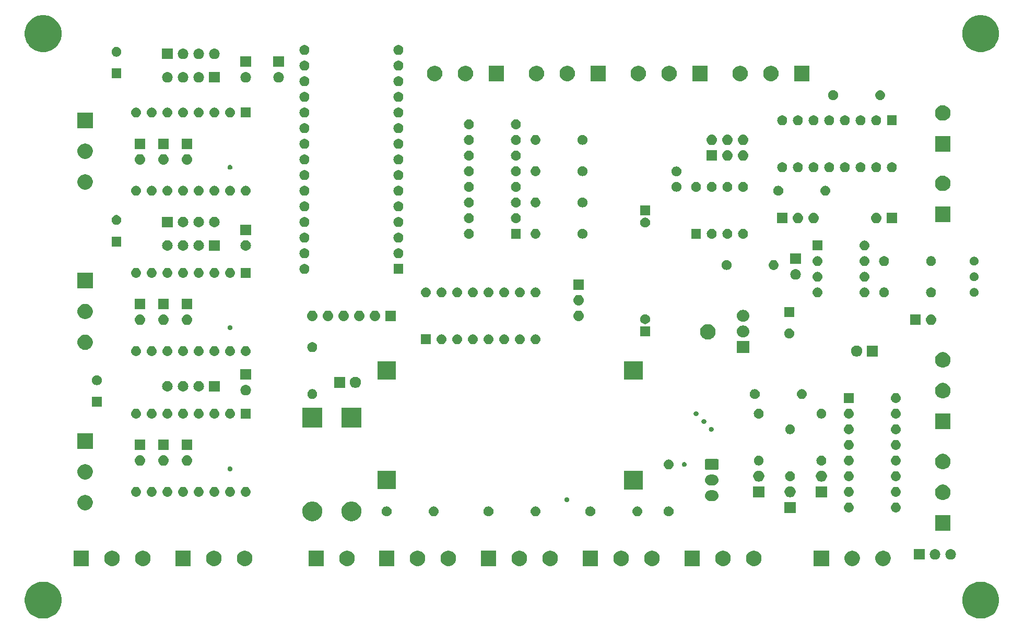
<source format=gts>
G04 #@! TF.GenerationSoftware,KiCad,Pcbnew,(5.0.2)-1*
G04 #@! TF.CreationDate,2019-04-01T16:01:03+02:00*
G04 #@! TF.ProjectId,MPCNC Nano Estlcam Shield,4d50434e-4320-44e6-916e-6f204573746c,1.3*
G04 #@! TF.SameCoordinates,Original*
G04 #@! TF.FileFunction,Soldermask,Top*
G04 #@! TF.FilePolarity,Negative*
%FSLAX46Y46*%
G04 Gerber Fmt 4.6, Leading zero omitted, Abs format (unit mm)*
G04 Created by KiCad (PCBNEW (5.0.2)-1) date 01.04.2019 16:01:03*
%MOMM*%
%LPD*%
G01*
G04 APERTURE LIST*
%ADD10C,0.100000*%
G04 APERTURE END LIST*
D10*
G36*
X66186870Y-134426859D02*
X66380068Y-134465288D01*
X66926033Y-134691434D01*
X67414077Y-135017535D01*
X67417392Y-135019750D01*
X67835250Y-135437608D01*
X67835252Y-135437611D01*
X68163566Y-135928967D01*
X68389712Y-136474932D01*
X68505000Y-137054526D01*
X68505000Y-137645474D01*
X68389712Y-138225068D01*
X68163566Y-138771033D01*
X67837465Y-139259077D01*
X67835250Y-139262392D01*
X67417392Y-139680250D01*
X67417389Y-139680252D01*
X66926033Y-140008566D01*
X66380068Y-140234712D01*
X66186870Y-140273141D01*
X65800476Y-140350000D01*
X65209524Y-140350000D01*
X64823130Y-140273141D01*
X64629932Y-140234712D01*
X64083967Y-140008566D01*
X63592611Y-139680252D01*
X63592608Y-139680250D01*
X63174750Y-139262392D01*
X63172535Y-139259077D01*
X62846434Y-138771033D01*
X62620288Y-138225068D01*
X62505000Y-137645474D01*
X62505000Y-137054526D01*
X62620288Y-136474932D01*
X62846434Y-135928967D01*
X63174748Y-135437611D01*
X63174750Y-135437608D01*
X63592608Y-135019750D01*
X63595923Y-135017535D01*
X64083967Y-134691434D01*
X64629932Y-134465288D01*
X64823130Y-134426859D01*
X65209524Y-134350000D01*
X65800476Y-134350000D01*
X66186870Y-134426859D01*
X66186870Y-134426859D01*
G37*
G36*
X218186870Y-134426859D02*
X218380068Y-134465288D01*
X218926033Y-134691434D01*
X219414077Y-135017535D01*
X219417392Y-135019750D01*
X219835250Y-135437608D01*
X219835252Y-135437611D01*
X220163566Y-135928967D01*
X220389712Y-136474932D01*
X220505000Y-137054526D01*
X220505000Y-137645474D01*
X220389712Y-138225068D01*
X220163566Y-138771033D01*
X219837465Y-139259077D01*
X219835250Y-139262392D01*
X219417392Y-139680250D01*
X219417389Y-139680252D01*
X218926033Y-140008566D01*
X218380068Y-140234712D01*
X218186870Y-140273141D01*
X217800476Y-140350000D01*
X217209524Y-140350000D01*
X216823130Y-140273141D01*
X216629932Y-140234712D01*
X216083967Y-140008566D01*
X215592611Y-139680252D01*
X215592608Y-139680250D01*
X215174750Y-139262392D01*
X215172535Y-139259077D01*
X214846434Y-138771033D01*
X214620288Y-138225068D01*
X214505000Y-137645474D01*
X214505000Y-137054526D01*
X214620288Y-136474932D01*
X214846434Y-135928967D01*
X215174748Y-135437611D01*
X215174750Y-135437608D01*
X215592608Y-135019750D01*
X215595923Y-135017535D01*
X216083967Y-134691434D01*
X216629932Y-134465288D01*
X216823130Y-134426859D01*
X217209524Y-134350000D01*
X217800476Y-134350000D01*
X218186870Y-134426859D01*
X218186870Y-134426859D01*
G37*
G36*
X155465000Y-131805000D02*
X152965000Y-131805000D01*
X152965000Y-129305000D01*
X155465000Y-129305000D01*
X155465000Y-131805000D01*
X155465000Y-131805000D01*
G37*
G36*
X82029612Y-129353037D02*
X82257096Y-129447264D01*
X82461831Y-129584064D01*
X82635936Y-129758169D01*
X82772736Y-129962904D01*
X82866963Y-130190388D01*
X82915000Y-130431885D01*
X82915000Y-130678115D01*
X82866963Y-130919612D01*
X82772736Y-131147096D01*
X82635936Y-131351831D01*
X82461831Y-131525936D01*
X82257096Y-131662736D01*
X82029612Y-131756963D01*
X81788115Y-131805000D01*
X81541885Y-131805000D01*
X81300388Y-131756963D01*
X81072904Y-131662736D01*
X80868169Y-131525936D01*
X80694064Y-131351831D01*
X80557264Y-131147096D01*
X80463037Y-130919612D01*
X80415000Y-130678115D01*
X80415000Y-130431885D01*
X80463037Y-130190388D01*
X80557264Y-129962904D01*
X80694064Y-129758169D01*
X80868169Y-129584064D01*
X81072904Y-129447264D01*
X81300388Y-129353037D01*
X81541885Y-129305000D01*
X81788115Y-129305000D01*
X82029612Y-129353037D01*
X82029612Y-129353037D01*
G37*
G36*
X89425000Y-131805000D02*
X86925000Y-131805000D01*
X86925000Y-129305000D01*
X89425000Y-129305000D01*
X89425000Y-131805000D01*
X89425000Y-131805000D01*
G37*
G36*
X93539612Y-129353037D02*
X93767096Y-129447264D01*
X93971831Y-129584064D01*
X94145936Y-129758169D01*
X94282736Y-129962904D01*
X94376963Y-130190388D01*
X94425000Y-130431885D01*
X94425000Y-130678115D01*
X94376963Y-130919612D01*
X94282736Y-131147096D01*
X94145936Y-131351831D01*
X93971831Y-131525936D01*
X93767096Y-131662736D01*
X93539612Y-131756963D01*
X93298115Y-131805000D01*
X93051885Y-131805000D01*
X92810388Y-131756963D01*
X92582904Y-131662736D01*
X92378169Y-131525936D01*
X92204064Y-131351831D01*
X92067264Y-131147096D01*
X91973037Y-130919612D01*
X91925000Y-130678115D01*
X91925000Y-130431885D01*
X91973037Y-130190388D01*
X92067264Y-129962904D01*
X92204064Y-129758169D01*
X92378169Y-129584064D01*
X92582904Y-129447264D01*
X92810388Y-129353037D01*
X93051885Y-129305000D01*
X93298115Y-129305000D01*
X93539612Y-129353037D01*
X93539612Y-129353037D01*
G37*
G36*
X98539612Y-129353037D02*
X98767096Y-129447264D01*
X98971831Y-129584064D01*
X99145936Y-129758169D01*
X99282736Y-129962904D01*
X99376963Y-130190388D01*
X99425000Y-130431885D01*
X99425000Y-130678115D01*
X99376963Y-130919612D01*
X99282736Y-131147096D01*
X99145936Y-131351831D01*
X98971831Y-131525936D01*
X98767096Y-131662736D01*
X98539612Y-131756963D01*
X98298115Y-131805000D01*
X98051885Y-131805000D01*
X97810388Y-131756963D01*
X97582904Y-131662736D01*
X97378169Y-131525936D01*
X97204064Y-131351831D01*
X97067264Y-131147096D01*
X96973037Y-130919612D01*
X96925000Y-130678115D01*
X96925000Y-130431885D01*
X96973037Y-130190388D01*
X97067264Y-129962904D01*
X97204064Y-129758169D01*
X97378169Y-129584064D01*
X97582904Y-129447264D01*
X97810388Y-129353037D01*
X98051885Y-129305000D01*
X98298115Y-129305000D01*
X98539612Y-129353037D01*
X98539612Y-129353037D01*
G37*
G36*
X115129612Y-129353037D02*
X115357096Y-129447264D01*
X115561831Y-129584064D01*
X115735936Y-129758169D01*
X115872736Y-129962904D01*
X115966963Y-130190388D01*
X116015000Y-130431885D01*
X116015000Y-130678115D01*
X115966963Y-130919612D01*
X115872736Y-131147096D01*
X115735936Y-131351831D01*
X115561831Y-131525936D01*
X115357096Y-131662736D01*
X115129612Y-131756963D01*
X114888115Y-131805000D01*
X114641885Y-131805000D01*
X114400388Y-131756963D01*
X114172904Y-131662736D01*
X113968169Y-131525936D01*
X113794064Y-131351831D01*
X113657264Y-131147096D01*
X113563037Y-130919612D01*
X113515000Y-130678115D01*
X113515000Y-130431885D01*
X113563037Y-130190388D01*
X113657264Y-129962904D01*
X113794064Y-129758169D01*
X113968169Y-129584064D01*
X114172904Y-129447264D01*
X114400388Y-129353037D01*
X114641885Y-129305000D01*
X114888115Y-129305000D01*
X115129612Y-129353037D01*
X115129612Y-129353037D01*
G37*
G36*
X111015000Y-131805000D02*
X108515000Y-131805000D01*
X108515000Y-129305000D01*
X111015000Y-129305000D01*
X111015000Y-131805000D01*
X111015000Y-131805000D01*
G37*
G36*
X122445000Y-131805000D02*
X119945000Y-131805000D01*
X119945000Y-129305000D01*
X122445000Y-129305000D01*
X122445000Y-131805000D01*
X122445000Y-131805000D01*
G37*
G36*
X126559612Y-129353037D02*
X126787096Y-129447264D01*
X126991831Y-129584064D01*
X127165936Y-129758169D01*
X127302736Y-129962904D01*
X127396963Y-130190388D01*
X127445000Y-130431885D01*
X127445000Y-130678115D01*
X127396963Y-130919612D01*
X127302736Y-131147096D01*
X127165936Y-131351831D01*
X126991831Y-131525936D01*
X126787096Y-131662736D01*
X126559612Y-131756963D01*
X126318115Y-131805000D01*
X126071885Y-131805000D01*
X125830388Y-131756963D01*
X125602904Y-131662736D01*
X125398169Y-131525936D01*
X125224064Y-131351831D01*
X125087264Y-131147096D01*
X124993037Y-130919612D01*
X124945000Y-130678115D01*
X124945000Y-130431885D01*
X124993037Y-130190388D01*
X125087264Y-129962904D01*
X125224064Y-129758169D01*
X125398169Y-129584064D01*
X125602904Y-129447264D01*
X125830388Y-129353037D01*
X126071885Y-129305000D01*
X126318115Y-129305000D01*
X126559612Y-129353037D01*
X126559612Y-129353037D01*
G37*
G36*
X131559612Y-129353037D02*
X131787096Y-129447264D01*
X131991831Y-129584064D01*
X132165936Y-129758169D01*
X132302736Y-129962904D01*
X132396963Y-130190388D01*
X132445000Y-130431885D01*
X132445000Y-130678115D01*
X132396963Y-130919612D01*
X132302736Y-131147096D01*
X132165936Y-131351831D01*
X131991831Y-131525936D01*
X131787096Y-131662736D01*
X131559612Y-131756963D01*
X131318115Y-131805000D01*
X131071885Y-131805000D01*
X130830388Y-131756963D01*
X130602904Y-131662736D01*
X130398169Y-131525936D01*
X130224064Y-131351831D01*
X130087264Y-131147096D01*
X129993037Y-130919612D01*
X129945000Y-130678115D01*
X129945000Y-130431885D01*
X129993037Y-130190388D01*
X130087264Y-129962904D01*
X130224064Y-129758169D01*
X130398169Y-129584064D01*
X130602904Y-129447264D01*
X130830388Y-129353037D01*
X131071885Y-129305000D01*
X131318115Y-129305000D01*
X131559612Y-129353037D01*
X131559612Y-129353037D01*
G37*
G36*
X197044612Y-129353037D02*
X197272096Y-129447264D01*
X197476831Y-129584064D01*
X197650936Y-129758169D01*
X197787736Y-129962904D01*
X197881963Y-130190388D01*
X197930000Y-130431885D01*
X197930000Y-130678115D01*
X197881963Y-130919612D01*
X197787736Y-131147096D01*
X197650936Y-131351831D01*
X197476831Y-131525936D01*
X197272096Y-131662736D01*
X197044612Y-131756963D01*
X196803115Y-131805000D01*
X196556885Y-131805000D01*
X196315388Y-131756963D01*
X196087904Y-131662736D01*
X195883169Y-131525936D01*
X195709064Y-131351831D01*
X195572264Y-131147096D01*
X195478037Y-130919612D01*
X195430000Y-130678115D01*
X195430000Y-130431885D01*
X195478037Y-130190388D01*
X195572264Y-129962904D01*
X195709064Y-129758169D01*
X195883169Y-129584064D01*
X196087904Y-129447264D01*
X196315388Y-129353037D01*
X196556885Y-129305000D01*
X196803115Y-129305000D01*
X197044612Y-129353037D01*
X197044612Y-129353037D01*
G37*
G36*
X202044612Y-129353037D02*
X202272096Y-129447264D01*
X202476831Y-129584064D01*
X202650936Y-129758169D01*
X202787736Y-129962904D01*
X202881963Y-130190388D01*
X202930000Y-130431885D01*
X202930000Y-130678115D01*
X202881963Y-130919612D01*
X202787736Y-131147096D01*
X202650936Y-131351831D01*
X202476831Y-131525936D01*
X202272096Y-131662736D01*
X202044612Y-131756963D01*
X201803115Y-131805000D01*
X201556885Y-131805000D01*
X201315388Y-131756963D01*
X201087904Y-131662736D01*
X200883169Y-131525936D01*
X200709064Y-131351831D01*
X200572264Y-131147096D01*
X200478037Y-130919612D01*
X200430000Y-130678115D01*
X200430000Y-130431885D01*
X200478037Y-130190388D01*
X200572264Y-129962904D01*
X200709064Y-129758169D01*
X200883169Y-129584064D01*
X201087904Y-129447264D01*
X201315388Y-129353037D01*
X201556885Y-129305000D01*
X201803115Y-129305000D01*
X202044612Y-129353037D01*
X202044612Y-129353037D01*
G37*
G36*
X159579612Y-129353037D02*
X159807096Y-129447264D01*
X160011831Y-129584064D01*
X160185936Y-129758169D01*
X160322736Y-129962904D01*
X160416963Y-130190388D01*
X160465000Y-130431885D01*
X160465000Y-130678115D01*
X160416963Y-130919612D01*
X160322736Y-131147096D01*
X160185936Y-131351831D01*
X160011831Y-131525936D01*
X159807096Y-131662736D01*
X159579612Y-131756963D01*
X159338115Y-131805000D01*
X159091885Y-131805000D01*
X158850388Y-131756963D01*
X158622904Y-131662736D01*
X158418169Y-131525936D01*
X158244064Y-131351831D01*
X158107264Y-131147096D01*
X158013037Y-130919612D01*
X157965000Y-130678115D01*
X157965000Y-130431885D01*
X158013037Y-130190388D01*
X158107264Y-129962904D01*
X158244064Y-129758169D01*
X158418169Y-129584064D01*
X158622904Y-129447264D01*
X158850388Y-129353037D01*
X159091885Y-129305000D01*
X159338115Y-129305000D01*
X159579612Y-129353037D01*
X159579612Y-129353037D01*
G37*
G36*
X164579612Y-129353037D02*
X164807096Y-129447264D01*
X165011831Y-129584064D01*
X165185936Y-129758169D01*
X165322736Y-129962904D01*
X165416963Y-130190388D01*
X165465000Y-130431885D01*
X165465000Y-130678115D01*
X165416963Y-130919612D01*
X165322736Y-131147096D01*
X165185936Y-131351831D01*
X165011831Y-131525936D01*
X164807096Y-131662736D01*
X164579612Y-131756963D01*
X164338115Y-131805000D01*
X164091885Y-131805000D01*
X163850388Y-131756963D01*
X163622904Y-131662736D01*
X163418169Y-131525936D01*
X163244064Y-131351831D01*
X163107264Y-131147096D01*
X163013037Y-130919612D01*
X162965000Y-130678115D01*
X162965000Y-130431885D01*
X163013037Y-130190388D01*
X163107264Y-129962904D01*
X163244064Y-129758169D01*
X163418169Y-129584064D01*
X163622904Y-129447264D01*
X163850388Y-129353037D01*
X164091885Y-129305000D01*
X164338115Y-129305000D01*
X164579612Y-129353037D01*
X164579612Y-129353037D01*
G37*
G36*
X171975000Y-131805000D02*
X169475000Y-131805000D01*
X169475000Y-129305000D01*
X171975000Y-129305000D01*
X171975000Y-131805000D01*
X171975000Y-131805000D01*
G37*
G36*
X176089612Y-129353037D02*
X176317096Y-129447264D01*
X176521831Y-129584064D01*
X176695936Y-129758169D01*
X176832736Y-129962904D01*
X176926963Y-130190388D01*
X176975000Y-130431885D01*
X176975000Y-130678115D01*
X176926963Y-130919612D01*
X176832736Y-131147096D01*
X176695936Y-131351831D01*
X176521831Y-131525936D01*
X176317096Y-131662736D01*
X176089612Y-131756963D01*
X175848115Y-131805000D01*
X175601885Y-131805000D01*
X175360388Y-131756963D01*
X175132904Y-131662736D01*
X174928169Y-131525936D01*
X174754064Y-131351831D01*
X174617264Y-131147096D01*
X174523037Y-130919612D01*
X174475000Y-130678115D01*
X174475000Y-130431885D01*
X174523037Y-130190388D01*
X174617264Y-129962904D01*
X174754064Y-129758169D01*
X174928169Y-129584064D01*
X175132904Y-129447264D01*
X175360388Y-129353037D01*
X175601885Y-129305000D01*
X175848115Y-129305000D01*
X176089612Y-129353037D01*
X176089612Y-129353037D01*
G37*
G36*
X181089612Y-129353037D02*
X181317096Y-129447264D01*
X181521831Y-129584064D01*
X181695936Y-129758169D01*
X181832736Y-129962904D01*
X181926963Y-130190388D01*
X181975000Y-130431885D01*
X181975000Y-130678115D01*
X181926963Y-130919612D01*
X181832736Y-131147096D01*
X181695936Y-131351831D01*
X181521831Y-131525936D01*
X181317096Y-131662736D01*
X181089612Y-131756963D01*
X180848115Y-131805000D01*
X180601885Y-131805000D01*
X180360388Y-131756963D01*
X180132904Y-131662736D01*
X179928169Y-131525936D01*
X179754064Y-131351831D01*
X179617264Y-131147096D01*
X179523037Y-130919612D01*
X179475000Y-130678115D01*
X179475000Y-130431885D01*
X179523037Y-130190388D01*
X179617264Y-129962904D01*
X179754064Y-129758169D01*
X179928169Y-129584064D01*
X180132904Y-129447264D01*
X180360388Y-129353037D01*
X180601885Y-129305000D01*
X180848115Y-129305000D01*
X181089612Y-129353037D01*
X181089612Y-129353037D01*
G37*
G36*
X138955000Y-131805000D02*
X136455000Y-131805000D01*
X136455000Y-129305000D01*
X138955000Y-129305000D01*
X138955000Y-131805000D01*
X138955000Y-131805000D01*
G37*
G36*
X143069612Y-129353037D02*
X143297096Y-129447264D01*
X143501831Y-129584064D01*
X143675936Y-129758169D01*
X143812736Y-129962904D01*
X143906963Y-130190388D01*
X143955000Y-130431885D01*
X143955000Y-130678115D01*
X143906963Y-130919612D01*
X143812736Y-131147096D01*
X143675936Y-131351831D01*
X143501831Y-131525936D01*
X143297096Y-131662736D01*
X143069612Y-131756963D01*
X142828115Y-131805000D01*
X142581885Y-131805000D01*
X142340388Y-131756963D01*
X142112904Y-131662736D01*
X141908169Y-131525936D01*
X141734064Y-131351831D01*
X141597264Y-131147096D01*
X141503037Y-130919612D01*
X141455000Y-130678115D01*
X141455000Y-130431885D01*
X141503037Y-130190388D01*
X141597264Y-129962904D01*
X141734064Y-129758169D01*
X141908169Y-129584064D01*
X142112904Y-129447264D01*
X142340388Y-129353037D01*
X142581885Y-129305000D01*
X142828115Y-129305000D01*
X143069612Y-129353037D01*
X143069612Y-129353037D01*
G37*
G36*
X148069612Y-129353037D02*
X148297096Y-129447264D01*
X148501831Y-129584064D01*
X148675936Y-129758169D01*
X148812736Y-129962904D01*
X148906963Y-130190388D01*
X148955000Y-130431885D01*
X148955000Y-130678115D01*
X148906963Y-130919612D01*
X148812736Y-131147096D01*
X148675936Y-131351831D01*
X148501831Y-131525936D01*
X148297096Y-131662736D01*
X148069612Y-131756963D01*
X147828115Y-131805000D01*
X147581885Y-131805000D01*
X147340388Y-131756963D01*
X147112904Y-131662736D01*
X146908169Y-131525936D01*
X146734064Y-131351831D01*
X146597264Y-131147096D01*
X146503037Y-130919612D01*
X146455000Y-130678115D01*
X146455000Y-130431885D01*
X146503037Y-130190388D01*
X146597264Y-129962904D01*
X146734064Y-129758169D01*
X146908169Y-129584064D01*
X147112904Y-129447264D01*
X147340388Y-129353037D01*
X147581885Y-129305000D01*
X147828115Y-129305000D01*
X148069612Y-129353037D01*
X148069612Y-129353037D01*
G37*
G36*
X72915000Y-131805000D02*
X70415000Y-131805000D01*
X70415000Y-129305000D01*
X72915000Y-129305000D01*
X72915000Y-131805000D01*
X72915000Y-131805000D01*
G37*
G36*
X77029612Y-129353037D02*
X77257096Y-129447264D01*
X77461831Y-129584064D01*
X77635936Y-129758169D01*
X77772736Y-129962904D01*
X77866963Y-130190388D01*
X77915000Y-130431885D01*
X77915000Y-130678115D01*
X77866963Y-130919612D01*
X77772736Y-131147096D01*
X77635936Y-131351831D01*
X77461831Y-131525936D01*
X77257096Y-131662736D01*
X77029612Y-131756963D01*
X76788115Y-131805000D01*
X76541885Y-131805000D01*
X76300388Y-131756963D01*
X76072904Y-131662736D01*
X75868169Y-131525936D01*
X75694064Y-131351831D01*
X75557264Y-131147096D01*
X75463037Y-130919612D01*
X75415000Y-130678115D01*
X75415000Y-130431885D01*
X75463037Y-130190388D01*
X75557264Y-129962904D01*
X75694064Y-129758169D01*
X75868169Y-129584064D01*
X76072904Y-129447264D01*
X76300388Y-129353037D01*
X76541885Y-129305000D01*
X76788115Y-129305000D01*
X77029612Y-129353037D01*
X77029612Y-129353037D01*
G37*
G36*
X192930000Y-131805000D02*
X190430000Y-131805000D01*
X190430000Y-129305000D01*
X192930000Y-129305000D01*
X192930000Y-131805000D01*
X192930000Y-131805000D01*
G37*
G36*
X212801630Y-129082299D02*
X212961855Y-129130903D01*
X213109520Y-129209831D01*
X213238949Y-129316051D01*
X213345169Y-129445480D01*
X213424097Y-129593145D01*
X213472701Y-129753370D01*
X213489112Y-129920000D01*
X213472701Y-130086630D01*
X213424097Y-130246855D01*
X213345169Y-130394520D01*
X213238949Y-130523949D01*
X213109520Y-130630169D01*
X212961855Y-130709097D01*
X212801630Y-130757701D01*
X212676752Y-130770000D01*
X212593248Y-130770000D01*
X212468370Y-130757701D01*
X212308145Y-130709097D01*
X212160480Y-130630169D01*
X212031051Y-130523949D01*
X211924831Y-130394520D01*
X211845903Y-130246855D01*
X211797299Y-130086630D01*
X211780888Y-129920000D01*
X211797299Y-129753370D01*
X211845903Y-129593145D01*
X211924831Y-129445480D01*
X212031051Y-129316051D01*
X212160480Y-129209831D01*
X212308145Y-129130903D01*
X212468370Y-129082299D01*
X212593248Y-129070000D01*
X212676752Y-129070000D01*
X212801630Y-129082299D01*
X212801630Y-129082299D01*
G37*
G36*
X208405000Y-130770000D02*
X206705000Y-130770000D01*
X206705000Y-129070000D01*
X208405000Y-129070000D01*
X208405000Y-130770000D01*
X208405000Y-130770000D01*
G37*
G36*
X210261630Y-129082299D02*
X210421855Y-129130903D01*
X210569520Y-129209831D01*
X210698949Y-129316051D01*
X210805169Y-129445480D01*
X210884097Y-129593145D01*
X210932701Y-129753370D01*
X210949112Y-129920000D01*
X210932701Y-130086630D01*
X210884097Y-130246855D01*
X210805169Y-130394520D01*
X210698949Y-130523949D01*
X210569520Y-130630169D01*
X210421855Y-130709097D01*
X210261630Y-130757701D01*
X210136752Y-130770000D01*
X210053248Y-130770000D01*
X209928370Y-130757701D01*
X209768145Y-130709097D01*
X209620480Y-130630169D01*
X209491051Y-130523949D01*
X209384831Y-130394520D01*
X209305903Y-130246855D01*
X209257299Y-130086630D01*
X209240888Y-129920000D01*
X209257299Y-129753370D01*
X209305903Y-129593145D01*
X209384831Y-129445480D01*
X209491051Y-129316051D01*
X209620480Y-129209831D01*
X209768145Y-129130903D01*
X209928370Y-129082299D01*
X210053248Y-129070000D01*
X210136752Y-129070000D01*
X210261630Y-129082299D01*
X210261630Y-129082299D01*
G37*
G36*
X212615000Y-126090000D02*
X210115000Y-126090000D01*
X210115000Y-123590000D01*
X212615000Y-123590000D01*
X212615000Y-126090000D01*
X212615000Y-126090000D01*
G37*
G36*
X109266440Y-121340697D02*
X109443655Y-121358151D01*
X109581612Y-121400000D01*
X109745257Y-121449641D01*
X109893828Y-121529054D01*
X110023213Y-121598212D01*
X110023215Y-121598213D01*
X110023214Y-121598213D01*
X110266845Y-121798155D01*
X110466787Y-122041786D01*
X110615359Y-122319743D01*
X110615359Y-122319744D01*
X110706849Y-122621345D01*
X110737741Y-122935000D01*
X110706849Y-123248655D01*
X110666518Y-123381608D01*
X110615359Y-123550257D01*
X110547250Y-123677679D01*
X110466788Y-123828213D01*
X110266845Y-124071845D01*
X110023213Y-124271788D01*
X109893828Y-124340946D01*
X109745257Y-124420359D01*
X109644722Y-124450856D01*
X109443655Y-124511849D01*
X109286950Y-124527283D01*
X109208598Y-124535000D01*
X109051402Y-124535000D01*
X108973050Y-124527283D01*
X108816345Y-124511849D01*
X108615278Y-124450856D01*
X108514743Y-124420359D01*
X108366172Y-124340946D01*
X108236787Y-124271788D01*
X107993155Y-124071845D01*
X107793212Y-123828213D01*
X107712750Y-123677679D01*
X107644641Y-123550257D01*
X107593482Y-123381608D01*
X107553151Y-123248655D01*
X107522259Y-122935000D01*
X107553151Y-122621345D01*
X107644641Y-122319744D01*
X107644641Y-122319743D01*
X107793213Y-122041786D01*
X107993155Y-121798155D01*
X108236786Y-121598213D01*
X108236785Y-121598213D01*
X108236787Y-121598212D01*
X108366172Y-121529054D01*
X108514743Y-121449641D01*
X108678388Y-121400000D01*
X108816345Y-121358151D01*
X108993560Y-121340697D01*
X109051402Y-121335000D01*
X109208598Y-121335000D01*
X109266440Y-121340697D01*
X109266440Y-121340697D01*
G37*
G36*
X115616440Y-121340697D02*
X115793655Y-121358151D01*
X115931612Y-121400000D01*
X116095257Y-121449641D01*
X116243828Y-121529054D01*
X116373213Y-121598212D01*
X116373215Y-121598213D01*
X116373214Y-121598213D01*
X116616845Y-121798155D01*
X116816787Y-122041786D01*
X116965359Y-122319743D01*
X116965359Y-122319744D01*
X117056849Y-122621345D01*
X117087741Y-122935000D01*
X117056849Y-123248655D01*
X117016518Y-123381608D01*
X116965359Y-123550257D01*
X116897250Y-123677679D01*
X116816788Y-123828213D01*
X116616845Y-124071845D01*
X116373213Y-124271788D01*
X116243828Y-124340946D01*
X116095257Y-124420359D01*
X115994722Y-124450856D01*
X115793655Y-124511849D01*
X115636950Y-124527283D01*
X115558598Y-124535000D01*
X115401402Y-124535000D01*
X115323050Y-124527283D01*
X115166345Y-124511849D01*
X114965278Y-124450856D01*
X114864743Y-124420359D01*
X114716172Y-124340946D01*
X114586787Y-124271788D01*
X114343155Y-124071845D01*
X114143212Y-123828213D01*
X114062750Y-123677679D01*
X113994641Y-123550257D01*
X113943482Y-123381608D01*
X113903151Y-123248655D01*
X113872259Y-122935000D01*
X113903151Y-122621345D01*
X113994641Y-122319744D01*
X113994641Y-122319743D01*
X114143213Y-122041786D01*
X114343155Y-121798155D01*
X114586786Y-121598213D01*
X114586785Y-121598213D01*
X114586787Y-121598212D01*
X114716172Y-121529054D01*
X114864743Y-121449641D01*
X115028388Y-121400000D01*
X115166345Y-121358151D01*
X115343560Y-121340697D01*
X115401402Y-121335000D01*
X115558598Y-121335000D01*
X115616440Y-121340697D01*
X115616440Y-121340697D01*
G37*
G36*
X167148352Y-122165743D02*
X167293941Y-122226048D01*
X167424973Y-122313601D01*
X167536399Y-122425027D01*
X167623952Y-122556059D01*
X167684257Y-122701648D01*
X167715000Y-122856205D01*
X167715000Y-123013795D01*
X167684257Y-123168352D01*
X167623952Y-123313941D01*
X167536399Y-123444973D01*
X167424973Y-123556399D01*
X167293941Y-123643952D01*
X167148352Y-123704257D01*
X166993795Y-123735000D01*
X166836205Y-123735000D01*
X166681648Y-123704257D01*
X166536059Y-123643952D01*
X166405027Y-123556399D01*
X166293601Y-123444973D01*
X166206048Y-123313941D01*
X166145743Y-123168352D01*
X166115000Y-123013795D01*
X166115000Y-122856205D01*
X166145743Y-122701648D01*
X166206048Y-122556059D01*
X166293601Y-122425027D01*
X166405027Y-122313601D01*
X166536059Y-122226048D01*
X166681648Y-122165743D01*
X166836205Y-122135000D01*
X166993795Y-122135000D01*
X167148352Y-122165743D01*
X167148352Y-122165743D01*
G37*
G36*
X128932649Y-122142717D02*
X128971827Y-122146576D01*
X129035012Y-122165743D01*
X129122629Y-122192321D01*
X129261608Y-122266608D01*
X129383422Y-122366578D01*
X129483392Y-122488392D01*
X129557679Y-122627371D01*
X129557679Y-122627372D01*
X129603424Y-122778173D01*
X129618870Y-122935000D01*
X129603424Y-123091827D01*
X129580551Y-123167228D01*
X129557679Y-123242629D01*
X129483392Y-123381608D01*
X129383422Y-123503422D01*
X129261608Y-123603392D01*
X129122629Y-123677679D01*
X129047227Y-123700552D01*
X128971827Y-123723424D01*
X128932649Y-123727283D01*
X128854295Y-123735000D01*
X128775705Y-123735000D01*
X128697351Y-123727283D01*
X128658173Y-123723424D01*
X128582773Y-123700552D01*
X128507371Y-123677679D01*
X128368392Y-123603392D01*
X128246578Y-123503422D01*
X128146608Y-123381608D01*
X128072321Y-123242629D01*
X128049449Y-123167228D01*
X128026576Y-123091827D01*
X128011130Y-122935000D01*
X128026576Y-122778173D01*
X128072321Y-122627372D01*
X128072321Y-122627371D01*
X128146608Y-122488392D01*
X128246578Y-122366578D01*
X128368392Y-122266608D01*
X128507371Y-122192321D01*
X128594988Y-122165743D01*
X128658173Y-122146576D01*
X128697351Y-122142717D01*
X128775705Y-122135000D01*
X128854295Y-122135000D01*
X128932649Y-122142717D01*
X128932649Y-122142717D01*
G37*
G36*
X121428352Y-122165743D02*
X121573941Y-122226048D01*
X121704973Y-122313601D01*
X121816399Y-122425027D01*
X121903952Y-122556059D01*
X121964257Y-122701648D01*
X121995000Y-122856205D01*
X121995000Y-123013795D01*
X121964257Y-123168352D01*
X121903952Y-123313941D01*
X121816399Y-123444973D01*
X121704973Y-123556399D01*
X121573941Y-123643952D01*
X121428352Y-123704257D01*
X121273795Y-123735000D01*
X121116205Y-123735000D01*
X120961648Y-123704257D01*
X120816059Y-123643952D01*
X120685027Y-123556399D01*
X120573601Y-123444973D01*
X120486048Y-123313941D01*
X120425743Y-123168352D01*
X120395000Y-123013795D01*
X120395000Y-122856205D01*
X120425743Y-122701648D01*
X120486048Y-122556059D01*
X120573601Y-122425027D01*
X120685027Y-122313601D01*
X120816059Y-122226048D01*
X120961648Y-122165743D01*
X121116205Y-122135000D01*
X121273795Y-122135000D01*
X121428352Y-122165743D01*
X121428352Y-122165743D01*
G37*
G36*
X161952649Y-122142717D02*
X161991827Y-122146576D01*
X162055012Y-122165743D01*
X162142629Y-122192321D01*
X162281608Y-122266608D01*
X162403422Y-122366578D01*
X162503392Y-122488392D01*
X162577679Y-122627371D01*
X162577679Y-122627372D01*
X162623424Y-122778173D01*
X162638870Y-122935000D01*
X162623424Y-123091827D01*
X162600551Y-123167228D01*
X162577679Y-123242629D01*
X162503392Y-123381608D01*
X162403422Y-123503422D01*
X162281608Y-123603392D01*
X162142629Y-123677679D01*
X162067227Y-123700552D01*
X161991827Y-123723424D01*
X161952649Y-123727283D01*
X161874295Y-123735000D01*
X161795705Y-123735000D01*
X161717351Y-123727283D01*
X161678173Y-123723424D01*
X161602773Y-123700552D01*
X161527371Y-123677679D01*
X161388392Y-123603392D01*
X161266578Y-123503422D01*
X161166608Y-123381608D01*
X161092321Y-123242629D01*
X161069449Y-123167228D01*
X161046576Y-123091827D01*
X161031130Y-122935000D01*
X161046576Y-122778173D01*
X161092321Y-122627372D01*
X161092321Y-122627371D01*
X161166608Y-122488392D01*
X161266578Y-122366578D01*
X161388392Y-122266608D01*
X161527371Y-122192321D01*
X161614988Y-122165743D01*
X161678173Y-122146576D01*
X161717351Y-122142717D01*
X161795705Y-122135000D01*
X161874295Y-122135000D01*
X161952649Y-122142717D01*
X161952649Y-122142717D01*
G37*
G36*
X154448352Y-122165743D02*
X154593941Y-122226048D01*
X154724973Y-122313601D01*
X154836399Y-122425027D01*
X154923952Y-122556059D01*
X154984257Y-122701648D01*
X155015000Y-122856205D01*
X155015000Y-123013795D01*
X154984257Y-123168352D01*
X154923952Y-123313941D01*
X154836399Y-123444973D01*
X154724973Y-123556399D01*
X154593941Y-123643952D01*
X154448352Y-123704257D01*
X154293795Y-123735000D01*
X154136205Y-123735000D01*
X153981648Y-123704257D01*
X153836059Y-123643952D01*
X153705027Y-123556399D01*
X153593601Y-123444973D01*
X153506048Y-123313941D01*
X153445743Y-123168352D01*
X153415000Y-123013795D01*
X153415000Y-122856205D01*
X153445743Y-122701648D01*
X153506048Y-122556059D01*
X153593601Y-122425027D01*
X153705027Y-122313601D01*
X153836059Y-122226048D01*
X153981648Y-122165743D01*
X154136205Y-122135000D01*
X154293795Y-122135000D01*
X154448352Y-122165743D01*
X154448352Y-122165743D01*
G37*
G36*
X145442649Y-122142717D02*
X145481827Y-122146576D01*
X145545012Y-122165743D01*
X145632629Y-122192321D01*
X145771608Y-122266608D01*
X145893422Y-122366578D01*
X145993392Y-122488392D01*
X146067679Y-122627371D01*
X146067679Y-122627372D01*
X146113424Y-122778173D01*
X146128870Y-122935000D01*
X146113424Y-123091827D01*
X146090551Y-123167228D01*
X146067679Y-123242629D01*
X145993392Y-123381608D01*
X145893422Y-123503422D01*
X145771608Y-123603392D01*
X145632629Y-123677679D01*
X145557227Y-123700552D01*
X145481827Y-123723424D01*
X145442649Y-123727283D01*
X145364295Y-123735000D01*
X145285705Y-123735000D01*
X145207351Y-123727283D01*
X145168173Y-123723424D01*
X145092773Y-123700552D01*
X145017371Y-123677679D01*
X144878392Y-123603392D01*
X144756578Y-123503422D01*
X144656608Y-123381608D01*
X144582321Y-123242629D01*
X144559449Y-123167228D01*
X144536576Y-123091827D01*
X144521130Y-122935000D01*
X144536576Y-122778173D01*
X144582321Y-122627372D01*
X144582321Y-122627371D01*
X144656608Y-122488392D01*
X144756578Y-122366578D01*
X144878392Y-122266608D01*
X145017371Y-122192321D01*
X145104988Y-122165743D01*
X145168173Y-122146576D01*
X145207351Y-122142717D01*
X145285705Y-122135000D01*
X145364295Y-122135000D01*
X145442649Y-122142717D01*
X145442649Y-122142717D01*
G37*
G36*
X137938352Y-122165743D02*
X138083941Y-122226048D01*
X138214973Y-122313601D01*
X138326399Y-122425027D01*
X138413952Y-122556059D01*
X138474257Y-122701648D01*
X138505000Y-122856205D01*
X138505000Y-123013795D01*
X138474257Y-123168352D01*
X138413952Y-123313941D01*
X138326399Y-123444973D01*
X138214973Y-123556399D01*
X138083941Y-123643952D01*
X137938352Y-123704257D01*
X137783795Y-123735000D01*
X137626205Y-123735000D01*
X137471648Y-123704257D01*
X137326059Y-123643952D01*
X137195027Y-123556399D01*
X137083601Y-123444973D01*
X136996048Y-123313941D01*
X136935743Y-123168352D01*
X136905000Y-123013795D01*
X136905000Y-122856205D01*
X136935743Y-122701648D01*
X136996048Y-122556059D01*
X137083601Y-122425027D01*
X137195027Y-122313601D01*
X137326059Y-122226048D01*
X137471648Y-122165743D01*
X137626205Y-122135000D01*
X137783795Y-122135000D01*
X137938352Y-122165743D01*
X137938352Y-122165743D01*
G37*
G36*
X187500000Y-123200000D02*
X185700000Y-123200000D01*
X185700000Y-121400000D01*
X187500000Y-121400000D01*
X187500000Y-123200000D01*
X187500000Y-123200000D01*
G37*
G36*
X203862649Y-121507717D02*
X203901827Y-121511576D01*
X203977227Y-121534448D01*
X204052629Y-121557321D01*
X204191608Y-121631608D01*
X204313422Y-121731578D01*
X204413392Y-121853392D01*
X204487679Y-121992371D01*
X204487679Y-121992372D01*
X204533424Y-122143173D01*
X204545581Y-122266607D01*
X204548870Y-122300000D01*
X204533424Y-122456826D01*
X204487679Y-122607629D01*
X204413392Y-122746608D01*
X204313422Y-122868422D01*
X204191608Y-122968392D01*
X204052629Y-123042679D01*
X203977227Y-123065552D01*
X203901827Y-123088424D01*
X203867286Y-123091826D01*
X203784295Y-123100000D01*
X203705705Y-123100000D01*
X203622714Y-123091826D01*
X203588173Y-123088424D01*
X203512773Y-123065552D01*
X203437371Y-123042679D01*
X203298392Y-122968392D01*
X203176578Y-122868422D01*
X203076608Y-122746608D01*
X203002321Y-122607629D01*
X202956576Y-122456826D01*
X202941130Y-122300000D01*
X202944419Y-122266607D01*
X202956576Y-122143173D01*
X203002321Y-121992372D01*
X203002321Y-121992371D01*
X203076608Y-121853392D01*
X203176578Y-121731578D01*
X203298392Y-121631608D01*
X203437371Y-121557321D01*
X203512773Y-121534448D01*
X203588173Y-121511576D01*
X203627351Y-121507717D01*
X203705705Y-121500000D01*
X203784295Y-121500000D01*
X203862649Y-121507717D01*
X203862649Y-121507717D01*
G37*
G36*
X196242649Y-121507717D02*
X196281827Y-121511576D01*
X196357227Y-121534448D01*
X196432629Y-121557321D01*
X196571608Y-121631608D01*
X196693422Y-121731578D01*
X196793392Y-121853392D01*
X196867679Y-121992371D01*
X196867679Y-121992372D01*
X196913424Y-122143173D01*
X196925581Y-122266607D01*
X196928870Y-122300000D01*
X196913424Y-122456826D01*
X196867679Y-122607629D01*
X196793392Y-122746608D01*
X196693422Y-122868422D01*
X196571608Y-122968392D01*
X196432629Y-123042679D01*
X196357227Y-123065552D01*
X196281827Y-123088424D01*
X196247286Y-123091826D01*
X196164295Y-123100000D01*
X196085705Y-123100000D01*
X196002714Y-123091826D01*
X195968173Y-123088424D01*
X195892773Y-123065552D01*
X195817371Y-123042679D01*
X195678392Y-122968392D01*
X195556578Y-122868422D01*
X195456608Y-122746608D01*
X195382321Y-122607629D01*
X195336576Y-122456826D01*
X195321130Y-122300000D01*
X195324419Y-122266607D01*
X195336576Y-122143173D01*
X195382321Y-121992372D01*
X195382321Y-121992371D01*
X195456608Y-121853392D01*
X195556578Y-121731578D01*
X195678392Y-121631608D01*
X195817371Y-121557321D01*
X195892773Y-121534448D01*
X195968173Y-121511576D01*
X196007351Y-121507717D01*
X196085705Y-121500000D01*
X196164295Y-121500000D01*
X196242649Y-121507717D01*
X196242649Y-121507717D01*
G37*
G36*
X72664612Y-120303037D02*
X72892096Y-120397264D01*
X73096831Y-120534064D01*
X73270936Y-120708169D01*
X73407736Y-120912904D01*
X73501963Y-121140388D01*
X73550000Y-121381885D01*
X73550000Y-121628115D01*
X73501963Y-121869612D01*
X73407736Y-122097096D01*
X73270936Y-122301831D01*
X73096831Y-122475936D01*
X72892096Y-122612736D01*
X72664612Y-122706963D01*
X72423115Y-122755000D01*
X72176885Y-122755000D01*
X71935388Y-122706963D01*
X71707904Y-122612736D01*
X71503169Y-122475936D01*
X71329064Y-122301831D01*
X71192264Y-122097096D01*
X71098037Y-121869612D01*
X71050000Y-121628115D01*
X71050000Y-121381885D01*
X71098037Y-121140388D01*
X71192264Y-120912904D01*
X71329064Y-120708169D01*
X71503169Y-120534064D01*
X71707904Y-120397264D01*
X71935388Y-120303037D01*
X72176885Y-120255000D01*
X72423115Y-120255000D01*
X72664612Y-120303037D01*
X72664612Y-120303037D01*
G37*
G36*
X150478723Y-120636828D02*
X150521676Y-120645372D01*
X150594468Y-120675523D01*
X150594471Y-120675525D01*
X150643331Y-120708172D01*
X150659989Y-120719303D01*
X150715697Y-120775011D01*
X150715699Y-120775014D01*
X150715700Y-120775015D01*
X150739703Y-120810938D01*
X150759477Y-120840532D01*
X150789628Y-120913324D01*
X150805000Y-120990604D01*
X150805000Y-121069396D01*
X150789628Y-121146676D01*
X150759477Y-121219468D01*
X150759475Y-121219471D01*
X150729054Y-121265000D01*
X150715697Y-121284989D01*
X150659989Y-121340697D01*
X150659986Y-121340699D01*
X150659985Y-121340700D01*
X150598347Y-121381885D01*
X150594468Y-121384477D01*
X150521676Y-121414628D01*
X150444397Y-121430000D01*
X150365603Y-121430000D01*
X150288324Y-121414628D01*
X150215532Y-121384477D01*
X150211653Y-121381885D01*
X150150015Y-121340700D01*
X150150014Y-121340699D01*
X150150011Y-121340697D01*
X150094303Y-121284989D01*
X150080947Y-121265000D01*
X150050525Y-121219471D01*
X150050523Y-121219468D01*
X150020372Y-121146676D01*
X150005000Y-121069396D01*
X150005000Y-120990604D01*
X150020372Y-120913324D01*
X150050523Y-120840532D01*
X150070297Y-120810938D01*
X150094300Y-120775015D01*
X150094301Y-120775014D01*
X150094303Y-120775011D01*
X150150011Y-120719303D01*
X150166670Y-120708172D01*
X150215529Y-120675525D01*
X150215532Y-120675523D01*
X150288324Y-120645372D01*
X150331277Y-120636828D01*
X150365603Y-120630000D01*
X150444397Y-120630000D01*
X150478723Y-120636828D01*
X150478723Y-120636828D01*
G37*
G36*
X174300546Y-119537588D02*
X174300549Y-119537589D01*
X174300550Y-119537589D01*
X174464545Y-119587336D01*
X174464547Y-119587337D01*
X174615686Y-119668122D01*
X174748159Y-119776841D01*
X174856878Y-119909314D01*
X174917388Y-120022521D01*
X174937664Y-120060455D01*
X174987411Y-120224450D01*
X174987412Y-120224454D01*
X175004209Y-120395000D01*
X174987412Y-120565546D01*
X174987411Y-120565549D01*
X174987411Y-120565550D01*
X174940771Y-120719303D01*
X174937663Y-120729547D01*
X174856878Y-120880686D01*
X174748159Y-121013159D01*
X174615686Y-121121878D01*
X174464547Y-121202663D01*
X174464545Y-121202664D01*
X174300550Y-121252411D01*
X174300549Y-121252411D01*
X174300546Y-121252412D01*
X174172738Y-121265000D01*
X173627262Y-121265000D01*
X173499454Y-121252412D01*
X173499451Y-121252411D01*
X173499450Y-121252411D01*
X173335455Y-121202664D01*
X173335453Y-121202663D01*
X173184314Y-121121878D01*
X173051841Y-121013159D01*
X172943122Y-120880686D01*
X172862337Y-120729547D01*
X172859230Y-120719303D01*
X172812589Y-120565550D01*
X172812589Y-120565549D01*
X172812588Y-120565546D01*
X172795791Y-120395000D01*
X172812588Y-120224454D01*
X172812589Y-120224450D01*
X172862336Y-120060455D01*
X172882612Y-120022521D01*
X172943122Y-119909314D01*
X173051841Y-119776841D01*
X173184314Y-119668122D01*
X173335453Y-119587337D01*
X173335455Y-119587336D01*
X173499450Y-119537589D01*
X173499451Y-119537589D01*
X173499454Y-119537588D01*
X173627262Y-119525000D01*
X174172738Y-119525000D01*
X174300546Y-119537588D01*
X174300546Y-119537588D01*
G37*
G36*
X211729612Y-118638037D02*
X211957096Y-118732264D01*
X212161831Y-118869064D01*
X212335936Y-119043169D01*
X212472736Y-119247904D01*
X212566963Y-119475388D01*
X212615000Y-119716885D01*
X212615000Y-119963115D01*
X212566963Y-120204612D01*
X212472736Y-120432096D01*
X212335936Y-120636831D01*
X212161831Y-120810936D01*
X211957096Y-120947736D01*
X211729612Y-121041963D01*
X211488115Y-121090000D01*
X211241885Y-121090000D01*
X211000388Y-121041963D01*
X210772904Y-120947736D01*
X210568169Y-120810936D01*
X210394064Y-120636831D01*
X210257264Y-120432096D01*
X210163037Y-120204612D01*
X210115000Y-119963115D01*
X210115000Y-119716885D01*
X210163037Y-119475388D01*
X210257264Y-119247904D01*
X210394064Y-119043169D01*
X210568169Y-118869064D01*
X210772904Y-118732264D01*
X211000388Y-118638037D01*
X211241885Y-118590000D01*
X211488115Y-118590000D01*
X211729612Y-118638037D01*
X211729612Y-118638037D01*
G37*
G36*
X192580000Y-120660000D02*
X190780000Y-120660000D01*
X190780000Y-118860000D01*
X192580000Y-118860000D01*
X192580000Y-120660000D01*
X192580000Y-120660000D01*
G37*
G36*
X182420000Y-120660000D02*
X180620000Y-120660000D01*
X180620000Y-118860000D01*
X182420000Y-118860000D01*
X182420000Y-120660000D01*
X182420000Y-120660000D01*
G37*
G36*
X186862521Y-118894586D02*
X187026309Y-118962429D01*
X187173720Y-119060926D01*
X187299074Y-119186280D01*
X187397571Y-119333691D01*
X187465414Y-119497479D01*
X187500000Y-119671356D01*
X187500000Y-119848644D01*
X187465414Y-120022521D01*
X187397571Y-120186309D01*
X187299074Y-120333720D01*
X187173720Y-120459074D01*
X187026309Y-120557571D01*
X186862521Y-120625414D01*
X186688644Y-120660000D01*
X186511356Y-120660000D01*
X186337479Y-120625414D01*
X186173691Y-120557571D01*
X186026280Y-120459074D01*
X185900926Y-120333720D01*
X185802429Y-120186309D01*
X185734586Y-120022521D01*
X185700000Y-119848644D01*
X185700000Y-119671356D01*
X185734586Y-119497479D01*
X185802429Y-119333691D01*
X185900926Y-119186280D01*
X186026280Y-119060926D01*
X186173691Y-118962429D01*
X186337479Y-118894586D01*
X186511356Y-118860000D01*
X186688644Y-118860000D01*
X186862521Y-118894586D01*
X186862521Y-118894586D01*
G37*
G36*
X93372649Y-118967717D02*
X93411827Y-118971576D01*
X93487227Y-118994448D01*
X93562629Y-119017321D01*
X93701608Y-119091608D01*
X93823422Y-119191578D01*
X93923392Y-119313392D01*
X93997679Y-119452371D01*
X94043424Y-119603174D01*
X94058870Y-119760000D01*
X94043424Y-119916826D01*
X93997679Y-120067629D01*
X93923392Y-120206608D01*
X93823422Y-120328422D01*
X93701608Y-120428392D01*
X93562629Y-120502679D01*
X93487228Y-120525551D01*
X93411827Y-120548424D01*
X93372649Y-120552283D01*
X93294295Y-120560000D01*
X93215705Y-120560000D01*
X93137351Y-120552283D01*
X93098173Y-120548424D01*
X93022772Y-120525551D01*
X92947371Y-120502679D01*
X92808392Y-120428392D01*
X92686578Y-120328422D01*
X92586608Y-120206608D01*
X92512321Y-120067629D01*
X92466576Y-119916826D01*
X92451130Y-119760000D01*
X92466576Y-119603174D01*
X92512321Y-119452371D01*
X92586608Y-119313392D01*
X92686578Y-119191578D01*
X92808392Y-119091608D01*
X92947371Y-119017321D01*
X93022773Y-118994448D01*
X93098173Y-118971576D01*
X93137351Y-118967717D01*
X93215705Y-118960000D01*
X93294295Y-118960000D01*
X93372649Y-118967717D01*
X93372649Y-118967717D01*
G37*
G36*
X95912649Y-118967717D02*
X95951827Y-118971576D01*
X96027227Y-118994448D01*
X96102629Y-119017321D01*
X96241608Y-119091608D01*
X96363422Y-119191578D01*
X96463392Y-119313392D01*
X96537679Y-119452371D01*
X96583424Y-119603174D01*
X96598870Y-119760000D01*
X96583424Y-119916826D01*
X96537679Y-120067629D01*
X96463392Y-120206608D01*
X96363422Y-120328422D01*
X96241608Y-120428392D01*
X96102629Y-120502679D01*
X96027228Y-120525551D01*
X95951827Y-120548424D01*
X95912649Y-120552283D01*
X95834295Y-120560000D01*
X95755705Y-120560000D01*
X95677351Y-120552283D01*
X95638173Y-120548424D01*
X95562772Y-120525551D01*
X95487371Y-120502679D01*
X95348392Y-120428392D01*
X95226578Y-120328422D01*
X95126608Y-120206608D01*
X95052321Y-120067629D01*
X95006576Y-119916826D01*
X94991130Y-119760000D01*
X95006576Y-119603174D01*
X95052321Y-119452371D01*
X95126608Y-119313392D01*
X95226578Y-119191578D01*
X95348392Y-119091608D01*
X95487371Y-119017321D01*
X95562773Y-118994448D01*
X95638173Y-118971576D01*
X95677351Y-118967717D01*
X95755705Y-118960000D01*
X95834295Y-118960000D01*
X95912649Y-118967717D01*
X95912649Y-118967717D01*
G37*
G36*
X98452649Y-118967717D02*
X98491827Y-118971576D01*
X98567227Y-118994448D01*
X98642629Y-119017321D01*
X98781608Y-119091608D01*
X98903422Y-119191578D01*
X99003392Y-119313392D01*
X99077679Y-119452371D01*
X99123424Y-119603174D01*
X99138870Y-119760000D01*
X99123424Y-119916826D01*
X99077679Y-120067629D01*
X99003392Y-120206608D01*
X98903422Y-120328422D01*
X98781608Y-120428392D01*
X98642629Y-120502679D01*
X98567228Y-120525551D01*
X98491827Y-120548424D01*
X98452649Y-120552283D01*
X98374295Y-120560000D01*
X98295705Y-120560000D01*
X98217351Y-120552283D01*
X98178173Y-120548424D01*
X98102772Y-120525551D01*
X98027371Y-120502679D01*
X97888392Y-120428392D01*
X97766578Y-120328422D01*
X97666608Y-120206608D01*
X97592321Y-120067629D01*
X97546576Y-119916826D01*
X97531130Y-119760000D01*
X97546576Y-119603174D01*
X97592321Y-119452371D01*
X97666608Y-119313392D01*
X97766578Y-119191578D01*
X97888392Y-119091608D01*
X98027371Y-119017321D01*
X98102773Y-118994448D01*
X98178173Y-118971576D01*
X98217351Y-118967717D01*
X98295705Y-118960000D01*
X98374295Y-118960000D01*
X98452649Y-118967717D01*
X98452649Y-118967717D01*
G37*
G36*
X203862649Y-118967717D02*
X203901827Y-118971576D01*
X203977227Y-118994448D01*
X204052629Y-119017321D01*
X204191608Y-119091608D01*
X204313422Y-119191578D01*
X204413392Y-119313392D01*
X204487679Y-119452371D01*
X204533424Y-119603174D01*
X204548870Y-119760000D01*
X204533424Y-119916826D01*
X204487679Y-120067629D01*
X204413392Y-120206608D01*
X204313422Y-120328422D01*
X204191608Y-120428392D01*
X204052629Y-120502679D01*
X203977227Y-120525552D01*
X203901827Y-120548424D01*
X203862649Y-120552283D01*
X203784295Y-120560000D01*
X203705705Y-120560000D01*
X203627351Y-120552283D01*
X203588173Y-120548424D01*
X203512772Y-120525551D01*
X203437371Y-120502679D01*
X203298392Y-120428392D01*
X203176578Y-120328422D01*
X203076608Y-120206608D01*
X203002321Y-120067629D01*
X202956576Y-119916826D01*
X202941130Y-119760000D01*
X202956576Y-119603174D01*
X203002321Y-119452371D01*
X203076608Y-119313392D01*
X203176578Y-119191578D01*
X203298392Y-119091608D01*
X203437371Y-119017321D01*
X203512773Y-118994448D01*
X203588173Y-118971576D01*
X203627351Y-118967717D01*
X203705705Y-118960000D01*
X203784295Y-118960000D01*
X203862649Y-118967717D01*
X203862649Y-118967717D01*
G37*
G36*
X88292649Y-118967717D02*
X88331827Y-118971576D01*
X88407227Y-118994448D01*
X88482629Y-119017321D01*
X88621608Y-119091608D01*
X88743422Y-119191578D01*
X88843392Y-119313392D01*
X88917679Y-119452371D01*
X88963424Y-119603174D01*
X88978870Y-119760000D01*
X88963424Y-119916826D01*
X88917679Y-120067629D01*
X88843392Y-120206608D01*
X88743422Y-120328422D01*
X88621608Y-120428392D01*
X88482629Y-120502679D01*
X88407228Y-120525551D01*
X88331827Y-120548424D01*
X88292649Y-120552283D01*
X88214295Y-120560000D01*
X88135705Y-120560000D01*
X88057351Y-120552283D01*
X88018173Y-120548424D01*
X87942772Y-120525551D01*
X87867371Y-120502679D01*
X87728392Y-120428392D01*
X87606578Y-120328422D01*
X87506608Y-120206608D01*
X87432321Y-120067629D01*
X87386576Y-119916826D01*
X87371130Y-119760000D01*
X87386576Y-119603174D01*
X87432321Y-119452371D01*
X87506608Y-119313392D01*
X87606578Y-119191578D01*
X87728392Y-119091608D01*
X87867371Y-119017321D01*
X87942773Y-118994448D01*
X88018173Y-118971576D01*
X88057351Y-118967717D01*
X88135705Y-118960000D01*
X88214295Y-118960000D01*
X88292649Y-118967717D01*
X88292649Y-118967717D01*
G37*
G36*
X80672649Y-118967717D02*
X80711827Y-118971576D01*
X80787227Y-118994448D01*
X80862629Y-119017321D01*
X81001608Y-119091608D01*
X81123422Y-119191578D01*
X81223392Y-119313392D01*
X81297679Y-119452371D01*
X81343424Y-119603174D01*
X81358870Y-119760000D01*
X81343424Y-119916826D01*
X81297679Y-120067629D01*
X81223392Y-120206608D01*
X81123422Y-120328422D01*
X81001608Y-120428392D01*
X80862629Y-120502679D01*
X80787228Y-120525551D01*
X80711827Y-120548424D01*
X80672649Y-120552283D01*
X80594295Y-120560000D01*
X80515705Y-120560000D01*
X80437351Y-120552283D01*
X80398173Y-120548424D01*
X80322772Y-120525551D01*
X80247371Y-120502679D01*
X80108392Y-120428392D01*
X79986578Y-120328422D01*
X79886608Y-120206608D01*
X79812321Y-120067629D01*
X79766576Y-119916826D01*
X79751130Y-119760000D01*
X79766576Y-119603174D01*
X79812321Y-119452371D01*
X79886608Y-119313392D01*
X79986578Y-119191578D01*
X80108392Y-119091608D01*
X80247371Y-119017321D01*
X80322773Y-118994448D01*
X80398173Y-118971576D01*
X80437351Y-118967717D01*
X80515705Y-118960000D01*
X80594295Y-118960000D01*
X80672649Y-118967717D01*
X80672649Y-118967717D01*
G37*
G36*
X90832649Y-118967717D02*
X90871827Y-118971576D01*
X90947227Y-118994448D01*
X91022629Y-119017321D01*
X91161608Y-119091608D01*
X91283422Y-119191578D01*
X91383392Y-119313392D01*
X91457679Y-119452371D01*
X91503424Y-119603174D01*
X91518870Y-119760000D01*
X91503424Y-119916826D01*
X91457679Y-120067629D01*
X91383392Y-120206608D01*
X91283422Y-120328422D01*
X91161608Y-120428392D01*
X91022629Y-120502679D01*
X90947228Y-120525551D01*
X90871827Y-120548424D01*
X90832649Y-120552283D01*
X90754295Y-120560000D01*
X90675705Y-120560000D01*
X90597351Y-120552283D01*
X90558173Y-120548424D01*
X90482772Y-120525551D01*
X90407371Y-120502679D01*
X90268392Y-120428392D01*
X90146578Y-120328422D01*
X90046608Y-120206608D01*
X89972321Y-120067629D01*
X89926576Y-119916826D01*
X89911130Y-119760000D01*
X89926576Y-119603174D01*
X89972321Y-119452371D01*
X90046608Y-119313392D01*
X90146578Y-119191578D01*
X90268392Y-119091608D01*
X90407371Y-119017321D01*
X90482773Y-118994448D01*
X90558173Y-118971576D01*
X90597351Y-118967717D01*
X90675705Y-118960000D01*
X90754295Y-118960000D01*
X90832649Y-118967717D01*
X90832649Y-118967717D01*
G37*
G36*
X85752649Y-118967717D02*
X85791827Y-118971576D01*
X85867227Y-118994448D01*
X85942629Y-119017321D01*
X86081608Y-119091608D01*
X86203422Y-119191578D01*
X86303392Y-119313392D01*
X86377679Y-119452371D01*
X86423424Y-119603174D01*
X86438870Y-119760000D01*
X86423424Y-119916826D01*
X86377679Y-120067629D01*
X86303392Y-120206608D01*
X86203422Y-120328422D01*
X86081608Y-120428392D01*
X85942629Y-120502679D01*
X85867228Y-120525551D01*
X85791827Y-120548424D01*
X85752649Y-120552283D01*
X85674295Y-120560000D01*
X85595705Y-120560000D01*
X85517351Y-120552283D01*
X85478173Y-120548424D01*
X85402772Y-120525551D01*
X85327371Y-120502679D01*
X85188392Y-120428392D01*
X85066578Y-120328422D01*
X84966608Y-120206608D01*
X84892321Y-120067629D01*
X84846576Y-119916826D01*
X84831130Y-119760000D01*
X84846576Y-119603174D01*
X84892321Y-119452371D01*
X84966608Y-119313392D01*
X85066578Y-119191578D01*
X85188392Y-119091608D01*
X85327371Y-119017321D01*
X85402773Y-118994448D01*
X85478173Y-118971576D01*
X85517351Y-118967717D01*
X85595705Y-118960000D01*
X85674295Y-118960000D01*
X85752649Y-118967717D01*
X85752649Y-118967717D01*
G37*
G36*
X83212649Y-118967717D02*
X83251827Y-118971576D01*
X83327227Y-118994448D01*
X83402629Y-119017321D01*
X83541608Y-119091608D01*
X83663422Y-119191578D01*
X83763392Y-119313392D01*
X83837679Y-119452371D01*
X83883424Y-119603174D01*
X83898870Y-119760000D01*
X83883424Y-119916826D01*
X83837679Y-120067629D01*
X83763392Y-120206608D01*
X83663422Y-120328422D01*
X83541608Y-120428392D01*
X83402629Y-120502679D01*
X83327228Y-120525551D01*
X83251827Y-120548424D01*
X83212649Y-120552283D01*
X83134295Y-120560000D01*
X83055705Y-120560000D01*
X82977351Y-120552283D01*
X82938173Y-120548424D01*
X82862772Y-120525551D01*
X82787371Y-120502679D01*
X82648392Y-120428392D01*
X82526578Y-120328422D01*
X82426608Y-120206608D01*
X82352321Y-120067629D01*
X82306576Y-119916826D01*
X82291130Y-119760000D01*
X82306576Y-119603174D01*
X82352321Y-119452371D01*
X82426608Y-119313392D01*
X82526578Y-119191578D01*
X82648392Y-119091608D01*
X82787371Y-119017321D01*
X82862773Y-118994448D01*
X82938173Y-118971576D01*
X82977351Y-118967717D01*
X83055705Y-118960000D01*
X83134295Y-118960000D01*
X83212649Y-118967717D01*
X83212649Y-118967717D01*
G37*
G36*
X196242649Y-118967717D02*
X196281827Y-118971576D01*
X196357227Y-118994448D01*
X196432629Y-119017321D01*
X196571608Y-119091608D01*
X196693422Y-119191578D01*
X196793392Y-119313392D01*
X196867679Y-119452371D01*
X196913424Y-119603174D01*
X196928870Y-119760000D01*
X196913424Y-119916826D01*
X196867679Y-120067629D01*
X196793392Y-120206608D01*
X196693422Y-120328422D01*
X196571608Y-120428392D01*
X196432629Y-120502679D01*
X196357227Y-120525552D01*
X196281827Y-120548424D01*
X196242649Y-120552283D01*
X196164295Y-120560000D01*
X196085705Y-120560000D01*
X196007351Y-120552283D01*
X195968173Y-120548424D01*
X195892772Y-120525551D01*
X195817371Y-120502679D01*
X195678392Y-120428392D01*
X195556578Y-120328422D01*
X195456608Y-120206608D01*
X195382321Y-120067629D01*
X195336576Y-119916826D01*
X195321130Y-119760000D01*
X195336576Y-119603174D01*
X195382321Y-119452371D01*
X195456608Y-119313392D01*
X195556578Y-119191578D01*
X195678392Y-119091608D01*
X195817371Y-119017321D01*
X195892773Y-118994448D01*
X195968173Y-118971576D01*
X196007351Y-118967717D01*
X196085705Y-118960000D01*
X196164295Y-118960000D01*
X196242649Y-118967717D01*
X196242649Y-118967717D01*
G37*
G36*
X162695000Y-119375000D02*
X159695000Y-119375000D01*
X159695000Y-116375000D01*
X162695000Y-116375000D01*
X162695000Y-119375000D01*
X162695000Y-119375000D01*
G37*
G36*
X122695000Y-119355000D02*
X119695000Y-119355000D01*
X119695000Y-116355000D01*
X122695000Y-116355000D01*
X122695000Y-119355000D01*
X122695000Y-119355000D01*
G37*
G36*
X174300546Y-116997588D02*
X174300549Y-116997589D01*
X174300550Y-116997589D01*
X174464545Y-117047336D01*
X174464547Y-117047337D01*
X174615686Y-117128122D01*
X174748159Y-117236841D01*
X174856878Y-117369314D01*
X174917388Y-117482521D01*
X174937664Y-117520455D01*
X174987411Y-117684450D01*
X174987412Y-117684454D01*
X175004209Y-117855000D01*
X174987412Y-118025546D01*
X174987411Y-118025549D01*
X174987411Y-118025550D01*
X174969252Y-118085414D01*
X174937663Y-118189547D01*
X174856878Y-118340686D01*
X174748159Y-118473159D01*
X174615686Y-118581878D01*
X174510619Y-118638037D01*
X174464545Y-118662664D01*
X174300550Y-118712411D01*
X174300549Y-118712411D01*
X174300546Y-118712412D01*
X174172738Y-118725000D01*
X173627262Y-118725000D01*
X173499454Y-118712412D01*
X173499451Y-118712411D01*
X173499450Y-118712411D01*
X173335455Y-118662664D01*
X173289381Y-118638037D01*
X173184314Y-118581878D01*
X173051841Y-118473159D01*
X172943122Y-118340686D01*
X172862337Y-118189547D01*
X172830749Y-118085414D01*
X172812589Y-118025550D01*
X172812589Y-118025549D01*
X172812588Y-118025546D01*
X172795791Y-117855000D01*
X172812588Y-117684454D01*
X172812589Y-117684450D01*
X172862336Y-117520455D01*
X172882612Y-117482521D01*
X172943122Y-117369314D01*
X173051841Y-117236841D01*
X173184314Y-117128122D01*
X173335453Y-117047337D01*
X173335455Y-117047336D01*
X173499450Y-116997589D01*
X173499451Y-116997589D01*
X173499454Y-116997588D01*
X173627262Y-116985000D01*
X174172738Y-116985000D01*
X174300546Y-116997588D01*
X174300546Y-116997588D01*
G37*
G36*
X181782521Y-116354586D02*
X181946309Y-116422429D01*
X182093720Y-116520926D01*
X182219074Y-116646280D01*
X182317571Y-116793691D01*
X182385414Y-116957479D01*
X182420000Y-117131356D01*
X182420000Y-117308644D01*
X182385414Y-117482521D01*
X182317571Y-117646309D01*
X182219074Y-117793720D01*
X182093720Y-117919074D01*
X181946309Y-118017571D01*
X181782521Y-118085414D01*
X181608644Y-118120000D01*
X181431356Y-118120000D01*
X181257479Y-118085414D01*
X181093691Y-118017571D01*
X180946280Y-117919074D01*
X180820926Y-117793720D01*
X180722429Y-117646309D01*
X180654586Y-117482521D01*
X180620000Y-117308644D01*
X180620000Y-117131356D01*
X180654586Y-116957479D01*
X180722429Y-116793691D01*
X180820926Y-116646280D01*
X180946280Y-116520926D01*
X181093691Y-116422429D01*
X181257479Y-116354586D01*
X181431356Y-116320000D01*
X181608644Y-116320000D01*
X181782521Y-116354586D01*
X181782521Y-116354586D01*
G37*
G36*
X191942521Y-116354586D02*
X192106309Y-116422429D01*
X192253720Y-116520926D01*
X192379074Y-116646280D01*
X192477571Y-116793691D01*
X192545414Y-116957479D01*
X192580000Y-117131356D01*
X192580000Y-117308644D01*
X192545414Y-117482521D01*
X192477571Y-117646309D01*
X192379074Y-117793720D01*
X192253720Y-117919074D01*
X192106309Y-118017571D01*
X191942521Y-118085414D01*
X191768644Y-118120000D01*
X191591356Y-118120000D01*
X191417479Y-118085414D01*
X191253691Y-118017571D01*
X191106280Y-117919074D01*
X190980926Y-117793720D01*
X190882429Y-117646309D01*
X190814586Y-117482521D01*
X190780000Y-117308644D01*
X190780000Y-117131356D01*
X190814586Y-116957479D01*
X190882429Y-116793691D01*
X190980926Y-116646280D01*
X191106280Y-116520926D01*
X191253691Y-116422429D01*
X191417479Y-116354586D01*
X191591356Y-116320000D01*
X191768644Y-116320000D01*
X191942521Y-116354586D01*
X191942521Y-116354586D01*
G37*
G36*
X203862649Y-116427717D02*
X203901827Y-116431576D01*
X203977227Y-116454448D01*
X204052629Y-116477321D01*
X204191608Y-116551608D01*
X204313422Y-116651578D01*
X204413392Y-116773392D01*
X204487679Y-116912371D01*
X204533424Y-117063174D01*
X204548870Y-117220000D01*
X204533424Y-117376826D01*
X204487679Y-117527629D01*
X204413392Y-117666608D01*
X204313422Y-117788422D01*
X204191608Y-117888392D01*
X204052629Y-117962679D01*
X203977227Y-117985552D01*
X203901827Y-118008424D01*
X203862649Y-118012283D01*
X203784295Y-118020000D01*
X203705705Y-118020000D01*
X203627351Y-118012283D01*
X203588173Y-118008424D01*
X203512773Y-117985552D01*
X203437371Y-117962679D01*
X203298392Y-117888392D01*
X203176578Y-117788422D01*
X203076608Y-117666608D01*
X203002321Y-117527629D01*
X202956576Y-117376826D01*
X202941130Y-117220000D01*
X202956576Y-117063174D01*
X203002321Y-116912371D01*
X203076608Y-116773392D01*
X203176578Y-116651578D01*
X203298392Y-116551608D01*
X203437371Y-116477321D01*
X203512773Y-116454448D01*
X203588173Y-116431576D01*
X203627351Y-116427717D01*
X203705705Y-116420000D01*
X203784295Y-116420000D01*
X203862649Y-116427717D01*
X203862649Y-116427717D01*
G37*
G36*
X186717649Y-116427717D02*
X186756827Y-116431576D01*
X186832227Y-116454448D01*
X186907629Y-116477321D01*
X187046608Y-116551608D01*
X187168422Y-116651578D01*
X187268392Y-116773392D01*
X187342679Y-116912371D01*
X187388424Y-117063174D01*
X187403870Y-117220000D01*
X187388424Y-117376826D01*
X187342679Y-117527629D01*
X187268392Y-117666608D01*
X187168422Y-117788422D01*
X187046608Y-117888392D01*
X186907629Y-117962679D01*
X186832227Y-117985552D01*
X186756827Y-118008424D01*
X186717649Y-118012283D01*
X186639295Y-118020000D01*
X186560705Y-118020000D01*
X186482351Y-118012283D01*
X186443173Y-118008424D01*
X186367773Y-117985552D01*
X186292371Y-117962679D01*
X186153392Y-117888392D01*
X186031578Y-117788422D01*
X185931608Y-117666608D01*
X185857321Y-117527629D01*
X185811576Y-117376826D01*
X185796130Y-117220000D01*
X185811576Y-117063174D01*
X185857321Y-116912371D01*
X185931608Y-116773392D01*
X186031578Y-116651578D01*
X186153392Y-116551608D01*
X186292371Y-116477321D01*
X186367773Y-116454448D01*
X186443173Y-116431576D01*
X186482351Y-116427717D01*
X186560705Y-116420000D01*
X186639295Y-116420000D01*
X186717649Y-116427717D01*
X186717649Y-116427717D01*
G37*
G36*
X196242649Y-116427717D02*
X196281827Y-116431576D01*
X196357227Y-116454448D01*
X196432629Y-116477321D01*
X196571608Y-116551608D01*
X196693422Y-116651578D01*
X196793392Y-116773392D01*
X196867679Y-116912371D01*
X196913424Y-117063174D01*
X196928870Y-117220000D01*
X196913424Y-117376826D01*
X196867679Y-117527629D01*
X196793392Y-117666608D01*
X196693422Y-117788422D01*
X196571608Y-117888392D01*
X196432629Y-117962679D01*
X196357227Y-117985552D01*
X196281827Y-118008424D01*
X196242649Y-118012283D01*
X196164295Y-118020000D01*
X196085705Y-118020000D01*
X196007351Y-118012283D01*
X195968173Y-118008424D01*
X195892773Y-117985552D01*
X195817371Y-117962679D01*
X195678392Y-117888392D01*
X195556578Y-117788422D01*
X195456608Y-117666608D01*
X195382321Y-117527629D01*
X195336576Y-117376826D01*
X195321130Y-117220000D01*
X195336576Y-117063174D01*
X195382321Y-116912371D01*
X195456608Y-116773392D01*
X195556578Y-116651578D01*
X195678392Y-116551608D01*
X195817371Y-116477321D01*
X195892773Y-116454448D01*
X195968173Y-116431576D01*
X196007351Y-116427717D01*
X196085705Y-116420000D01*
X196164295Y-116420000D01*
X196242649Y-116427717D01*
X196242649Y-116427717D01*
G37*
G36*
X72664612Y-115303037D02*
X72892096Y-115397264D01*
X73096831Y-115534064D01*
X73270936Y-115708169D01*
X73407736Y-115912904D01*
X73501963Y-116140388D01*
X73550000Y-116381885D01*
X73550000Y-116628115D01*
X73501963Y-116869612D01*
X73407736Y-117097096D01*
X73270936Y-117301831D01*
X73096831Y-117475936D01*
X72892096Y-117612736D01*
X72664612Y-117706963D01*
X72423115Y-117755000D01*
X72176885Y-117755000D01*
X71935388Y-117706963D01*
X71707904Y-117612736D01*
X71503169Y-117475936D01*
X71329064Y-117301831D01*
X71192264Y-117097096D01*
X71098037Y-116869612D01*
X71050000Y-116628115D01*
X71050000Y-116381885D01*
X71098037Y-116140388D01*
X71192264Y-115912904D01*
X71329064Y-115708169D01*
X71503169Y-115534064D01*
X71707904Y-115397264D01*
X71935388Y-115303037D01*
X72176885Y-115255000D01*
X72423115Y-115255000D01*
X72664612Y-115303037D01*
X72664612Y-115303037D01*
G37*
G36*
X95866531Y-115625697D02*
X95911676Y-115634677D01*
X95984468Y-115664828D01*
X95984471Y-115664830D01*
X96049337Y-115708172D01*
X96049989Y-115708608D01*
X96105697Y-115764316D01*
X96149477Y-115829837D01*
X96171672Y-115883422D01*
X96179628Y-115902629D01*
X96195000Y-115979908D01*
X96195000Y-116058702D01*
X96184170Y-116113145D01*
X96179628Y-116135981D01*
X96149477Y-116208773D01*
X96105697Y-116274294D01*
X96049989Y-116330002D01*
X95984468Y-116373782D01*
X95911676Y-116403933D01*
X95834397Y-116419305D01*
X95755603Y-116419305D01*
X95678324Y-116403933D01*
X95605532Y-116373782D01*
X95540011Y-116330002D01*
X95484303Y-116274294D01*
X95440523Y-116208773D01*
X95410372Y-116135981D01*
X95405830Y-116113145D01*
X95395000Y-116058702D01*
X95395000Y-115979908D01*
X95410372Y-115902629D01*
X95418328Y-115883422D01*
X95440523Y-115829837D01*
X95484303Y-115764316D01*
X95540011Y-115708608D01*
X95540664Y-115708172D01*
X95605529Y-115664830D01*
X95605532Y-115664828D01*
X95678324Y-115634677D01*
X95723469Y-115625697D01*
X95755603Y-115619305D01*
X95834397Y-115619305D01*
X95866531Y-115625697D01*
X95866531Y-115625697D01*
G37*
G36*
X174870355Y-114448685D02*
X174900431Y-114457808D01*
X174928145Y-114472622D01*
X174952440Y-114492560D01*
X174972378Y-114516855D01*
X174987192Y-114544569D01*
X174996315Y-114574645D01*
X175000000Y-114612059D01*
X175000000Y-116017941D01*
X174996315Y-116055355D01*
X174987192Y-116085431D01*
X174972378Y-116113145D01*
X174952440Y-116137440D01*
X174928145Y-116157378D01*
X174900431Y-116172192D01*
X174870355Y-116181315D01*
X174832941Y-116185000D01*
X172967059Y-116185000D01*
X172929645Y-116181315D01*
X172899569Y-116172192D01*
X172871855Y-116157378D01*
X172847560Y-116137440D01*
X172827622Y-116113145D01*
X172812808Y-116085431D01*
X172803685Y-116055355D01*
X172800000Y-116017941D01*
X172800000Y-114612059D01*
X172803685Y-114574645D01*
X172812808Y-114544569D01*
X172827622Y-114516855D01*
X172847560Y-114492560D01*
X172871855Y-114472622D01*
X172899569Y-114457808D01*
X172929645Y-114448685D01*
X172967059Y-114445000D01*
X174832941Y-114445000D01*
X174870355Y-114448685D01*
X174870355Y-114448685D01*
G37*
G36*
X167032649Y-114522717D02*
X167071827Y-114526576D01*
X167131142Y-114544569D01*
X167222629Y-114572321D01*
X167361608Y-114646608D01*
X167483422Y-114746578D01*
X167583392Y-114868392D01*
X167657679Y-115007371D01*
X167657679Y-115007372D01*
X167703424Y-115158173D01*
X167718870Y-115315000D01*
X167703424Y-115471827D01*
X167689508Y-115517701D01*
X167657679Y-115622629D01*
X167583392Y-115761608D01*
X167483422Y-115883422D01*
X167361608Y-115983392D01*
X167222629Y-116057679D01*
X167169178Y-116073893D01*
X167071827Y-116103424D01*
X167032649Y-116107283D01*
X166954295Y-116115000D01*
X166875705Y-116115000D01*
X166797351Y-116107283D01*
X166758173Y-116103424D01*
X166660822Y-116073893D01*
X166607371Y-116057679D01*
X166468392Y-115983392D01*
X166346578Y-115883422D01*
X166246608Y-115761608D01*
X166172321Y-115622629D01*
X166140492Y-115517701D01*
X166126576Y-115471827D01*
X166111130Y-115315000D01*
X166126576Y-115158173D01*
X166172321Y-115007372D01*
X166172321Y-115007371D01*
X166246608Y-114868392D01*
X166346578Y-114746578D01*
X166468392Y-114646608D01*
X166607371Y-114572321D01*
X166698858Y-114544569D01*
X166758173Y-114526576D01*
X166797351Y-114522717D01*
X166875705Y-114515000D01*
X166954295Y-114515000D01*
X167032649Y-114522717D01*
X167032649Y-114522717D01*
G37*
G36*
X211729612Y-113638037D02*
X211957096Y-113732264D01*
X212161831Y-113869064D01*
X212335936Y-114043169D01*
X212472736Y-114247904D01*
X212566963Y-114475388D01*
X212615000Y-114716885D01*
X212615000Y-114963115D01*
X212566963Y-115204612D01*
X212472736Y-115432096D01*
X212335936Y-115636831D01*
X212161831Y-115810936D01*
X211957096Y-115947736D01*
X211729612Y-116041963D01*
X211488115Y-116090000D01*
X211241885Y-116090000D01*
X211000388Y-116041963D01*
X210772904Y-115947736D01*
X210568169Y-115810936D01*
X210394064Y-115636831D01*
X210257264Y-115432096D01*
X210163037Y-115204612D01*
X210115000Y-114963115D01*
X210115000Y-114716885D01*
X210163037Y-114475388D01*
X210257264Y-114247904D01*
X210394064Y-114043169D01*
X210568169Y-113869064D01*
X210772904Y-113732264D01*
X211000388Y-113638037D01*
X211241885Y-113590000D01*
X211488115Y-113590000D01*
X211729612Y-113638037D01*
X211729612Y-113638037D01*
G37*
G36*
X169571676Y-114930372D02*
X169644468Y-114960523D01*
X169644471Y-114960525D01*
X169685034Y-114987628D01*
X169709989Y-115004303D01*
X169765697Y-115060011D01*
X169809477Y-115125532D01*
X169836168Y-115189970D01*
X169839628Y-115198324D01*
X169855000Y-115275603D01*
X169855000Y-115354397D01*
X169847884Y-115390169D01*
X169839628Y-115431676D01*
X169809477Y-115504468D01*
X169809475Y-115504471D01*
X169789702Y-115534064D01*
X169765697Y-115569989D01*
X169709989Y-115625697D01*
X169709986Y-115625699D01*
X169709985Y-115625700D01*
X169693326Y-115636831D01*
X169644468Y-115669477D01*
X169571676Y-115699628D01*
X169494397Y-115715000D01*
X169415603Y-115715000D01*
X169338324Y-115699628D01*
X169265532Y-115669477D01*
X169216674Y-115636831D01*
X169200015Y-115625700D01*
X169200014Y-115625699D01*
X169200011Y-115625697D01*
X169144303Y-115569989D01*
X169120299Y-115534064D01*
X169100525Y-115504471D01*
X169100523Y-115504468D01*
X169070372Y-115431676D01*
X169062116Y-115390169D01*
X169055000Y-115354397D01*
X169055000Y-115275603D01*
X169070372Y-115198324D01*
X169073832Y-115189970D01*
X169100523Y-115125532D01*
X169144303Y-115060011D01*
X169200011Y-115004303D01*
X169224967Y-114987628D01*
X169265529Y-114960525D01*
X169265532Y-114960523D01*
X169338324Y-114930372D01*
X169415603Y-114915000D01*
X169494397Y-114915000D01*
X169571676Y-114930372D01*
X169571676Y-114930372D01*
G37*
G36*
X81356630Y-113842299D02*
X81516855Y-113890903D01*
X81664520Y-113969831D01*
X81793949Y-114076051D01*
X81900169Y-114205480D01*
X81979097Y-114353145D01*
X82027701Y-114513370D01*
X82044112Y-114680000D01*
X82027701Y-114846630D01*
X81979097Y-115006855D01*
X81900169Y-115154520D01*
X81793949Y-115283949D01*
X81664520Y-115390169D01*
X81516855Y-115469097D01*
X81356630Y-115517701D01*
X81231752Y-115530000D01*
X81148248Y-115530000D01*
X81023370Y-115517701D01*
X80863145Y-115469097D01*
X80715480Y-115390169D01*
X80586051Y-115283949D01*
X80479831Y-115154520D01*
X80400903Y-115006855D01*
X80352299Y-114846630D01*
X80335888Y-114680000D01*
X80352299Y-114513370D01*
X80400903Y-114353145D01*
X80479831Y-114205480D01*
X80586051Y-114076051D01*
X80715480Y-113969831D01*
X80863145Y-113890903D01*
X81023370Y-113842299D01*
X81148248Y-113830000D01*
X81231752Y-113830000D01*
X81356630Y-113842299D01*
X81356630Y-113842299D01*
G37*
G36*
X88976630Y-113842299D02*
X89136855Y-113890903D01*
X89284520Y-113969831D01*
X89413949Y-114076051D01*
X89520169Y-114205480D01*
X89599097Y-114353145D01*
X89647701Y-114513370D01*
X89664112Y-114680000D01*
X89647701Y-114846630D01*
X89599097Y-115006855D01*
X89520169Y-115154520D01*
X89413949Y-115283949D01*
X89284520Y-115390169D01*
X89136855Y-115469097D01*
X88976630Y-115517701D01*
X88851752Y-115530000D01*
X88768248Y-115530000D01*
X88643370Y-115517701D01*
X88483145Y-115469097D01*
X88335480Y-115390169D01*
X88206051Y-115283949D01*
X88099831Y-115154520D01*
X88020903Y-115006855D01*
X87972299Y-114846630D01*
X87955888Y-114680000D01*
X87972299Y-114513370D01*
X88020903Y-114353145D01*
X88099831Y-114205480D01*
X88206051Y-114076051D01*
X88335480Y-113969831D01*
X88483145Y-113890903D01*
X88643370Y-113842299D01*
X88768248Y-113830000D01*
X88851752Y-113830000D01*
X88976630Y-113842299D01*
X88976630Y-113842299D01*
G37*
G36*
X85166630Y-113842299D02*
X85326855Y-113890903D01*
X85474520Y-113969831D01*
X85603949Y-114076051D01*
X85710169Y-114205480D01*
X85789097Y-114353145D01*
X85837701Y-114513370D01*
X85854112Y-114680000D01*
X85837701Y-114846630D01*
X85789097Y-115006855D01*
X85710169Y-115154520D01*
X85603949Y-115283949D01*
X85474520Y-115390169D01*
X85326855Y-115469097D01*
X85166630Y-115517701D01*
X85041752Y-115530000D01*
X84958248Y-115530000D01*
X84833370Y-115517701D01*
X84673145Y-115469097D01*
X84525480Y-115390169D01*
X84396051Y-115283949D01*
X84289831Y-115154520D01*
X84210903Y-115006855D01*
X84162299Y-114846630D01*
X84145888Y-114680000D01*
X84162299Y-114513370D01*
X84210903Y-114353145D01*
X84289831Y-114205480D01*
X84396051Y-114076051D01*
X84525480Y-113969831D01*
X84673145Y-113890903D01*
X84833370Y-113842299D01*
X84958248Y-113830000D01*
X85041752Y-113830000D01*
X85166630Y-113842299D01*
X85166630Y-113842299D01*
G37*
G36*
X191797649Y-113887717D02*
X191836827Y-113891576D01*
X191900012Y-113910743D01*
X191987629Y-113937321D01*
X192126608Y-114011608D01*
X192248422Y-114111578D01*
X192348392Y-114233392D01*
X192422679Y-114372371D01*
X192422679Y-114372372D01*
X192468424Y-114523173D01*
X192483870Y-114680000D01*
X192468424Y-114836827D01*
X192465450Y-114846630D01*
X192422679Y-114987629D01*
X192348392Y-115126608D01*
X192248422Y-115248422D01*
X192126608Y-115348392D01*
X191987629Y-115422679D01*
X191912228Y-115445551D01*
X191836827Y-115468424D01*
X191802286Y-115471826D01*
X191719295Y-115480000D01*
X191640705Y-115480000D01*
X191557714Y-115471826D01*
X191523173Y-115468424D01*
X191447773Y-115445552D01*
X191372371Y-115422679D01*
X191233392Y-115348392D01*
X191111578Y-115248422D01*
X191011608Y-115126608D01*
X190937321Y-114987629D01*
X190894550Y-114846630D01*
X190891576Y-114836827D01*
X190876130Y-114680000D01*
X190891576Y-114523173D01*
X190937321Y-114372372D01*
X190937321Y-114372371D01*
X191011608Y-114233392D01*
X191111578Y-114111578D01*
X191233392Y-114011608D01*
X191372371Y-113937321D01*
X191459988Y-113910743D01*
X191523173Y-113891576D01*
X191562351Y-113887717D01*
X191640705Y-113880000D01*
X191719295Y-113880000D01*
X191797649Y-113887717D01*
X191797649Y-113887717D01*
G37*
G36*
X203862649Y-113887717D02*
X203901827Y-113891576D01*
X203965012Y-113910743D01*
X204052629Y-113937321D01*
X204191608Y-114011608D01*
X204313422Y-114111578D01*
X204413392Y-114233392D01*
X204487679Y-114372371D01*
X204487679Y-114372372D01*
X204533424Y-114523173D01*
X204548870Y-114680000D01*
X204533424Y-114836827D01*
X204530450Y-114846630D01*
X204487679Y-114987629D01*
X204413392Y-115126608D01*
X204313422Y-115248422D01*
X204191608Y-115348392D01*
X204052629Y-115422679D01*
X203977228Y-115445551D01*
X203901827Y-115468424D01*
X203867286Y-115471826D01*
X203784295Y-115480000D01*
X203705705Y-115480000D01*
X203622714Y-115471826D01*
X203588173Y-115468424D01*
X203512773Y-115445552D01*
X203437371Y-115422679D01*
X203298392Y-115348392D01*
X203176578Y-115248422D01*
X203076608Y-115126608D01*
X203002321Y-114987629D01*
X202959550Y-114846630D01*
X202956576Y-114836827D01*
X202941130Y-114680000D01*
X202956576Y-114523173D01*
X203002321Y-114372372D01*
X203002321Y-114372371D01*
X203076608Y-114233392D01*
X203176578Y-114111578D01*
X203298392Y-114011608D01*
X203437371Y-113937321D01*
X203524988Y-113910743D01*
X203588173Y-113891576D01*
X203627351Y-113887717D01*
X203705705Y-113880000D01*
X203784295Y-113880000D01*
X203862649Y-113887717D01*
X203862649Y-113887717D01*
G37*
G36*
X196242649Y-113887717D02*
X196281827Y-113891576D01*
X196345012Y-113910743D01*
X196432629Y-113937321D01*
X196571608Y-114011608D01*
X196693422Y-114111578D01*
X196793392Y-114233392D01*
X196867679Y-114372371D01*
X196867679Y-114372372D01*
X196913424Y-114523173D01*
X196928870Y-114680000D01*
X196913424Y-114836827D01*
X196910450Y-114846630D01*
X196867679Y-114987629D01*
X196793392Y-115126608D01*
X196693422Y-115248422D01*
X196571608Y-115348392D01*
X196432629Y-115422679D01*
X196357228Y-115445551D01*
X196281827Y-115468424D01*
X196247286Y-115471826D01*
X196164295Y-115480000D01*
X196085705Y-115480000D01*
X196002714Y-115471826D01*
X195968173Y-115468424D01*
X195892773Y-115445552D01*
X195817371Y-115422679D01*
X195678392Y-115348392D01*
X195556578Y-115248422D01*
X195456608Y-115126608D01*
X195382321Y-114987629D01*
X195339550Y-114846630D01*
X195336576Y-114836827D01*
X195321130Y-114680000D01*
X195336576Y-114523173D01*
X195382321Y-114372372D01*
X195382321Y-114372371D01*
X195456608Y-114233392D01*
X195556578Y-114111578D01*
X195678392Y-114011608D01*
X195817371Y-113937321D01*
X195904988Y-113910743D01*
X195968173Y-113891576D01*
X196007351Y-113887717D01*
X196085705Y-113880000D01*
X196164295Y-113880000D01*
X196242649Y-113887717D01*
X196242649Y-113887717D01*
G37*
G36*
X181753352Y-113910743D02*
X181898941Y-113971048D01*
X182029973Y-114058601D01*
X182141399Y-114170027D01*
X182228952Y-114301059D01*
X182289257Y-114446648D01*
X182320000Y-114601205D01*
X182320000Y-114758795D01*
X182289257Y-114913352D01*
X182228952Y-115058941D01*
X182141399Y-115189973D01*
X182029973Y-115301399D01*
X181898941Y-115388952D01*
X181753352Y-115449257D01*
X181598795Y-115480000D01*
X181441205Y-115480000D01*
X181286648Y-115449257D01*
X181141059Y-115388952D01*
X181010027Y-115301399D01*
X180898601Y-115189973D01*
X180811048Y-115058941D01*
X180750743Y-114913352D01*
X180720000Y-114758795D01*
X180720000Y-114601205D01*
X180750743Y-114446648D01*
X180811048Y-114301059D01*
X180898601Y-114170027D01*
X181010027Y-114058601D01*
X181141059Y-113971048D01*
X181286648Y-113910743D01*
X181441205Y-113880000D01*
X181598795Y-113880000D01*
X181753352Y-113910743D01*
X181753352Y-113910743D01*
G37*
G36*
X89660000Y-112990000D02*
X87960000Y-112990000D01*
X87960000Y-111290000D01*
X89660000Y-111290000D01*
X89660000Y-112990000D01*
X89660000Y-112990000D01*
G37*
G36*
X85850000Y-112990000D02*
X84150000Y-112990000D01*
X84150000Y-111290000D01*
X85850000Y-111290000D01*
X85850000Y-112990000D01*
X85850000Y-112990000D01*
G37*
G36*
X82040000Y-112990000D02*
X80340000Y-112990000D01*
X80340000Y-111290000D01*
X82040000Y-111290000D01*
X82040000Y-112990000D01*
X82040000Y-112990000D01*
G37*
G36*
X196242649Y-111347717D02*
X196281827Y-111351576D01*
X196357228Y-111374449D01*
X196432629Y-111397321D01*
X196571608Y-111471608D01*
X196693422Y-111571578D01*
X196793392Y-111693392D01*
X196867679Y-111832371D01*
X196913424Y-111983174D01*
X196928870Y-112140000D01*
X196913424Y-112296826D01*
X196867679Y-112447629D01*
X196793392Y-112586608D01*
X196693422Y-112708422D01*
X196571608Y-112808392D01*
X196432629Y-112882679D01*
X196357228Y-112905551D01*
X196281827Y-112928424D01*
X196242649Y-112932283D01*
X196164295Y-112940000D01*
X196085705Y-112940000D01*
X196007351Y-112932283D01*
X195968173Y-112928424D01*
X195892772Y-112905551D01*
X195817371Y-112882679D01*
X195678392Y-112808392D01*
X195556578Y-112708422D01*
X195456608Y-112586608D01*
X195382321Y-112447629D01*
X195336576Y-112296826D01*
X195321130Y-112140000D01*
X195336576Y-111983174D01*
X195382321Y-111832371D01*
X195456608Y-111693392D01*
X195556578Y-111571578D01*
X195678392Y-111471608D01*
X195817371Y-111397321D01*
X195892772Y-111374449D01*
X195968173Y-111351576D01*
X196007351Y-111347717D01*
X196085705Y-111340000D01*
X196164295Y-111340000D01*
X196242649Y-111347717D01*
X196242649Y-111347717D01*
G37*
G36*
X203862649Y-111347717D02*
X203901827Y-111351576D01*
X203977228Y-111374449D01*
X204052629Y-111397321D01*
X204191608Y-111471608D01*
X204313422Y-111571578D01*
X204413392Y-111693392D01*
X204487679Y-111832371D01*
X204533424Y-111983174D01*
X204548870Y-112140000D01*
X204533424Y-112296826D01*
X204487679Y-112447629D01*
X204413392Y-112586608D01*
X204313422Y-112708422D01*
X204191608Y-112808392D01*
X204052629Y-112882679D01*
X203977228Y-112905551D01*
X203901827Y-112928424D01*
X203862649Y-112932283D01*
X203784295Y-112940000D01*
X203705705Y-112940000D01*
X203627351Y-112932283D01*
X203588173Y-112928424D01*
X203512772Y-112905551D01*
X203437371Y-112882679D01*
X203298392Y-112808392D01*
X203176578Y-112708422D01*
X203076608Y-112586608D01*
X203002321Y-112447629D01*
X202956576Y-112296826D01*
X202941130Y-112140000D01*
X202956576Y-111983174D01*
X203002321Y-111832371D01*
X203076608Y-111693392D01*
X203176578Y-111571578D01*
X203298392Y-111471608D01*
X203437371Y-111397321D01*
X203512772Y-111374449D01*
X203588173Y-111351576D01*
X203627351Y-111347717D01*
X203705705Y-111340000D01*
X203784295Y-111340000D01*
X203862649Y-111347717D01*
X203862649Y-111347717D01*
G37*
G36*
X73550000Y-112755000D02*
X71050000Y-112755000D01*
X71050000Y-110255000D01*
X73550000Y-110255000D01*
X73550000Y-112755000D01*
X73550000Y-112755000D01*
G37*
G36*
X203862649Y-108807717D02*
X203901827Y-108811576D01*
X203965012Y-108830743D01*
X204052629Y-108857321D01*
X204191608Y-108931608D01*
X204313422Y-109031578D01*
X204413392Y-109153392D01*
X204487679Y-109292371D01*
X204487679Y-109292372D01*
X204533424Y-109443173D01*
X204548870Y-109600000D01*
X204533424Y-109756827D01*
X204510552Y-109832227D01*
X204487679Y-109907629D01*
X204413392Y-110046608D01*
X204313422Y-110168422D01*
X204191608Y-110268392D01*
X204052629Y-110342679D01*
X203977227Y-110365552D01*
X203901827Y-110388424D01*
X203862649Y-110392283D01*
X203784295Y-110400000D01*
X203705705Y-110400000D01*
X203627351Y-110392283D01*
X203588173Y-110388424D01*
X203512773Y-110365552D01*
X203437371Y-110342679D01*
X203298392Y-110268392D01*
X203176578Y-110168422D01*
X203076608Y-110046608D01*
X203002321Y-109907629D01*
X202979448Y-109832227D01*
X202956576Y-109756827D01*
X202941130Y-109600000D01*
X202956576Y-109443173D01*
X203002321Y-109292372D01*
X203002321Y-109292371D01*
X203076608Y-109153392D01*
X203176578Y-109031578D01*
X203298392Y-108931608D01*
X203437371Y-108857321D01*
X203524988Y-108830743D01*
X203588173Y-108811576D01*
X203627351Y-108807717D01*
X203705705Y-108800000D01*
X203784295Y-108800000D01*
X203862649Y-108807717D01*
X203862649Y-108807717D01*
G37*
G36*
X186833352Y-108830743D02*
X186978941Y-108891048D01*
X187109973Y-108978601D01*
X187221399Y-109090027D01*
X187308952Y-109221059D01*
X187369257Y-109366648D01*
X187400000Y-109521205D01*
X187400000Y-109678795D01*
X187369257Y-109833352D01*
X187308952Y-109978941D01*
X187221399Y-110109973D01*
X187109973Y-110221399D01*
X186978941Y-110308952D01*
X186833352Y-110369257D01*
X186678795Y-110400000D01*
X186521205Y-110400000D01*
X186366648Y-110369257D01*
X186221059Y-110308952D01*
X186090027Y-110221399D01*
X185978601Y-110109973D01*
X185891048Y-109978941D01*
X185830743Y-109833352D01*
X185800000Y-109678795D01*
X185800000Y-109521205D01*
X185830743Y-109366648D01*
X185891048Y-109221059D01*
X185978601Y-109090027D01*
X186090027Y-108978601D01*
X186221059Y-108891048D01*
X186366648Y-108830743D01*
X186521205Y-108800000D01*
X186678795Y-108800000D01*
X186833352Y-108830743D01*
X186833352Y-108830743D01*
G37*
G36*
X196242649Y-108807717D02*
X196281827Y-108811576D01*
X196345012Y-108830743D01*
X196432629Y-108857321D01*
X196571608Y-108931608D01*
X196693422Y-109031578D01*
X196793392Y-109153392D01*
X196867679Y-109292371D01*
X196867679Y-109292372D01*
X196913424Y-109443173D01*
X196928870Y-109600000D01*
X196913424Y-109756827D01*
X196890552Y-109832227D01*
X196867679Y-109907629D01*
X196793392Y-110046608D01*
X196693422Y-110168422D01*
X196571608Y-110268392D01*
X196432629Y-110342679D01*
X196357227Y-110365552D01*
X196281827Y-110388424D01*
X196242649Y-110392283D01*
X196164295Y-110400000D01*
X196085705Y-110400000D01*
X196007351Y-110392283D01*
X195968173Y-110388424D01*
X195892773Y-110365552D01*
X195817371Y-110342679D01*
X195678392Y-110268392D01*
X195556578Y-110168422D01*
X195456608Y-110046608D01*
X195382321Y-109907629D01*
X195359448Y-109832227D01*
X195336576Y-109756827D01*
X195321130Y-109600000D01*
X195336576Y-109443173D01*
X195382321Y-109292372D01*
X195382321Y-109292371D01*
X195456608Y-109153392D01*
X195556578Y-109031578D01*
X195678392Y-108931608D01*
X195817371Y-108857321D01*
X195904988Y-108830743D01*
X195968173Y-108811576D01*
X196007351Y-108807717D01*
X196085705Y-108800000D01*
X196164295Y-108800000D01*
X196242649Y-108807717D01*
X196242649Y-108807717D01*
G37*
G36*
X173947417Y-109215372D02*
X174020209Y-109245523D01*
X174085730Y-109289303D01*
X174141438Y-109345011D01*
X174141440Y-109345014D01*
X174141441Y-109345015D01*
X174155896Y-109366649D01*
X174185218Y-109410532D01*
X174215369Y-109483324D01*
X174230741Y-109560603D01*
X174230741Y-109639397D01*
X174222904Y-109678795D01*
X174215369Y-109716676D01*
X174185218Y-109789468D01*
X174185216Y-109789471D01*
X174155896Y-109833352D01*
X174141438Y-109854989D01*
X174085730Y-109910697D01*
X174020209Y-109954477D01*
X173961144Y-109978942D01*
X173947417Y-109984628D01*
X173870138Y-110000000D01*
X173791344Y-110000000D01*
X173714065Y-109984628D01*
X173700338Y-109978942D01*
X173641273Y-109954477D01*
X173575752Y-109910697D01*
X173520044Y-109854989D01*
X173505587Y-109833352D01*
X173476266Y-109789471D01*
X173476264Y-109789468D01*
X173446113Y-109716676D01*
X173438578Y-109678795D01*
X173430741Y-109639397D01*
X173430741Y-109560603D01*
X173446113Y-109483324D01*
X173476264Y-109410532D01*
X173505586Y-109366649D01*
X173520041Y-109345015D01*
X173520042Y-109345014D01*
X173520044Y-109345011D01*
X173575752Y-109289303D01*
X173641273Y-109245523D01*
X173714065Y-109215372D01*
X173791344Y-109200000D01*
X173870138Y-109200000D01*
X173947417Y-109215372D01*
X173947417Y-109215372D01*
G37*
G36*
X212615000Y-109580000D02*
X210115000Y-109580000D01*
X210115000Y-107080000D01*
X212615000Y-107080000D01*
X212615000Y-109580000D01*
X212615000Y-109580000D01*
G37*
G36*
X117080000Y-109295000D02*
X113880000Y-109295000D01*
X113880000Y-106095000D01*
X117080000Y-106095000D01*
X117080000Y-109295000D01*
X117080000Y-109295000D01*
G37*
G36*
X110730000Y-109295000D02*
X107530000Y-109295000D01*
X107530000Y-106095000D01*
X110730000Y-106095000D01*
X110730000Y-109295000D01*
X110730000Y-109295000D01*
G37*
G36*
X172746676Y-107945372D02*
X172819468Y-107975523D01*
X172884989Y-108019303D01*
X172940697Y-108075011D01*
X172984477Y-108140532D01*
X173014628Y-108213324D01*
X173030000Y-108290604D01*
X173030000Y-108369396D01*
X173014628Y-108446676D01*
X172984477Y-108519468D01*
X172940697Y-108584989D01*
X172884989Y-108640697D01*
X172819468Y-108684477D01*
X172746676Y-108714628D01*
X172669397Y-108730000D01*
X172590603Y-108730000D01*
X172513324Y-108714628D01*
X172440532Y-108684477D01*
X172375011Y-108640697D01*
X172319303Y-108584989D01*
X172275523Y-108519468D01*
X172245372Y-108446676D01*
X172230000Y-108369396D01*
X172230000Y-108290604D01*
X172245372Y-108213324D01*
X172275523Y-108140532D01*
X172319303Y-108075011D01*
X172375011Y-108019303D01*
X172440532Y-107975523D01*
X172513324Y-107945372D01*
X172590603Y-107930000D01*
X172669397Y-107930000D01*
X172746676Y-107945372D01*
X172746676Y-107945372D01*
G37*
G36*
X196242649Y-106267717D02*
X196281827Y-106271576D01*
X196345012Y-106290743D01*
X196432629Y-106317321D01*
X196571608Y-106391608D01*
X196693422Y-106491578D01*
X196793392Y-106613392D01*
X196867679Y-106752371D01*
X196867679Y-106752372D01*
X196913424Y-106903173D01*
X196928870Y-107060000D01*
X196913424Y-107216827D01*
X196890551Y-107292228D01*
X196867679Y-107367629D01*
X196793392Y-107506608D01*
X196693422Y-107628422D01*
X196571608Y-107728392D01*
X196432629Y-107802679D01*
X196357228Y-107825551D01*
X196281827Y-107848424D01*
X196242649Y-107852283D01*
X196164295Y-107860000D01*
X196085705Y-107860000D01*
X196007351Y-107852283D01*
X195968173Y-107848424D01*
X195892773Y-107825552D01*
X195817371Y-107802679D01*
X195678392Y-107728392D01*
X195556578Y-107628422D01*
X195456608Y-107506608D01*
X195382321Y-107367629D01*
X195359449Y-107292228D01*
X195336576Y-107216827D01*
X195321130Y-107060000D01*
X195336576Y-106903173D01*
X195382321Y-106752372D01*
X195382321Y-106752371D01*
X195456608Y-106613392D01*
X195556578Y-106491578D01*
X195678392Y-106391608D01*
X195817371Y-106317321D01*
X195904988Y-106290743D01*
X195968173Y-106271576D01*
X196007351Y-106267717D01*
X196085705Y-106260000D01*
X196164295Y-106260000D01*
X196242649Y-106267717D01*
X196242649Y-106267717D01*
G37*
G36*
X93372649Y-106267717D02*
X93411827Y-106271576D01*
X93475012Y-106290743D01*
X93562629Y-106317321D01*
X93701608Y-106391608D01*
X93823422Y-106491578D01*
X93923392Y-106613392D01*
X93997679Y-106752371D01*
X93997679Y-106752372D01*
X94043424Y-106903173D01*
X94058870Y-107060000D01*
X94043424Y-107216827D01*
X94020551Y-107292228D01*
X93997679Y-107367629D01*
X93923392Y-107506608D01*
X93823422Y-107628422D01*
X93701608Y-107728392D01*
X93562629Y-107802679D01*
X93487227Y-107825552D01*
X93411827Y-107848424D01*
X93372649Y-107852283D01*
X93294295Y-107860000D01*
X93215705Y-107860000D01*
X93137351Y-107852283D01*
X93098173Y-107848424D01*
X93022773Y-107825552D01*
X92947371Y-107802679D01*
X92808392Y-107728392D01*
X92686578Y-107628422D01*
X92586608Y-107506608D01*
X92512321Y-107367629D01*
X92489449Y-107292228D01*
X92466576Y-107216827D01*
X92451130Y-107060000D01*
X92466576Y-106903173D01*
X92512321Y-106752372D01*
X92512321Y-106752371D01*
X92586608Y-106613392D01*
X92686578Y-106491578D01*
X92808392Y-106391608D01*
X92947371Y-106317321D01*
X93034988Y-106290743D01*
X93098173Y-106271576D01*
X93137351Y-106267717D01*
X93215705Y-106260000D01*
X93294295Y-106260000D01*
X93372649Y-106267717D01*
X93372649Y-106267717D01*
G37*
G36*
X203862649Y-106267717D02*
X203901827Y-106271576D01*
X203965012Y-106290743D01*
X204052629Y-106317321D01*
X204191608Y-106391608D01*
X204313422Y-106491578D01*
X204413392Y-106613392D01*
X204487679Y-106752371D01*
X204487679Y-106752372D01*
X204533424Y-106903173D01*
X204548870Y-107060000D01*
X204533424Y-107216827D01*
X204510551Y-107292228D01*
X204487679Y-107367629D01*
X204413392Y-107506608D01*
X204313422Y-107628422D01*
X204191608Y-107728392D01*
X204052629Y-107802679D01*
X203977228Y-107825551D01*
X203901827Y-107848424D01*
X203862649Y-107852283D01*
X203784295Y-107860000D01*
X203705705Y-107860000D01*
X203627351Y-107852283D01*
X203588173Y-107848424D01*
X203512773Y-107825552D01*
X203437371Y-107802679D01*
X203298392Y-107728392D01*
X203176578Y-107628422D01*
X203076608Y-107506608D01*
X203002321Y-107367629D01*
X202979449Y-107292228D01*
X202956576Y-107216827D01*
X202941130Y-107060000D01*
X202956576Y-106903173D01*
X203002321Y-106752372D01*
X203002321Y-106752371D01*
X203076608Y-106613392D01*
X203176578Y-106491578D01*
X203298392Y-106391608D01*
X203437371Y-106317321D01*
X203524988Y-106290743D01*
X203588173Y-106271576D01*
X203627351Y-106267717D01*
X203705705Y-106260000D01*
X203784295Y-106260000D01*
X203862649Y-106267717D01*
X203862649Y-106267717D01*
G37*
G36*
X85752649Y-106267717D02*
X85791827Y-106271576D01*
X85855012Y-106290743D01*
X85942629Y-106317321D01*
X86081608Y-106391608D01*
X86203422Y-106491578D01*
X86303392Y-106613392D01*
X86377679Y-106752371D01*
X86377679Y-106752372D01*
X86423424Y-106903173D01*
X86438870Y-107060000D01*
X86423424Y-107216827D01*
X86400551Y-107292228D01*
X86377679Y-107367629D01*
X86303392Y-107506608D01*
X86203422Y-107628422D01*
X86081608Y-107728392D01*
X85942629Y-107802679D01*
X85867227Y-107825552D01*
X85791827Y-107848424D01*
X85752649Y-107852283D01*
X85674295Y-107860000D01*
X85595705Y-107860000D01*
X85517351Y-107852283D01*
X85478173Y-107848424D01*
X85402773Y-107825552D01*
X85327371Y-107802679D01*
X85188392Y-107728392D01*
X85066578Y-107628422D01*
X84966608Y-107506608D01*
X84892321Y-107367629D01*
X84869449Y-107292228D01*
X84846576Y-107216827D01*
X84831130Y-107060000D01*
X84846576Y-106903173D01*
X84892321Y-106752372D01*
X84892321Y-106752371D01*
X84966608Y-106613392D01*
X85066578Y-106491578D01*
X85188392Y-106391608D01*
X85327371Y-106317321D01*
X85414988Y-106290743D01*
X85478173Y-106271576D01*
X85517351Y-106267717D01*
X85595705Y-106260000D01*
X85674295Y-106260000D01*
X85752649Y-106267717D01*
X85752649Y-106267717D01*
G37*
G36*
X88292649Y-106267717D02*
X88331827Y-106271576D01*
X88395012Y-106290743D01*
X88482629Y-106317321D01*
X88621608Y-106391608D01*
X88743422Y-106491578D01*
X88843392Y-106613392D01*
X88917679Y-106752371D01*
X88917679Y-106752372D01*
X88963424Y-106903173D01*
X88978870Y-107060000D01*
X88963424Y-107216827D01*
X88940551Y-107292228D01*
X88917679Y-107367629D01*
X88843392Y-107506608D01*
X88743422Y-107628422D01*
X88621608Y-107728392D01*
X88482629Y-107802679D01*
X88407227Y-107825552D01*
X88331827Y-107848424D01*
X88292649Y-107852283D01*
X88214295Y-107860000D01*
X88135705Y-107860000D01*
X88057351Y-107852283D01*
X88018173Y-107848424D01*
X87942773Y-107825552D01*
X87867371Y-107802679D01*
X87728392Y-107728392D01*
X87606578Y-107628422D01*
X87506608Y-107506608D01*
X87432321Y-107367629D01*
X87409449Y-107292228D01*
X87386576Y-107216827D01*
X87371130Y-107060000D01*
X87386576Y-106903173D01*
X87432321Y-106752372D01*
X87432321Y-106752371D01*
X87506608Y-106613392D01*
X87606578Y-106491578D01*
X87728392Y-106391608D01*
X87867371Y-106317321D01*
X87954988Y-106290743D01*
X88018173Y-106271576D01*
X88057351Y-106267717D01*
X88135705Y-106260000D01*
X88214295Y-106260000D01*
X88292649Y-106267717D01*
X88292649Y-106267717D01*
G37*
G36*
X99135000Y-107860000D02*
X97535000Y-107860000D01*
X97535000Y-106260000D01*
X99135000Y-106260000D01*
X99135000Y-107860000D01*
X99135000Y-107860000D01*
G37*
G36*
X80672649Y-106267717D02*
X80711827Y-106271576D01*
X80775012Y-106290743D01*
X80862629Y-106317321D01*
X81001608Y-106391608D01*
X81123422Y-106491578D01*
X81223392Y-106613392D01*
X81297679Y-106752371D01*
X81297679Y-106752372D01*
X81343424Y-106903173D01*
X81358870Y-107060000D01*
X81343424Y-107216827D01*
X81320551Y-107292228D01*
X81297679Y-107367629D01*
X81223392Y-107506608D01*
X81123422Y-107628422D01*
X81001608Y-107728392D01*
X80862629Y-107802679D01*
X80787227Y-107825552D01*
X80711827Y-107848424D01*
X80672649Y-107852283D01*
X80594295Y-107860000D01*
X80515705Y-107860000D01*
X80437351Y-107852283D01*
X80398173Y-107848424D01*
X80322773Y-107825552D01*
X80247371Y-107802679D01*
X80108392Y-107728392D01*
X79986578Y-107628422D01*
X79886608Y-107506608D01*
X79812321Y-107367629D01*
X79789449Y-107292228D01*
X79766576Y-107216827D01*
X79751130Y-107060000D01*
X79766576Y-106903173D01*
X79812321Y-106752372D01*
X79812321Y-106752371D01*
X79886608Y-106613392D01*
X79986578Y-106491578D01*
X80108392Y-106391608D01*
X80247371Y-106317321D01*
X80334988Y-106290743D01*
X80398173Y-106271576D01*
X80437351Y-106267717D01*
X80515705Y-106260000D01*
X80594295Y-106260000D01*
X80672649Y-106267717D01*
X80672649Y-106267717D01*
G37*
G36*
X83212649Y-106267717D02*
X83251827Y-106271576D01*
X83315012Y-106290743D01*
X83402629Y-106317321D01*
X83541608Y-106391608D01*
X83663422Y-106491578D01*
X83763392Y-106613392D01*
X83837679Y-106752371D01*
X83837679Y-106752372D01*
X83883424Y-106903173D01*
X83898870Y-107060000D01*
X83883424Y-107216827D01*
X83860551Y-107292228D01*
X83837679Y-107367629D01*
X83763392Y-107506608D01*
X83663422Y-107628422D01*
X83541608Y-107728392D01*
X83402629Y-107802679D01*
X83327227Y-107825552D01*
X83251827Y-107848424D01*
X83212649Y-107852283D01*
X83134295Y-107860000D01*
X83055705Y-107860000D01*
X82977351Y-107852283D01*
X82938173Y-107848424D01*
X82862773Y-107825552D01*
X82787371Y-107802679D01*
X82648392Y-107728392D01*
X82526578Y-107628422D01*
X82426608Y-107506608D01*
X82352321Y-107367629D01*
X82329449Y-107292228D01*
X82306576Y-107216827D01*
X82291130Y-107060000D01*
X82306576Y-106903173D01*
X82352321Y-106752372D01*
X82352321Y-106752371D01*
X82426608Y-106613392D01*
X82526578Y-106491578D01*
X82648392Y-106391608D01*
X82787371Y-106317321D01*
X82874988Y-106290743D01*
X82938173Y-106271576D01*
X82977351Y-106267717D01*
X83055705Y-106260000D01*
X83134295Y-106260000D01*
X83212649Y-106267717D01*
X83212649Y-106267717D01*
G37*
G36*
X90832649Y-106267717D02*
X90871827Y-106271576D01*
X90935012Y-106290743D01*
X91022629Y-106317321D01*
X91161608Y-106391608D01*
X91283422Y-106491578D01*
X91383392Y-106613392D01*
X91457679Y-106752371D01*
X91457679Y-106752372D01*
X91503424Y-106903173D01*
X91518870Y-107060000D01*
X91503424Y-107216827D01*
X91480551Y-107292228D01*
X91457679Y-107367629D01*
X91383392Y-107506608D01*
X91283422Y-107628422D01*
X91161608Y-107728392D01*
X91022629Y-107802679D01*
X90947227Y-107825552D01*
X90871827Y-107848424D01*
X90832649Y-107852283D01*
X90754295Y-107860000D01*
X90675705Y-107860000D01*
X90597351Y-107852283D01*
X90558173Y-107848424D01*
X90482773Y-107825552D01*
X90407371Y-107802679D01*
X90268392Y-107728392D01*
X90146578Y-107628422D01*
X90046608Y-107506608D01*
X89972321Y-107367629D01*
X89949449Y-107292228D01*
X89926576Y-107216827D01*
X89911130Y-107060000D01*
X89926576Y-106903173D01*
X89972321Y-106752372D01*
X89972321Y-106752371D01*
X90046608Y-106613392D01*
X90146578Y-106491578D01*
X90268392Y-106391608D01*
X90407371Y-106317321D01*
X90494988Y-106290743D01*
X90558173Y-106271576D01*
X90597351Y-106267717D01*
X90675705Y-106260000D01*
X90754295Y-106260000D01*
X90832649Y-106267717D01*
X90832649Y-106267717D01*
G37*
G36*
X95912649Y-106267717D02*
X95951827Y-106271576D01*
X96015012Y-106290743D01*
X96102629Y-106317321D01*
X96241608Y-106391608D01*
X96363422Y-106491578D01*
X96463392Y-106613392D01*
X96537679Y-106752371D01*
X96537679Y-106752372D01*
X96583424Y-106903173D01*
X96598870Y-107060000D01*
X96583424Y-107216827D01*
X96560551Y-107292228D01*
X96537679Y-107367629D01*
X96463392Y-107506608D01*
X96363422Y-107628422D01*
X96241608Y-107728392D01*
X96102629Y-107802679D01*
X96027227Y-107825552D01*
X95951827Y-107848424D01*
X95912649Y-107852283D01*
X95834295Y-107860000D01*
X95755705Y-107860000D01*
X95677351Y-107852283D01*
X95638173Y-107848424D01*
X95562773Y-107825552D01*
X95487371Y-107802679D01*
X95348392Y-107728392D01*
X95226578Y-107628422D01*
X95126608Y-107506608D01*
X95052321Y-107367629D01*
X95029449Y-107292228D01*
X95006576Y-107216827D01*
X94991130Y-107060000D01*
X95006576Y-106903173D01*
X95052321Y-106752372D01*
X95052321Y-106752371D01*
X95126608Y-106613392D01*
X95226578Y-106491578D01*
X95348392Y-106391608D01*
X95487371Y-106317321D01*
X95574988Y-106290743D01*
X95638173Y-106271576D01*
X95677351Y-106267717D01*
X95755705Y-106260000D01*
X95834295Y-106260000D01*
X95912649Y-106267717D01*
X95912649Y-106267717D01*
G37*
G36*
X181637649Y-106267717D02*
X181676827Y-106271576D01*
X181740012Y-106290743D01*
X181827629Y-106317321D01*
X181966608Y-106391608D01*
X182088422Y-106491578D01*
X182188392Y-106613392D01*
X182262679Y-106752371D01*
X182262679Y-106752372D01*
X182308424Y-106903173D01*
X182323870Y-107060000D01*
X182308424Y-107216827D01*
X182285551Y-107292228D01*
X182262679Y-107367629D01*
X182188392Y-107506608D01*
X182088422Y-107628422D01*
X181966608Y-107728392D01*
X181827629Y-107802679D01*
X181752228Y-107825551D01*
X181676827Y-107848424D01*
X181637649Y-107852283D01*
X181559295Y-107860000D01*
X181480705Y-107860000D01*
X181402351Y-107852283D01*
X181363173Y-107848424D01*
X181287773Y-107825552D01*
X181212371Y-107802679D01*
X181073392Y-107728392D01*
X180951578Y-107628422D01*
X180851608Y-107506608D01*
X180777321Y-107367629D01*
X180754449Y-107292228D01*
X180731576Y-107216827D01*
X180716130Y-107060000D01*
X180731576Y-106903173D01*
X180777321Y-106752372D01*
X180777321Y-106752371D01*
X180851608Y-106613392D01*
X180951578Y-106491578D01*
X181073392Y-106391608D01*
X181212371Y-106317321D01*
X181299988Y-106290743D01*
X181363173Y-106271576D01*
X181402351Y-106267717D01*
X181480705Y-106260000D01*
X181559295Y-106260000D01*
X181637649Y-106267717D01*
X181637649Y-106267717D01*
G37*
G36*
X191913352Y-106290743D02*
X192058941Y-106351048D01*
X192189973Y-106438601D01*
X192301399Y-106550027D01*
X192388952Y-106681059D01*
X192449257Y-106826648D01*
X192480000Y-106981205D01*
X192480000Y-107138795D01*
X192449257Y-107293352D01*
X192388952Y-107438941D01*
X192301399Y-107569973D01*
X192189973Y-107681399D01*
X192058941Y-107768952D01*
X191913352Y-107829257D01*
X191758795Y-107860000D01*
X191601205Y-107860000D01*
X191446648Y-107829257D01*
X191301059Y-107768952D01*
X191170027Y-107681399D01*
X191058601Y-107569973D01*
X190971048Y-107438941D01*
X190910743Y-107293352D01*
X190880000Y-107138795D01*
X190880000Y-106981205D01*
X190910743Y-106826648D01*
X190971048Y-106681059D01*
X191058601Y-106550027D01*
X191170027Y-106438601D01*
X191301059Y-106351048D01*
X191446648Y-106290743D01*
X191601205Y-106260000D01*
X191758795Y-106260000D01*
X191913352Y-106290743D01*
X191913352Y-106290743D01*
G37*
G36*
X171476676Y-106675372D02*
X171549468Y-106705523D01*
X171614989Y-106749303D01*
X171670697Y-106805011D01*
X171670699Y-106805014D01*
X171670700Y-106805015D01*
X171685155Y-106826649D01*
X171714477Y-106870532D01*
X171744628Y-106943324D01*
X171760000Y-107020603D01*
X171760000Y-107099397D01*
X171752163Y-107138795D01*
X171744628Y-107176676D01*
X171714477Y-107249468D01*
X171714475Y-107249471D01*
X171685155Y-107293352D01*
X171670697Y-107314989D01*
X171614989Y-107370697D01*
X171549468Y-107414477D01*
X171490403Y-107438942D01*
X171476676Y-107444628D01*
X171399397Y-107460000D01*
X171320603Y-107460000D01*
X171243324Y-107444628D01*
X171229597Y-107438942D01*
X171170532Y-107414477D01*
X171105011Y-107370697D01*
X171049303Y-107314989D01*
X171034846Y-107293352D01*
X171005525Y-107249471D01*
X171005523Y-107249468D01*
X170975372Y-107176676D01*
X170967837Y-107138795D01*
X170960000Y-107099397D01*
X170960000Y-107020603D01*
X170975372Y-106943324D01*
X171005523Y-106870532D01*
X171034845Y-106826649D01*
X171049300Y-106805015D01*
X171049301Y-106805014D01*
X171049303Y-106805011D01*
X171105011Y-106749303D01*
X171170532Y-106705523D01*
X171243324Y-106675372D01*
X171320603Y-106660000D01*
X171399397Y-106660000D01*
X171476676Y-106675372D01*
X171476676Y-106675372D01*
G37*
G36*
X75005000Y-105955000D02*
X73405000Y-105955000D01*
X73405000Y-104355000D01*
X75005000Y-104355000D01*
X75005000Y-105955000D01*
X75005000Y-105955000D01*
G37*
G36*
X196925000Y-105320000D02*
X195325000Y-105320000D01*
X195325000Y-103720000D01*
X196925000Y-103720000D01*
X196925000Y-105320000D01*
X196925000Y-105320000D01*
G37*
G36*
X203862649Y-103727717D02*
X203901827Y-103731576D01*
X203977228Y-103754449D01*
X204052629Y-103777321D01*
X204191608Y-103851608D01*
X204313422Y-103951578D01*
X204413392Y-104073392D01*
X204487679Y-104212371D01*
X204487679Y-104212372D01*
X204533424Y-104363173D01*
X204548870Y-104520000D01*
X204533424Y-104676827D01*
X204510552Y-104752227D01*
X204487679Y-104827629D01*
X204413392Y-104966608D01*
X204313422Y-105088422D01*
X204191608Y-105188392D01*
X204052629Y-105262679D01*
X203977228Y-105285551D01*
X203901827Y-105308424D01*
X203862649Y-105312283D01*
X203784295Y-105320000D01*
X203705705Y-105320000D01*
X203627351Y-105312283D01*
X203588173Y-105308424D01*
X203512772Y-105285551D01*
X203437371Y-105262679D01*
X203298392Y-105188392D01*
X203176578Y-105088422D01*
X203076608Y-104966608D01*
X203002321Y-104827629D01*
X202979448Y-104752227D01*
X202956576Y-104676827D01*
X202941130Y-104520000D01*
X202956576Y-104363173D01*
X203002321Y-104212372D01*
X203002321Y-104212371D01*
X203076608Y-104073392D01*
X203176578Y-103951578D01*
X203298392Y-103851608D01*
X203437371Y-103777321D01*
X203512772Y-103754449D01*
X203588173Y-103731576D01*
X203627351Y-103727717D01*
X203705705Y-103720000D01*
X203784295Y-103720000D01*
X203862649Y-103727717D01*
X203862649Y-103727717D01*
G37*
G36*
X109363352Y-103115743D02*
X109508941Y-103176048D01*
X109639973Y-103263601D01*
X109751399Y-103375027D01*
X109838952Y-103506059D01*
X109899257Y-103651648D01*
X109930000Y-103806205D01*
X109930000Y-103963795D01*
X109899257Y-104118352D01*
X109838952Y-104263941D01*
X109751399Y-104394973D01*
X109639973Y-104506399D01*
X109508941Y-104593952D01*
X109363352Y-104654257D01*
X109208795Y-104685000D01*
X109051205Y-104685000D01*
X108896648Y-104654257D01*
X108751059Y-104593952D01*
X108620027Y-104506399D01*
X108508601Y-104394973D01*
X108421048Y-104263941D01*
X108360743Y-104118352D01*
X108330000Y-103963795D01*
X108330000Y-103806205D01*
X108360743Y-103651648D01*
X108421048Y-103506059D01*
X108508601Y-103375027D01*
X108620027Y-103263601D01*
X108751059Y-103176048D01*
X108896648Y-103115743D01*
X109051205Y-103085000D01*
X109208795Y-103085000D01*
X109363352Y-103115743D01*
X109363352Y-103115743D01*
G37*
G36*
X181118352Y-103115743D02*
X181263941Y-103176048D01*
X181394973Y-103263601D01*
X181506399Y-103375027D01*
X181593952Y-103506059D01*
X181654257Y-103651648D01*
X181685000Y-103806205D01*
X181685000Y-103963795D01*
X181654257Y-104118352D01*
X181593952Y-104263941D01*
X181506399Y-104394973D01*
X181394973Y-104506399D01*
X181263941Y-104593952D01*
X181118352Y-104654257D01*
X180963795Y-104685000D01*
X180806205Y-104685000D01*
X180651648Y-104654257D01*
X180506059Y-104593952D01*
X180375027Y-104506399D01*
X180263601Y-104394973D01*
X180176048Y-104263941D01*
X180115743Y-104118352D01*
X180085000Y-103963795D01*
X180085000Y-103806205D01*
X180115743Y-103651648D01*
X180176048Y-103506059D01*
X180263601Y-103375027D01*
X180375027Y-103263601D01*
X180506059Y-103176048D01*
X180651648Y-103115743D01*
X180806205Y-103085000D01*
X180963795Y-103085000D01*
X181118352Y-103115743D01*
X181118352Y-103115743D01*
G37*
G36*
X188622649Y-103092717D02*
X188661827Y-103096576D01*
X188725012Y-103115743D01*
X188812629Y-103142321D01*
X188951608Y-103216608D01*
X189073422Y-103316578D01*
X189173392Y-103438392D01*
X189247679Y-103577371D01*
X189247679Y-103577372D01*
X189293424Y-103728173D01*
X189308870Y-103885000D01*
X189293424Y-104041827D01*
X189279508Y-104087701D01*
X189247679Y-104192629D01*
X189173392Y-104331608D01*
X189073422Y-104453422D01*
X188951608Y-104553392D01*
X188812629Y-104627679D01*
X188737228Y-104650551D01*
X188661827Y-104673424D01*
X188627286Y-104676826D01*
X188544295Y-104685000D01*
X188465705Y-104685000D01*
X188382714Y-104676826D01*
X188348173Y-104673424D01*
X188272772Y-104650551D01*
X188197371Y-104627679D01*
X188058392Y-104553392D01*
X187936578Y-104453422D01*
X187836608Y-104331608D01*
X187762321Y-104192629D01*
X187730492Y-104087701D01*
X187716576Y-104041827D01*
X187701130Y-103885000D01*
X187716576Y-103728173D01*
X187762321Y-103577372D01*
X187762321Y-103577371D01*
X187836608Y-103438392D01*
X187936578Y-103316578D01*
X188058392Y-103216608D01*
X188197371Y-103142321D01*
X188284988Y-103115743D01*
X188348173Y-103096576D01*
X188387351Y-103092717D01*
X188465705Y-103085000D01*
X188544295Y-103085000D01*
X188622649Y-103092717D01*
X188622649Y-103092717D01*
G37*
G36*
X211729612Y-102128037D02*
X211957096Y-102222264D01*
X212161831Y-102359064D01*
X212335936Y-102533169D01*
X212472736Y-102737904D01*
X212566963Y-102965388D01*
X212615000Y-103206885D01*
X212615000Y-103453115D01*
X212566963Y-103694612D01*
X212472736Y-103922096D01*
X212335936Y-104126831D01*
X212161831Y-104300936D01*
X211957096Y-104437736D01*
X211729612Y-104531963D01*
X211488115Y-104580000D01*
X211241885Y-104580000D01*
X211000388Y-104531963D01*
X210772904Y-104437736D01*
X210568169Y-104300936D01*
X210394064Y-104126831D01*
X210257264Y-103922096D01*
X210163037Y-103694612D01*
X210115000Y-103453115D01*
X210115000Y-103206885D01*
X210163037Y-102965388D01*
X210257264Y-102737904D01*
X210394064Y-102533169D01*
X210568169Y-102359064D01*
X210772904Y-102222264D01*
X211000388Y-102128037D01*
X211241885Y-102080000D01*
X211488115Y-102080000D01*
X211729612Y-102128037D01*
X211729612Y-102128037D01*
G37*
G36*
X98501630Y-102412299D02*
X98661855Y-102460903D01*
X98809520Y-102539831D01*
X98938949Y-102646051D01*
X99045169Y-102775480D01*
X99124097Y-102923145D01*
X99172701Y-103083370D01*
X99189112Y-103250000D01*
X99172701Y-103416630D01*
X99124097Y-103576855D01*
X99045169Y-103724520D01*
X98938949Y-103853949D01*
X98809520Y-103960169D01*
X98661855Y-104039097D01*
X98501630Y-104087701D01*
X98376752Y-104100000D01*
X98293248Y-104100000D01*
X98168370Y-104087701D01*
X98008145Y-104039097D01*
X97860480Y-103960169D01*
X97731051Y-103853949D01*
X97624831Y-103724520D01*
X97545903Y-103576855D01*
X97497299Y-103416630D01*
X97480888Y-103250000D01*
X97497299Y-103083370D01*
X97545903Y-102923145D01*
X97624831Y-102775480D01*
X97731051Y-102646051D01*
X97860480Y-102539831D01*
X98008145Y-102460903D01*
X98168370Y-102412299D01*
X98293248Y-102400000D01*
X98376752Y-102400000D01*
X98501630Y-102412299D01*
X98501630Y-102412299D01*
G37*
G36*
X85801630Y-101777299D02*
X85961855Y-101825903D01*
X86109520Y-101904831D01*
X86238949Y-102011051D01*
X86345169Y-102140480D01*
X86424097Y-102288145D01*
X86472701Y-102448370D01*
X86489112Y-102615000D01*
X86472701Y-102781630D01*
X86424097Y-102941855D01*
X86345169Y-103089520D01*
X86238949Y-103218949D01*
X86109520Y-103325169D01*
X85961855Y-103404097D01*
X85801630Y-103452701D01*
X85676752Y-103465000D01*
X85593248Y-103465000D01*
X85468370Y-103452701D01*
X85308145Y-103404097D01*
X85160480Y-103325169D01*
X85031051Y-103218949D01*
X84924831Y-103089520D01*
X84845903Y-102941855D01*
X84797299Y-102781630D01*
X84780888Y-102615000D01*
X84797299Y-102448370D01*
X84845903Y-102288145D01*
X84924831Y-102140480D01*
X85031051Y-102011051D01*
X85160480Y-101904831D01*
X85308145Y-101825903D01*
X85468370Y-101777299D01*
X85593248Y-101765000D01*
X85676752Y-101765000D01*
X85801630Y-101777299D01*
X85801630Y-101777299D01*
G37*
G36*
X88341630Y-101777299D02*
X88501855Y-101825903D01*
X88649520Y-101904831D01*
X88778949Y-102011051D01*
X88885169Y-102140480D01*
X88964097Y-102288145D01*
X89012701Y-102448370D01*
X89029112Y-102615000D01*
X89012701Y-102781630D01*
X88964097Y-102941855D01*
X88885169Y-103089520D01*
X88778949Y-103218949D01*
X88649520Y-103325169D01*
X88501855Y-103404097D01*
X88341630Y-103452701D01*
X88216752Y-103465000D01*
X88133248Y-103465000D01*
X88008370Y-103452701D01*
X87848145Y-103404097D01*
X87700480Y-103325169D01*
X87571051Y-103218949D01*
X87464831Y-103089520D01*
X87385903Y-102941855D01*
X87337299Y-102781630D01*
X87320888Y-102615000D01*
X87337299Y-102448370D01*
X87385903Y-102288145D01*
X87464831Y-102140480D01*
X87571051Y-102011051D01*
X87700480Y-101904831D01*
X87848145Y-101825903D01*
X88008370Y-101777299D01*
X88133248Y-101765000D01*
X88216752Y-101765000D01*
X88341630Y-101777299D01*
X88341630Y-101777299D01*
G37*
G36*
X90881630Y-101777299D02*
X91041855Y-101825903D01*
X91189520Y-101904831D01*
X91318949Y-102011051D01*
X91425169Y-102140480D01*
X91504097Y-102288145D01*
X91552701Y-102448370D01*
X91569112Y-102615000D01*
X91552701Y-102781630D01*
X91504097Y-102941855D01*
X91425169Y-103089520D01*
X91318949Y-103218949D01*
X91189520Y-103325169D01*
X91041855Y-103404097D01*
X90881630Y-103452701D01*
X90756752Y-103465000D01*
X90673248Y-103465000D01*
X90548370Y-103452701D01*
X90388145Y-103404097D01*
X90240480Y-103325169D01*
X90111051Y-103218949D01*
X90004831Y-103089520D01*
X89925903Y-102941855D01*
X89877299Y-102781630D01*
X89860888Y-102615000D01*
X89877299Y-102448370D01*
X89925903Y-102288145D01*
X90004831Y-102140480D01*
X90111051Y-102011051D01*
X90240480Y-101904831D01*
X90388145Y-101825903D01*
X90548370Y-101777299D01*
X90673248Y-101765000D01*
X90756752Y-101765000D01*
X90881630Y-101777299D01*
X90881630Y-101777299D01*
G37*
G36*
X94105000Y-103465000D02*
X92405000Y-103465000D01*
X92405000Y-101765000D01*
X94105000Y-101765000D01*
X94105000Y-103465000D01*
X94105000Y-103465000D01*
G37*
G36*
X114475000Y-102880000D02*
X112675000Y-102880000D01*
X112675000Y-101080000D01*
X114475000Y-101080000D01*
X114475000Y-102880000D01*
X114475000Y-102880000D01*
G37*
G36*
X116377521Y-101114586D02*
X116541309Y-101182429D01*
X116688720Y-101280926D01*
X116814074Y-101406280D01*
X116912571Y-101553691D01*
X116980414Y-101717479D01*
X117015000Y-101891356D01*
X117015000Y-102068644D01*
X116980414Y-102242521D01*
X116912571Y-102406309D01*
X116814074Y-102553720D01*
X116688720Y-102679074D01*
X116541309Y-102777571D01*
X116377521Y-102845414D01*
X116203644Y-102880000D01*
X116026356Y-102880000D01*
X115852479Y-102845414D01*
X115688691Y-102777571D01*
X115541280Y-102679074D01*
X115415926Y-102553720D01*
X115317429Y-102406309D01*
X115249586Y-102242521D01*
X115215000Y-102068644D01*
X115215000Y-101891356D01*
X115249586Y-101717479D01*
X115317429Y-101553691D01*
X115415926Y-101406280D01*
X115541280Y-101280926D01*
X115688691Y-101182429D01*
X115852479Y-101114586D01*
X116026356Y-101080000D01*
X116203644Y-101080000D01*
X116377521Y-101114586D01*
X116377521Y-101114586D01*
G37*
G36*
X74438352Y-100885743D02*
X74583941Y-100946048D01*
X74714973Y-101033601D01*
X74826399Y-101145027D01*
X74913952Y-101276059D01*
X74974257Y-101421648D01*
X75005000Y-101576205D01*
X75005000Y-101733795D01*
X74974257Y-101888352D01*
X74913952Y-102033941D01*
X74826399Y-102164973D01*
X74714973Y-102276399D01*
X74583941Y-102363952D01*
X74438352Y-102424257D01*
X74283795Y-102455000D01*
X74126205Y-102455000D01*
X73971648Y-102424257D01*
X73826059Y-102363952D01*
X73695027Y-102276399D01*
X73583601Y-102164973D01*
X73496048Y-102033941D01*
X73435743Y-101888352D01*
X73405000Y-101733795D01*
X73405000Y-101576205D01*
X73435743Y-101421648D01*
X73496048Y-101276059D01*
X73583601Y-101145027D01*
X73695027Y-101033601D01*
X73826059Y-100946048D01*
X73971648Y-100885743D01*
X74126205Y-100855000D01*
X74283795Y-100855000D01*
X74438352Y-100885743D01*
X74438352Y-100885743D01*
G37*
G36*
X162695000Y-101575000D02*
X159695000Y-101575000D01*
X159695000Y-98575000D01*
X162695000Y-98575000D01*
X162695000Y-101575000D01*
X162695000Y-101575000D01*
G37*
G36*
X122682300Y-101562300D02*
X119682300Y-101562300D01*
X119682300Y-98562300D01*
X122682300Y-98562300D01*
X122682300Y-101562300D01*
X122682300Y-101562300D01*
G37*
G36*
X99185000Y-101560000D02*
X97485000Y-101560000D01*
X97485000Y-99860000D01*
X99185000Y-99860000D01*
X99185000Y-101560000D01*
X99185000Y-101560000D01*
G37*
G36*
X211729612Y-97128037D02*
X211957096Y-97222264D01*
X212161831Y-97359064D01*
X212335936Y-97533169D01*
X212472736Y-97737904D01*
X212566963Y-97965388D01*
X212615000Y-98206885D01*
X212615000Y-98453115D01*
X212566963Y-98694612D01*
X212472736Y-98922096D01*
X212335936Y-99126831D01*
X212161831Y-99300936D01*
X211957096Y-99437736D01*
X211729612Y-99531963D01*
X211488115Y-99580000D01*
X211241885Y-99580000D01*
X211000388Y-99531963D01*
X210772904Y-99437736D01*
X210568169Y-99300936D01*
X210394064Y-99126831D01*
X210257264Y-98922096D01*
X210163037Y-98694612D01*
X210115000Y-98453115D01*
X210115000Y-98206885D01*
X210163037Y-97965388D01*
X210257264Y-97737904D01*
X210394064Y-97533169D01*
X210568169Y-97359064D01*
X210772904Y-97222264D01*
X211000388Y-97128037D01*
X211241885Y-97080000D01*
X211488115Y-97080000D01*
X211729612Y-97128037D01*
X211729612Y-97128037D01*
G37*
G36*
X197657521Y-96034586D02*
X197821309Y-96102429D01*
X197968720Y-96200926D01*
X198094074Y-96326280D01*
X198192571Y-96473691D01*
X198260414Y-96637479D01*
X198295000Y-96811356D01*
X198295000Y-96988644D01*
X198260414Y-97162521D01*
X198192571Y-97326309D01*
X198094074Y-97473720D01*
X197968720Y-97599074D01*
X197821309Y-97697571D01*
X197657521Y-97765414D01*
X197483644Y-97800000D01*
X197306356Y-97800000D01*
X197132479Y-97765414D01*
X196968691Y-97697571D01*
X196821280Y-97599074D01*
X196695926Y-97473720D01*
X196597429Y-97326309D01*
X196529586Y-97162521D01*
X196495000Y-96988644D01*
X196495000Y-96811356D01*
X196529586Y-96637479D01*
X196597429Y-96473691D01*
X196695926Y-96326280D01*
X196821280Y-96200926D01*
X196968691Y-96102429D01*
X197132479Y-96034586D01*
X197306356Y-96000000D01*
X197483644Y-96000000D01*
X197657521Y-96034586D01*
X197657521Y-96034586D01*
G37*
G36*
X200835000Y-97800000D02*
X199035000Y-97800000D01*
X199035000Y-96000000D01*
X200835000Y-96000000D01*
X200835000Y-97800000D01*
X200835000Y-97800000D01*
G37*
G36*
X88292649Y-96107717D02*
X88331827Y-96111576D01*
X88407228Y-96134449D01*
X88482629Y-96157321D01*
X88621608Y-96231608D01*
X88743422Y-96331578D01*
X88843392Y-96453392D01*
X88917679Y-96592371D01*
X88917679Y-96592372D01*
X88963424Y-96743173D01*
X88978870Y-96900000D01*
X88963424Y-97056827D01*
X88941823Y-97128037D01*
X88917679Y-97207629D01*
X88843392Y-97346608D01*
X88743422Y-97468422D01*
X88621608Y-97568392D01*
X88482629Y-97642679D01*
X88407228Y-97665551D01*
X88331827Y-97688424D01*
X88292649Y-97692283D01*
X88214295Y-97700000D01*
X88135705Y-97700000D01*
X88057351Y-97692283D01*
X88018173Y-97688424D01*
X87942772Y-97665551D01*
X87867371Y-97642679D01*
X87728392Y-97568392D01*
X87606578Y-97468422D01*
X87506608Y-97346608D01*
X87432321Y-97207629D01*
X87408177Y-97128037D01*
X87386576Y-97056827D01*
X87371130Y-96900000D01*
X87386576Y-96743173D01*
X87432321Y-96592372D01*
X87432321Y-96592371D01*
X87506608Y-96453392D01*
X87606578Y-96331578D01*
X87728392Y-96231608D01*
X87867371Y-96157321D01*
X87942772Y-96134449D01*
X88018173Y-96111576D01*
X88057351Y-96107717D01*
X88135705Y-96100000D01*
X88214295Y-96100000D01*
X88292649Y-96107717D01*
X88292649Y-96107717D01*
G37*
G36*
X80672649Y-96107717D02*
X80711827Y-96111576D01*
X80787228Y-96134449D01*
X80862629Y-96157321D01*
X81001608Y-96231608D01*
X81123422Y-96331578D01*
X81223392Y-96453392D01*
X81297679Y-96592371D01*
X81297679Y-96592372D01*
X81343424Y-96743173D01*
X81358870Y-96900000D01*
X81343424Y-97056827D01*
X81321823Y-97128037D01*
X81297679Y-97207629D01*
X81223392Y-97346608D01*
X81123422Y-97468422D01*
X81001608Y-97568392D01*
X80862629Y-97642679D01*
X80787228Y-97665551D01*
X80711827Y-97688424D01*
X80672649Y-97692283D01*
X80594295Y-97700000D01*
X80515705Y-97700000D01*
X80437351Y-97692283D01*
X80398173Y-97688424D01*
X80322772Y-97665551D01*
X80247371Y-97642679D01*
X80108392Y-97568392D01*
X79986578Y-97468422D01*
X79886608Y-97346608D01*
X79812321Y-97207629D01*
X79788177Y-97128037D01*
X79766576Y-97056827D01*
X79751130Y-96900000D01*
X79766576Y-96743173D01*
X79812321Y-96592372D01*
X79812321Y-96592371D01*
X79886608Y-96453392D01*
X79986578Y-96331578D01*
X80108392Y-96231608D01*
X80247371Y-96157321D01*
X80322772Y-96134449D01*
X80398173Y-96111576D01*
X80437351Y-96107717D01*
X80515705Y-96100000D01*
X80594295Y-96100000D01*
X80672649Y-96107717D01*
X80672649Y-96107717D01*
G37*
G36*
X83212649Y-96107717D02*
X83251827Y-96111576D01*
X83327228Y-96134449D01*
X83402629Y-96157321D01*
X83541608Y-96231608D01*
X83663422Y-96331578D01*
X83763392Y-96453392D01*
X83837679Y-96592371D01*
X83837679Y-96592372D01*
X83883424Y-96743173D01*
X83898870Y-96900000D01*
X83883424Y-97056827D01*
X83861823Y-97128037D01*
X83837679Y-97207629D01*
X83763392Y-97346608D01*
X83663422Y-97468422D01*
X83541608Y-97568392D01*
X83402629Y-97642679D01*
X83327228Y-97665551D01*
X83251827Y-97688424D01*
X83212649Y-97692283D01*
X83134295Y-97700000D01*
X83055705Y-97700000D01*
X82977351Y-97692283D01*
X82938173Y-97688424D01*
X82862772Y-97665551D01*
X82787371Y-97642679D01*
X82648392Y-97568392D01*
X82526578Y-97468422D01*
X82426608Y-97346608D01*
X82352321Y-97207629D01*
X82328177Y-97128037D01*
X82306576Y-97056827D01*
X82291130Y-96900000D01*
X82306576Y-96743173D01*
X82352321Y-96592372D01*
X82352321Y-96592371D01*
X82426608Y-96453392D01*
X82526578Y-96331578D01*
X82648392Y-96231608D01*
X82787371Y-96157321D01*
X82862772Y-96134449D01*
X82938173Y-96111576D01*
X82977351Y-96107717D01*
X83055705Y-96100000D01*
X83134295Y-96100000D01*
X83212649Y-96107717D01*
X83212649Y-96107717D01*
G37*
G36*
X85752649Y-96107717D02*
X85791827Y-96111576D01*
X85867228Y-96134449D01*
X85942629Y-96157321D01*
X86081608Y-96231608D01*
X86203422Y-96331578D01*
X86303392Y-96453392D01*
X86377679Y-96592371D01*
X86377679Y-96592372D01*
X86423424Y-96743173D01*
X86438870Y-96900000D01*
X86423424Y-97056827D01*
X86401823Y-97128037D01*
X86377679Y-97207629D01*
X86303392Y-97346608D01*
X86203422Y-97468422D01*
X86081608Y-97568392D01*
X85942629Y-97642679D01*
X85867228Y-97665551D01*
X85791827Y-97688424D01*
X85752649Y-97692283D01*
X85674295Y-97700000D01*
X85595705Y-97700000D01*
X85517351Y-97692283D01*
X85478173Y-97688424D01*
X85402772Y-97665551D01*
X85327371Y-97642679D01*
X85188392Y-97568392D01*
X85066578Y-97468422D01*
X84966608Y-97346608D01*
X84892321Y-97207629D01*
X84868177Y-97128037D01*
X84846576Y-97056827D01*
X84831130Y-96900000D01*
X84846576Y-96743173D01*
X84892321Y-96592372D01*
X84892321Y-96592371D01*
X84966608Y-96453392D01*
X85066578Y-96331578D01*
X85188392Y-96231608D01*
X85327371Y-96157321D01*
X85402772Y-96134449D01*
X85478173Y-96111576D01*
X85517351Y-96107717D01*
X85595705Y-96100000D01*
X85674295Y-96100000D01*
X85752649Y-96107717D01*
X85752649Y-96107717D01*
G37*
G36*
X90832649Y-96107717D02*
X90871827Y-96111576D01*
X90947228Y-96134449D01*
X91022629Y-96157321D01*
X91161608Y-96231608D01*
X91283422Y-96331578D01*
X91383392Y-96453392D01*
X91457679Y-96592371D01*
X91457679Y-96592372D01*
X91503424Y-96743173D01*
X91518870Y-96900000D01*
X91503424Y-97056827D01*
X91481823Y-97128037D01*
X91457679Y-97207629D01*
X91383392Y-97346608D01*
X91283422Y-97468422D01*
X91161608Y-97568392D01*
X91022629Y-97642679D01*
X90947228Y-97665551D01*
X90871827Y-97688424D01*
X90832649Y-97692283D01*
X90754295Y-97700000D01*
X90675705Y-97700000D01*
X90597351Y-97692283D01*
X90558173Y-97688424D01*
X90482772Y-97665551D01*
X90407371Y-97642679D01*
X90268392Y-97568392D01*
X90146578Y-97468422D01*
X90046608Y-97346608D01*
X89972321Y-97207629D01*
X89948177Y-97128037D01*
X89926576Y-97056827D01*
X89911130Y-96900000D01*
X89926576Y-96743173D01*
X89972321Y-96592372D01*
X89972321Y-96592371D01*
X90046608Y-96453392D01*
X90146578Y-96331578D01*
X90268392Y-96231608D01*
X90407371Y-96157321D01*
X90482772Y-96134449D01*
X90558173Y-96111576D01*
X90597351Y-96107717D01*
X90675705Y-96100000D01*
X90754295Y-96100000D01*
X90832649Y-96107717D01*
X90832649Y-96107717D01*
G37*
G36*
X95912649Y-96107717D02*
X95951827Y-96111576D01*
X96027228Y-96134449D01*
X96102629Y-96157321D01*
X96241608Y-96231608D01*
X96363422Y-96331578D01*
X96463392Y-96453392D01*
X96537679Y-96592371D01*
X96537679Y-96592372D01*
X96583424Y-96743173D01*
X96598870Y-96900000D01*
X96583424Y-97056827D01*
X96561823Y-97128037D01*
X96537679Y-97207629D01*
X96463392Y-97346608D01*
X96363422Y-97468422D01*
X96241608Y-97568392D01*
X96102629Y-97642679D01*
X96027228Y-97665551D01*
X95951827Y-97688424D01*
X95912649Y-97692283D01*
X95834295Y-97700000D01*
X95755705Y-97700000D01*
X95677351Y-97692283D01*
X95638173Y-97688424D01*
X95562772Y-97665551D01*
X95487371Y-97642679D01*
X95348392Y-97568392D01*
X95226578Y-97468422D01*
X95126608Y-97346608D01*
X95052321Y-97207629D01*
X95028177Y-97128037D01*
X95006576Y-97056827D01*
X94991130Y-96900000D01*
X95006576Y-96743173D01*
X95052321Y-96592372D01*
X95052321Y-96592371D01*
X95126608Y-96453392D01*
X95226578Y-96331578D01*
X95348392Y-96231608D01*
X95487371Y-96157321D01*
X95562772Y-96134449D01*
X95638173Y-96111576D01*
X95677351Y-96107717D01*
X95755705Y-96100000D01*
X95834295Y-96100000D01*
X95912649Y-96107717D01*
X95912649Y-96107717D01*
G37*
G36*
X98452649Y-96107717D02*
X98491827Y-96111576D01*
X98567228Y-96134449D01*
X98642629Y-96157321D01*
X98781608Y-96231608D01*
X98903422Y-96331578D01*
X99003392Y-96453392D01*
X99077679Y-96592371D01*
X99077679Y-96592372D01*
X99123424Y-96743173D01*
X99138870Y-96900000D01*
X99123424Y-97056827D01*
X99101823Y-97128037D01*
X99077679Y-97207629D01*
X99003392Y-97346608D01*
X98903422Y-97468422D01*
X98781608Y-97568392D01*
X98642629Y-97642679D01*
X98567228Y-97665551D01*
X98491827Y-97688424D01*
X98452649Y-97692283D01*
X98374295Y-97700000D01*
X98295705Y-97700000D01*
X98217351Y-97692283D01*
X98178173Y-97688424D01*
X98102772Y-97665551D01*
X98027371Y-97642679D01*
X97888392Y-97568392D01*
X97766578Y-97468422D01*
X97666608Y-97346608D01*
X97592321Y-97207629D01*
X97568177Y-97128037D01*
X97546576Y-97056827D01*
X97531130Y-96900000D01*
X97546576Y-96743173D01*
X97592321Y-96592372D01*
X97592321Y-96592371D01*
X97666608Y-96453392D01*
X97766578Y-96331578D01*
X97888392Y-96231608D01*
X98027371Y-96157321D01*
X98102772Y-96134449D01*
X98178173Y-96111576D01*
X98217351Y-96107717D01*
X98295705Y-96100000D01*
X98374295Y-96100000D01*
X98452649Y-96107717D01*
X98452649Y-96107717D01*
G37*
G36*
X93372649Y-96107717D02*
X93411827Y-96111576D01*
X93487228Y-96134449D01*
X93562629Y-96157321D01*
X93701608Y-96231608D01*
X93823422Y-96331578D01*
X93923392Y-96453392D01*
X93997679Y-96592371D01*
X93997679Y-96592372D01*
X94043424Y-96743173D01*
X94058870Y-96900000D01*
X94043424Y-97056827D01*
X94021823Y-97128037D01*
X93997679Y-97207629D01*
X93923392Y-97346608D01*
X93823422Y-97468422D01*
X93701608Y-97568392D01*
X93562629Y-97642679D01*
X93487228Y-97665551D01*
X93411827Y-97688424D01*
X93372649Y-97692283D01*
X93294295Y-97700000D01*
X93215705Y-97700000D01*
X93137351Y-97692283D01*
X93098173Y-97688424D01*
X93022772Y-97665551D01*
X92947371Y-97642679D01*
X92808392Y-97568392D01*
X92686578Y-97468422D01*
X92586608Y-97346608D01*
X92512321Y-97207629D01*
X92488177Y-97128037D01*
X92466576Y-97056827D01*
X92451130Y-96900000D01*
X92466576Y-96743173D01*
X92512321Y-96592372D01*
X92512321Y-96592371D01*
X92586608Y-96453392D01*
X92686578Y-96331578D01*
X92808392Y-96231608D01*
X92947371Y-96157321D01*
X93022772Y-96134449D01*
X93098173Y-96111576D01*
X93137351Y-96107717D01*
X93215705Y-96100000D01*
X93294295Y-96100000D01*
X93372649Y-96107717D01*
X93372649Y-96107717D01*
G37*
G36*
X179980000Y-97217500D02*
X177980000Y-97217500D01*
X177980000Y-95312500D01*
X179980000Y-95312500D01*
X179980000Y-97217500D01*
X179980000Y-97217500D01*
G37*
G36*
X109247649Y-95472717D02*
X109286827Y-95476576D01*
X109362227Y-95499448D01*
X109437629Y-95522321D01*
X109576608Y-95596608D01*
X109698422Y-95696578D01*
X109798392Y-95818392D01*
X109872679Y-95957371D01*
X109872679Y-95957372D01*
X109918424Y-96108173D01*
X109933870Y-96265000D01*
X109918424Y-96421827D01*
X109902691Y-96473691D01*
X109872679Y-96572629D01*
X109798392Y-96711608D01*
X109698422Y-96833422D01*
X109576608Y-96933392D01*
X109437629Y-97007679D01*
X109362228Y-97030551D01*
X109286827Y-97053424D01*
X109252286Y-97056826D01*
X109169295Y-97065000D01*
X109090705Y-97065000D01*
X109007714Y-97056826D01*
X108973173Y-97053424D01*
X108897772Y-97030551D01*
X108822371Y-97007679D01*
X108683392Y-96933392D01*
X108561578Y-96833422D01*
X108461608Y-96711608D01*
X108387321Y-96572629D01*
X108357309Y-96473691D01*
X108341576Y-96421827D01*
X108326130Y-96265000D01*
X108341576Y-96108173D01*
X108387321Y-95957372D01*
X108387321Y-95957371D01*
X108461608Y-95818392D01*
X108561578Y-95696578D01*
X108683392Y-95596608D01*
X108822371Y-95522321D01*
X108897773Y-95499448D01*
X108973173Y-95476576D01*
X109012351Y-95472717D01*
X109090705Y-95465000D01*
X109169295Y-95465000D01*
X109247649Y-95472717D01*
X109247649Y-95472717D01*
G37*
G36*
X72664612Y-94268037D02*
X72892096Y-94362264D01*
X73096831Y-94499064D01*
X73270936Y-94673169D01*
X73407736Y-94877904D01*
X73501963Y-95105388D01*
X73550000Y-95346885D01*
X73550000Y-95593115D01*
X73501963Y-95834612D01*
X73407736Y-96062096D01*
X73270936Y-96266831D01*
X73096831Y-96440936D01*
X72892096Y-96577736D01*
X72664612Y-96671963D01*
X72423115Y-96720000D01*
X72176885Y-96720000D01*
X71935388Y-96671963D01*
X71707904Y-96577736D01*
X71503169Y-96440936D01*
X71329064Y-96266831D01*
X71192264Y-96062096D01*
X71098037Y-95834612D01*
X71050000Y-95593115D01*
X71050000Y-95346885D01*
X71098037Y-95105388D01*
X71192264Y-94877904D01*
X71329064Y-94673169D01*
X71503169Y-94499064D01*
X71707904Y-94362264D01*
X71935388Y-94268037D01*
X72176885Y-94220000D01*
X72423115Y-94220000D01*
X72664612Y-94268037D01*
X72664612Y-94268037D01*
G37*
G36*
X128345000Y-95795000D02*
X126745000Y-95795000D01*
X126745000Y-94195000D01*
X128345000Y-94195000D01*
X128345000Y-95795000D01*
X128345000Y-95795000D01*
G37*
G36*
X130202649Y-94202717D02*
X130241827Y-94206576D01*
X130286080Y-94220000D01*
X130392629Y-94252321D01*
X130531608Y-94326608D01*
X130653422Y-94426578D01*
X130753392Y-94548392D01*
X130827679Y-94687371D01*
X130873424Y-94838174D01*
X130888870Y-94995000D01*
X130873424Y-95151826D01*
X130827679Y-95302629D01*
X130753392Y-95441608D01*
X130653422Y-95563422D01*
X130531608Y-95663392D01*
X130392629Y-95737679D01*
X130317227Y-95760552D01*
X130241827Y-95783424D01*
X130202649Y-95787283D01*
X130124295Y-95795000D01*
X130045705Y-95795000D01*
X129967351Y-95787283D01*
X129928173Y-95783424D01*
X129852773Y-95760552D01*
X129777371Y-95737679D01*
X129638392Y-95663392D01*
X129516578Y-95563422D01*
X129416608Y-95441608D01*
X129342321Y-95302629D01*
X129296576Y-95151826D01*
X129281130Y-94995000D01*
X129296576Y-94838174D01*
X129342321Y-94687371D01*
X129416608Y-94548392D01*
X129516578Y-94426578D01*
X129638392Y-94326608D01*
X129777371Y-94252321D01*
X129883920Y-94220000D01*
X129928173Y-94206576D01*
X129967351Y-94202717D01*
X130045705Y-94195000D01*
X130124295Y-94195000D01*
X130202649Y-94202717D01*
X130202649Y-94202717D01*
G37*
G36*
X135282649Y-94202717D02*
X135321827Y-94206576D01*
X135366080Y-94220000D01*
X135472629Y-94252321D01*
X135611608Y-94326608D01*
X135733422Y-94426578D01*
X135833392Y-94548392D01*
X135907679Y-94687371D01*
X135953424Y-94838174D01*
X135968870Y-94995000D01*
X135953424Y-95151826D01*
X135907679Y-95302629D01*
X135833392Y-95441608D01*
X135733422Y-95563422D01*
X135611608Y-95663392D01*
X135472629Y-95737679D01*
X135397227Y-95760552D01*
X135321827Y-95783424D01*
X135282649Y-95787283D01*
X135204295Y-95795000D01*
X135125705Y-95795000D01*
X135047351Y-95787283D01*
X135008173Y-95783424D01*
X134932773Y-95760552D01*
X134857371Y-95737679D01*
X134718392Y-95663392D01*
X134596578Y-95563422D01*
X134496608Y-95441608D01*
X134422321Y-95302629D01*
X134376576Y-95151826D01*
X134361130Y-94995000D01*
X134376576Y-94838174D01*
X134422321Y-94687371D01*
X134496608Y-94548392D01*
X134596578Y-94426578D01*
X134718392Y-94326608D01*
X134857371Y-94252321D01*
X134963920Y-94220000D01*
X135008173Y-94206576D01*
X135047351Y-94202717D01*
X135125705Y-94195000D01*
X135204295Y-94195000D01*
X135282649Y-94202717D01*
X135282649Y-94202717D01*
G37*
G36*
X137822649Y-94202717D02*
X137861827Y-94206576D01*
X137906080Y-94220000D01*
X138012629Y-94252321D01*
X138151608Y-94326608D01*
X138273422Y-94426578D01*
X138373392Y-94548392D01*
X138447679Y-94687371D01*
X138493424Y-94838174D01*
X138508870Y-94995000D01*
X138493424Y-95151826D01*
X138447679Y-95302629D01*
X138373392Y-95441608D01*
X138273422Y-95563422D01*
X138151608Y-95663392D01*
X138012629Y-95737679D01*
X137937227Y-95760552D01*
X137861827Y-95783424D01*
X137822649Y-95787283D01*
X137744295Y-95795000D01*
X137665705Y-95795000D01*
X137587351Y-95787283D01*
X137548173Y-95783424D01*
X137472773Y-95760552D01*
X137397371Y-95737679D01*
X137258392Y-95663392D01*
X137136578Y-95563422D01*
X137036608Y-95441608D01*
X136962321Y-95302629D01*
X136916576Y-95151826D01*
X136901130Y-94995000D01*
X136916576Y-94838174D01*
X136962321Y-94687371D01*
X137036608Y-94548392D01*
X137136578Y-94426578D01*
X137258392Y-94326608D01*
X137397371Y-94252321D01*
X137503920Y-94220000D01*
X137548173Y-94206576D01*
X137587351Y-94202717D01*
X137665705Y-94195000D01*
X137744295Y-94195000D01*
X137822649Y-94202717D01*
X137822649Y-94202717D01*
G37*
G36*
X142902649Y-94202717D02*
X142941827Y-94206576D01*
X142986080Y-94220000D01*
X143092629Y-94252321D01*
X143231608Y-94326608D01*
X143353422Y-94426578D01*
X143453392Y-94548392D01*
X143527679Y-94687371D01*
X143573424Y-94838174D01*
X143588870Y-94995000D01*
X143573424Y-95151826D01*
X143527679Y-95302629D01*
X143453392Y-95441608D01*
X143353422Y-95563422D01*
X143231608Y-95663392D01*
X143092629Y-95737679D01*
X143017227Y-95760552D01*
X142941827Y-95783424D01*
X142902649Y-95787283D01*
X142824295Y-95795000D01*
X142745705Y-95795000D01*
X142667351Y-95787283D01*
X142628173Y-95783424D01*
X142552773Y-95760552D01*
X142477371Y-95737679D01*
X142338392Y-95663392D01*
X142216578Y-95563422D01*
X142116608Y-95441608D01*
X142042321Y-95302629D01*
X141996576Y-95151826D01*
X141981130Y-94995000D01*
X141996576Y-94838174D01*
X142042321Y-94687371D01*
X142116608Y-94548392D01*
X142216578Y-94426578D01*
X142338392Y-94326608D01*
X142477371Y-94252321D01*
X142583920Y-94220000D01*
X142628173Y-94206576D01*
X142667351Y-94202717D01*
X142745705Y-94195000D01*
X142824295Y-94195000D01*
X142902649Y-94202717D01*
X142902649Y-94202717D01*
G37*
G36*
X145442649Y-94202717D02*
X145481827Y-94206576D01*
X145526080Y-94220000D01*
X145632629Y-94252321D01*
X145771608Y-94326608D01*
X145893422Y-94426578D01*
X145993392Y-94548392D01*
X146067679Y-94687371D01*
X146113424Y-94838174D01*
X146128870Y-94995000D01*
X146113424Y-95151826D01*
X146067679Y-95302629D01*
X145993392Y-95441608D01*
X145893422Y-95563422D01*
X145771608Y-95663392D01*
X145632629Y-95737679D01*
X145557227Y-95760552D01*
X145481827Y-95783424D01*
X145442649Y-95787283D01*
X145364295Y-95795000D01*
X145285705Y-95795000D01*
X145207351Y-95787283D01*
X145168173Y-95783424D01*
X145092773Y-95760552D01*
X145017371Y-95737679D01*
X144878392Y-95663392D01*
X144756578Y-95563422D01*
X144656608Y-95441608D01*
X144582321Y-95302629D01*
X144536576Y-95151826D01*
X144521130Y-94995000D01*
X144536576Y-94838174D01*
X144582321Y-94687371D01*
X144656608Y-94548392D01*
X144756578Y-94426578D01*
X144878392Y-94326608D01*
X145017371Y-94252321D01*
X145123920Y-94220000D01*
X145168173Y-94206576D01*
X145207351Y-94202717D01*
X145285705Y-94195000D01*
X145364295Y-94195000D01*
X145442649Y-94202717D01*
X145442649Y-94202717D01*
G37*
G36*
X132742649Y-94202717D02*
X132781827Y-94206576D01*
X132826080Y-94220000D01*
X132932629Y-94252321D01*
X133071608Y-94326608D01*
X133193422Y-94426578D01*
X133293392Y-94548392D01*
X133367679Y-94687371D01*
X133413424Y-94838174D01*
X133428870Y-94995000D01*
X133413424Y-95151826D01*
X133367679Y-95302629D01*
X133293392Y-95441608D01*
X133193422Y-95563422D01*
X133071608Y-95663392D01*
X132932629Y-95737679D01*
X132857227Y-95760552D01*
X132781827Y-95783424D01*
X132742649Y-95787283D01*
X132664295Y-95795000D01*
X132585705Y-95795000D01*
X132507351Y-95787283D01*
X132468173Y-95783424D01*
X132392773Y-95760552D01*
X132317371Y-95737679D01*
X132178392Y-95663392D01*
X132056578Y-95563422D01*
X131956608Y-95441608D01*
X131882321Y-95302629D01*
X131836576Y-95151826D01*
X131821130Y-94995000D01*
X131836576Y-94838174D01*
X131882321Y-94687371D01*
X131956608Y-94548392D01*
X132056578Y-94426578D01*
X132178392Y-94326608D01*
X132317371Y-94252321D01*
X132423920Y-94220000D01*
X132468173Y-94206576D01*
X132507351Y-94202717D01*
X132585705Y-94195000D01*
X132664295Y-94195000D01*
X132742649Y-94202717D01*
X132742649Y-94202717D01*
G37*
G36*
X140362649Y-94202717D02*
X140401827Y-94206576D01*
X140446080Y-94220000D01*
X140552629Y-94252321D01*
X140691608Y-94326608D01*
X140813422Y-94426578D01*
X140913392Y-94548392D01*
X140987679Y-94687371D01*
X141033424Y-94838174D01*
X141048870Y-94995000D01*
X141033424Y-95151826D01*
X140987679Y-95302629D01*
X140913392Y-95441608D01*
X140813422Y-95563422D01*
X140691608Y-95663392D01*
X140552629Y-95737679D01*
X140477227Y-95760552D01*
X140401827Y-95783424D01*
X140362649Y-95787283D01*
X140284295Y-95795000D01*
X140205705Y-95795000D01*
X140127351Y-95787283D01*
X140088173Y-95783424D01*
X140012773Y-95760552D01*
X139937371Y-95737679D01*
X139798392Y-95663392D01*
X139676578Y-95563422D01*
X139576608Y-95441608D01*
X139502321Y-95302629D01*
X139456576Y-95151826D01*
X139441130Y-94995000D01*
X139456576Y-94838174D01*
X139502321Y-94687371D01*
X139576608Y-94548392D01*
X139676578Y-94426578D01*
X139798392Y-94326608D01*
X139937371Y-94252321D01*
X140043920Y-94220000D01*
X140088173Y-94206576D01*
X140127351Y-94202717D01*
X140205705Y-94195000D01*
X140284295Y-94195000D01*
X140362649Y-94202717D01*
X140362649Y-94202717D01*
G37*
G36*
X173629612Y-92573037D02*
X173857096Y-92667264D01*
X174061831Y-92804064D01*
X174235936Y-92978169D01*
X174372736Y-93182904D01*
X174466963Y-93410388D01*
X174515000Y-93651885D01*
X174515000Y-93898115D01*
X174466963Y-94139612D01*
X174372736Y-94367096D01*
X174235936Y-94571831D01*
X174061831Y-94745936D01*
X173857096Y-94882736D01*
X173629612Y-94976963D01*
X173388115Y-95025000D01*
X173141885Y-95025000D01*
X172900388Y-94976963D01*
X172672904Y-94882736D01*
X172468169Y-94745936D01*
X172294064Y-94571831D01*
X172157264Y-94367096D01*
X172063037Y-94139612D01*
X172015000Y-93898115D01*
X172015000Y-93651885D01*
X172063037Y-93410388D01*
X172157264Y-93182904D01*
X172294064Y-92978169D01*
X172468169Y-92804064D01*
X172672904Y-92667264D01*
X172900388Y-92573037D01*
X173141885Y-92525000D01*
X173388115Y-92525000D01*
X173629612Y-92573037D01*
X173629612Y-92573037D01*
G37*
G36*
X186706352Y-93280743D02*
X186851941Y-93341048D01*
X186982973Y-93428601D01*
X187094399Y-93540027D01*
X187181952Y-93671059D01*
X187242257Y-93816648D01*
X187273000Y-93971205D01*
X187273000Y-94128795D01*
X187242257Y-94283352D01*
X187181952Y-94428941D01*
X187094399Y-94559973D01*
X186982973Y-94671399D01*
X186851941Y-94758952D01*
X186706352Y-94819257D01*
X186551795Y-94850000D01*
X186394205Y-94850000D01*
X186239648Y-94819257D01*
X186094059Y-94758952D01*
X185963027Y-94671399D01*
X185851601Y-94559973D01*
X185764048Y-94428941D01*
X185703743Y-94283352D01*
X185673000Y-94128795D01*
X185673000Y-93971205D01*
X185703743Y-93816648D01*
X185764048Y-93671059D01*
X185851601Y-93540027D01*
X185963027Y-93428601D01*
X186094059Y-93341048D01*
X186239648Y-93280743D01*
X186394205Y-93250000D01*
X186551795Y-93250000D01*
X186706352Y-93280743D01*
X186706352Y-93280743D01*
G37*
G36*
X179214224Y-92786282D02*
X179393769Y-92840747D01*
X179559241Y-92929193D01*
X179704278Y-93048222D01*
X179823307Y-93193259D01*
X179911753Y-93358731D01*
X179966218Y-93538276D01*
X179984608Y-93725000D01*
X179966218Y-93911724D01*
X179911753Y-94091269D01*
X179823307Y-94256741D01*
X179704278Y-94401778D01*
X179559241Y-94520807D01*
X179393769Y-94609253D01*
X179214224Y-94663718D01*
X179074289Y-94677500D01*
X178885711Y-94677500D01*
X178745776Y-94663718D01*
X178566231Y-94609253D01*
X178400759Y-94520807D01*
X178255722Y-94401778D01*
X178136693Y-94256741D01*
X178048247Y-94091269D01*
X177993782Y-93911724D01*
X177975392Y-93725000D01*
X177993782Y-93538276D01*
X178048247Y-93358731D01*
X178136693Y-93193259D01*
X178255722Y-93048222D01*
X178400759Y-92929193D01*
X178566231Y-92840747D01*
X178745776Y-92786282D01*
X178885711Y-92772500D01*
X179074289Y-92772500D01*
X179214224Y-92786282D01*
X179214224Y-92786282D01*
G37*
G36*
X163905000Y-94525000D02*
X162305000Y-94525000D01*
X162305000Y-92925000D01*
X163905000Y-92925000D01*
X163905000Y-94525000D01*
X163905000Y-94525000D01*
G37*
G36*
X95911676Y-92705372D02*
X95984468Y-92735523D01*
X96049989Y-92779303D01*
X96105697Y-92835011D01*
X96105699Y-92835014D01*
X96105700Y-92835015D01*
X96149475Y-92900529D01*
X96149477Y-92900532D01*
X96179628Y-92973324D01*
X96195000Y-93050604D01*
X96195000Y-93129396D01*
X96179628Y-93206676D01*
X96149477Y-93279468D01*
X96149475Y-93279471D01*
X96108331Y-93341048D01*
X96105697Y-93344989D01*
X96049989Y-93400697D01*
X96049986Y-93400699D01*
X96049985Y-93400700D01*
X96035484Y-93410389D01*
X95984468Y-93444477D01*
X95911676Y-93474628D01*
X95834397Y-93490000D01*
X95755603Y-93490000D01*
X95678324Y-93474628D01*
X95605532Y-93444477D01*
X95554516Y-93410389D01*
X95540015Y-93400700D01*
X95540014Y-93400699D01*
X95540011Y-93400697D01*
X95484303Y-93344989D01*
X95481670Y-93341048D01*
X95440525Y-93279471D01*
X95440523Y-93279468D01*
X95410372Y-93206676D01*
X95395000Y-93129396D01*
X95395000Y-93050604D01*
X95410372Y-92973324D01*
X95440523Y-92900532D01*
X95440525Y-92900529D01*
X95484300Y-92835015D01*
X95484301Y-92835014D01*
X95484303Y-92835011D01*
X95540011Y-92779303D01*
X95605532Y-92735523D01*
X95678324Y-92705372D01*
X95755603Y-92690000D01*
X95834397Y-92690000D01*
X95911676Y-92705372D01*
X95911676Y-92705372D01*
G37*
G36*
X88976630Y-90982299D02*
X89136855Y-91030903D01*
X89284520Y-91109831D01*
X89413949Y-91216051D01*
X89520169Y-91345480D01*
X89599097Y-91493145D01*
X89647701Y-91653370D01*
X89664112Y-91820000D01*
X89647701Y-91986630D01*
X89599097Y-92146855D01*
X89520169Y-92294520D01*
X89413949Y-92423949D01*
X89284520Y-92530169D01*
X89136855Y-92609097D01*
X88976630Y-92657701D01*
X88851752Y-92670000D01*
X88768248Y-92670000D01*
X88643370Y-92657701D01*
X88483145Y-92609097D01*
X88335480Y-92530169D01*
X88206051Y-92423949D01*
X88099831Y-92294520D01*
X88020903Y-92146855D01*
X87972299Y-91986630D01*
X87955888Y-91820000D01*
X87972299Y-91653370D01*
X88020903Y-91493145D01*
X88099831Y-91345480D01*
X88206051Y-91216051D01*
X88335480Y-91109831D01*
X88483145Y-91030903D01*
X88643370Y-90982299D01*
X88768248Y-90970000D01*
X88851752Y-90970000D01*
X88976630Y-90982299D01*
X88976630Y-90982299D01*
G37*
G36*
X207770000Y-92670000D02*
X206070000Y-92670000D01*
X206070000Y-90970000D01*
X207770000Y-90970000D01*
X207770000Y-92670000D01*
X207770000Y-92670000D01*
G37*
G36*
X81356630Y-90982299D02*
X81516855Y-91030903D01*
X81664520Y-91109831D01*
X81793949Y-91216051D01*
X81900169Y-91345480D01*
X81979097Y-91493145D01*
X82027701Y-91653370D01*
X82044112Y-91820000D01*
X82027701Y-91986630D01*
X81979097Y-92146855D01*
X81900169Y-92294520D01*
X81793949Y-92423949D01*
X81664520Y-92530169D01*
X81516855Y-92609097D01*
X81356630Y-92657701D01*
X81231752Y-92670000D01*
X81148248Y-92670000D01*
X81023370Y-92657701D01*
X80863145Y-92609097D01*
X80715480Y-92530169D01*
X80586051Y-92423949D01*
X80479831Y-92294520D01*
X80400903Y-92146855D01*
X80352299Y-91986630D01*
X80335888Y-91820000D01*
X80352299Y-91653370D01*
X80400903Y-91493145D01*
X80479831Y-91345480D01*
X80586051Y-91216051D01*
X80715480Y-91109831D01*
X80863145Y-91030903D01*
X81023370Y-90982299D01*
X81148248Y-90970000D01*
X81231752Y-90970000D01*
X81356630Y-90982299D01*
X81356630Y-90982299D01*
G37*
G36*
X85166630Y-90982299D02*
X85326855Y-91030903D01*
X85474520Y-91109831D01*
X85603949Y-91216051D01*
X85710169Y-91345480D01*
X85789097Y-91493145D01*
X85837701Y-91653370D01*
X85854112Y-91820000D01*
X85837701Y-91986630D01*
X85789097Y-92146855D01*
X85710169Y-92294520D01*
X85603949Y-92423949D01*
X85474520Y-92530169D01*
X85326855Y-92609097D01*
X85166630Y-92657701D01*
X85041752Y-92670000D01*
X84958248Y-92670000D01*
X84833370Y-92657701D01*
X84673145Y-92609097D01*
X84525480Y-92530169D01*
X84396051Y-92423949D01*
X84289831Y-92294520D01*
X84210903Y-92146855D01*
X84162299Y-91986630D01*
X84145888Y-91820000D01*
X84162299Y-91653370D01*
X84210903Y-91493145D01*
X84289831Y-91345480D01*
X84396051Y-91216051D01*
X84525480Y-91109831D01*
X84673145Y-91030903D01*
X84833370Y-90982299D01*
X84958248Y-90970000D01*
X85041752Y-90970000D01*
X85166630Y-90982299D01*
X85166630Y-90982299D01*
G37*
G36*
X209626630Y-90982299D02*
X209786855Y-91030903D01*
X209934520Y-91109831D01*
X210063949Y-91216051D01*
X210170169Y-91345480D01*
X210249097Y-91493145D01*
X210297701Y-91653370D01*
X210314112Y-91820000D01*
X210297701Y-91986630D01*
X210249097Y-92146855D01*
X210170169Y-92294520D01*
X210063949Y-92423949D01*
X209934520Y-92530169D01*
X209786855Y-92609097D01*
X209626630Y-92657701D01*
X209501752Y-92670000D01*
X209418248Y-92670000D01*
X209293370Y-92657701D01*
X209133145Y-92609097D01*
X208985480Y-92530169D01*
X208856051Y-92423949D01*
X208749831Y-92294520D01*
X208670903Y-92146855D01*
X208622299Y-91986630D01*
X208605888Y-91820000D01*
X208622299Y-91653370D01*
X208670903Y-91493145D01*
X208749831Y-91345480D01*
X208856051Y-91216051D01*
X208985480Y-91109831D01*
X209133145Y-91030903D01*
X209293370Y-90982299D01*
X209418248Y-90970000D01*
X209501752Y-90970000D01*
X209626630Y-90982299D01*
X209626630Y-90982299D01*
G37*
G36*
X163338352Y-90955743D02*
X163483941Y-91016048D01*
X163614973Y-91103601D01*
X163726399Y-91215027D01*
X163813952Y-91346059D01*
X163874257Y-91491648D01*
X163905000Y-91646205D01*
X163905000Y-91803795D01*
X163874257Y-91958352D01*
X163813952Y-92103941D01*
X163726399Y-92234973D01*
X163614973Y-92346399D01*
X163483941Y-92433952D01*
X163338352Y-92494257D01*
X163183795Y-92525000D01*
X163026205Y-92525000D01*
X162871648Y-92494257D01*
X162726059Y-92433952D01*
X162595027Y-92346399D01*
X162483601Y-92234973D01*
X162396048Y-92103941D01*
X162335743Y-91958352D01*
X162305000Y-91803795D01*
X162305000Y-91646205D01*
X162335743Y-91491648D01*
X162396048Y-91346059D01*
X162483601Y-91215027D01*
X162595027Y-91103601D01*
X162726059Y-91016048D01*
X162871648Y-90955743D01*
X163026205Y-90925000D01*
X163183795Y-90925000D01*
X163338352Y-90955743D01*
X163338352Y-90955743D01*
G37*
G36*
X179214224Y-90246282D02*
X179393769Y-90300747D01*
X179559241Y-90389193D01*
X179704278Y-90508222D01*
X179823307Y-90653259D01*
X179911753Y-90818731D01*
X179966218Y-90998276D01*
X179984608Y-91185000D01*
X179966218Y-91371724D01*
X179911753Y-91551269D01*
X179823307Y-91716741D01*
X179704278Y-91861778D01*
X179559241Y-91980807D01*
X179393769Y-92069253D01*
X179214224Y-92123718D01*
X179074289Y-92137500D01*
X178885711Y-92137500D01*
X178745776Y-92123718D01*
X178566231Y-92069253D01*
X178400759Y-91980807D01*
X178255722Y-91861778D01*
X178136693Y-91716741D01*
X178048247Y-91551269D01*
X177993782Y-91371724D01*
X177975392Y-91185000D01*
X177993782Y-90998276D01*
X178048247Y-90818731D01*
X178136693Y-90653259D01*
X178255722Y-90508222D01*
X178400759Y-90389193D01*
X178566231Y-90300747D01*
X178745776Y-90246282D01*
X178885711Y-90232500D01*
X179074289Y-90232500D01*
X179214224Y-90246282D01*
X179214224Y-90246282D01*
G37*
G36*
X109296630Y-90347299D02*
X109456855Y-90395903D01*
X109604520Y-90474831D01*
X109733949Y-90581051D01*
X109840169Y-90710480D01*
X109919097Y-90858145D01*
X109967701Y-91018370D01*
X109984112Y-91185000D01*
X109967701Y-91351630D01*
X109919097Y-91511855D01*
X109840169Y-91659520D01*
X109733949Y-91788949D01*
X109604520Y-91895169D01*
X109456855Y-91974097D01*
X109296630Y-92022701D01*
X109171752Y-92035000D01*
X109088248Y-92035000D01*
X108963370Y-92022701D01*
X108803145Y-91974097D01*
X108655480Y-91895169D01*
X108526051Y-91788949D01*
X108419831Y-91659520D01*
X108340903Y-91511855D01*
X108292299Y-91351630D01*
X108275888Y-91185000D01*
X108292299Y-91018370D01*
X108340903Y-90858145D01*
X108419831Y-90710480D01*
X108526051Y-90581051D01*
X108655480Y-90474831D01*
X108803145Y-90395903D01*
X108963370Y-90347299D01*
X109088248Y-90335000D01*
X109171752Y-90335000D01*
X109296630Y-90347299D01*
X109296630Y-90347299D01*
G37*
G36*
X111836630Y-90347299D02*
X111996855Y-90395903D01*
X112144520Y-90474831D01*
X112273949Y-90581051D01*
X112380169Y-90710480D01*
X112459097Y-90858145D01*
X112507701Y-91018370D01*
X112524112Y-91185000D01*
X112507701Y-91351630D01*
X112459097Y-91511855D01*
X112380169Y-91659520D01*
X112273949Y-91788949D01*
X112144520Y-91895169D01*
X111996855Y-91974097D01*
X111836630Y-92022701D01*
X111711752Y-92035000D01*
X111628248Y-92035000D01*
X111503370Y-92022701D01*
X111343145Y-91974097D01*
X111195480Y-91895169D01*
X111066051Y-91788949D01*
X110959831Y-91659520D01*
X110880903Y-91511855D01*
X110832299Y-91351630D01*
X110815888Y-91185000D01*
X110832299Y-91018370D01*
X110880903Y-90858145D01*
X110959831Y-90710480D01*
X111066051Y-90581051D01*
X111195480Y-90474831D01*
X111343145Y-90395903D01*
X111503370Y-90347299D01*
X111628248Y-90335000D01*
X111711752Y-90335000D01*
X111836630Y-90347299D01*
X111836630Y-90347299D01*
G37*
G36*
X114376630Y-90347299D02*
X114536855Y-90395903D01*
X114684520Y-90474831D01*
X114813949Y-90581051D01*
X114920169Y-90710480D01*
X114999097Y-90858145D01*
X115047701Y-91018370D01*
X115064112Y-91185000D01*
X115047701Y-91351630D01*
X114999097Y-91511855D01*
X114920169Y-91659520D01*
X114813949Y-91788949D01*
X114684520Y-91895169D01*
X114536855Y-91974097D01*
X114376630Y-92022701D01*
X114251752Y-92035000D01*
X114168248Y-92035000D01*
X114043370Y-92022701D01*
X113883145Y-91974097D01*
X113735480Y-91895169D01*
X113606051Y-91788949D01*
X113499831Y-91659520D01*
X113420903Y-91511855D01*
X113372299Y-91351630D01*
X113355888Y-91185000D01*
X113372299Y-91018370D01*
X113420903Y-90858145D01*
X113499831Y-90710480D01*
X113606051Y-90581051D01*
X113735480Y-90474831D01*
X113883145Y-90395903D01*
X114043370Y-90347299D01*
X114168248Y-90335000D01*
X114251752Y-90335000D01*
X114376630Y-90347299D01*
X114376630Y-90347299D01*
G37*
G36*
X119456630Y-90347299D02*
X119616855Y-90395903D01*
X119764520Y-90474831D01*
X119893949Y-90581051D01*
X120000169Y-90710480D01*
X120079097Y-90858145D01*
X120127701Y-91018370D01*
X120144112Y-91185000D01*
X120127701Y-91351630D01*
X120079097Y-91511855D01*
X120000169Y-91659520D01*
X119893949Y-91788949D01*
X119764520Y-91895169D01*
X119616855Y-91974097D01*
X119456630Y-92022701D01*
X119331752Y-92035000D01*
X119248248Y-92035000D01*
X119123370Y-92022701D01*
X118963145Y-91974097D01*
X118815480Y-91895169D01*
X118686051Y-91788949D01*
X118579831Y-91659520D01*
X118500903Y-91511855D01*
X118452299Y-91351630D01*
X118435888Y-91185000D01*
X118452299Y-91018370D01*
X118500903Y-90858145D01*
X118579831Y-90710480D01*
X118686051Y-90581051D01*
X118815480Y-90474831D01*
X118963145Y-90395903D01*
X119123370Y-90347299D01*
X119248248Y-90335000D01*
X119331752Y-90335000D01*
X119456630Y-90347299D01*
X119456630Y-90347299D01*
G37*
G36*
X122680000Y-92035000D02*
X120980000Y-92035000D01*
X120980000Y-90335000D01*
X122680000Y-90335000D01*
X122680000Y-92035000D01*
X122680000Y-92035000D01*
G37*
G36*
X116916630Y-90347299D02*
X117076855Y-90395903D01*
X117224520Y-90474831D01*
X117353949Y-90581051D01*
X117460169Y-90710480D01*
X117539097Y-90858145D01*
X117587701Y-91018370D01*
X117604112Y-91185000D01*
X117587701Y-91351630D01*
X117539097Y-91511855D01*
X117460169Y-91659520D01*
X117353949Y-91788949D01*
X117224520Y-91895169D01*
X117076855Y-91974097D01*
X116916630Y-92022701D01*
X116791752Y-92035000D01*
X116708248Y-92035000D01*
X116583370Y-92022701D01*
X116423145Y-91974097D01*
X116275480Y-91895169D01*
X116146051Y-91788949D01*
X116039831Y-91659520D01*
X115960903Y-91511855D01*
X115912299Y-91351630D01*
X115895888Y-91185000D01*
X115912299Y-91018370D01*
X115960903Y-90858145D01*
X116039831Y-90710480D01*
X116146051Y-90581051D01*
X116275480Y-90474831D01*
X116423145Y-90395903D01*
X116583370Y-90347299D01*
X116708248Y-90335000D01*
X116791752Y-90335000D01*
X116916630Y-90347299D01*
X116916630Y-90347299D01*
G37*
G36*
X152476630Y-90347299D02*
X152636855Y-90395903D01*
X152784520Y-90474831D01*
X152913949Y-90581051D01*
X153020169Y-90710480D01*
X153099097Y-90858145D01*
X153147701Y-91018370D01*
X153164112Y-91185000D01*
X153147701Y-91351630D01*
X153099097Y-91511855D01*
X153020169Y-91659520D01*
X152913949Y-91788949D01*
X152784520Y-91895169D01*
X152636855Y-91974097D01*
X152476630Y-92022701D01*
X152351752Y-92035000D01*
X152268248Y-92035000D01*
X152143370Y-92022701D01*
X151983145Y-91974097D01*
X151835480Y-91895169D01*
X151706051Y-91788949D01*
X151599831Y-91659520D01*
X151520903Y-91511855D01*
X151472299Y-91351630D01*
X151455888Y-91185000D01*
X151472299Y-91018370D01*
X151520903Y-90858145D01*
X151599831Y-90710480D01*
X151706051Y-90581051D01*
X151835480Y-90474831D01*
X151983145Y-90395903D01*
X152143370Y-90347299D01*
X152268248Y-90335000D01*
X152351752Y-90335000D01*
X152476630Y-90347299D01*
X152476630Y-90347299D01*
G37*
G36*
X72664612Y-89268037D02*
X72892096Y-89362264D01*
X73096831Y-89499064D01*
X73270936Y-89673169D01*
X73407736Y-89877904D01*
X73501963Y-90105388D01*
X73550000Y-90346885D01*
X73550000Y-90593115D01*
X73501963Y-90834612D01*
X73407736Y-91062096D01*
X73270936Y-91266831D01*
X73096831Y-91440936D01*
X72892096Y-91577736D01*
X72664612Y-91671963D01*
X72423115Y-91720000D01*
X72176885Y-91720000D01*
X71935388Y-91671963D01*
X71707904Y-91577736D01*
X71503169Y-91440936D01*
X71329064Y-91266831D01*
X71192264Y-91062096D01*
X71098037Y-90834612D01*
X71050000Y-90593115D01*
X71050000Y-90346885D01*
X71098037Y-90105388D01*
X71192264Y-89877904D01*
X71329064Y-89673169D01*
X71503169Y-89499064D01*
X71707904Y-89362264D01*
X71935388Y-89268037D01*
X72176885Y-89220000D01*
X72423115Y-89220000D01*
X72664612Y-89268037D01*
X72664612Y-89268037D01*
G37*
G36*
X187273000Y-91350000D02*
X185673000Y-91350000D01*
X185673000Y-89750000D01*
X187273000Y-89750000D01*
X187273000Y-91350000D01*
X187273000Y-91350000D01*
G37*
G36*
X89660000Y-90130000D02*
X87960000Y-90130000D01*
X87960000Y-88430000D01*
X89660000Y-88430000D01*
X89660000Y-90130000D01*
X89660000Y-90130000D01*
G37*
G36*
X85850000Y-90130000D02*
X84150000Y-90130000D01*
X84150000Y-88430000D01*
X85850000Y-88430000D01*
X85850000Y-90130000D01*
X85850000Y-90130000D01*
G37*
G36*
X82040000Y-90130000D02*
X80340000Y-90130000D01*
X80340000Y-88430000D01*
X82040000Y-88430000D01*
X82040000Y-90130000D01*
X82040000Y-90130000D01*
G37*
G36*
X152476630Y-87807299D02*
X152636855Y-87855903D01*
X152784520Y-87934831D01*
X152913949Y-88041051D01*
X153020169Y-88170480D01*
X153099097Y-88318145D01*
X153147701Y-88478370D01*
X153164112Y-88645000D01*
X153147701Y-88811630D01*
X153099097Y-88971855D01*
X153020169Y-89119520D01*
X152913949Y-89248949D01*
X152784520Y-89355169D01*
X152636855Y-89434097D01*
X152476630Y-89482701D01*
X152351752Y-89495000D01*
X152268248Y-89495000D01*
X152143370Y-89482701D01*
X151983145Y-89434097D01*
X151835480Y-89355169D01*
X151706051Y-89248949D01*
X151599831Y-89119520D01*
X151520903Y-88971855D01*
X151472299Y-88811630D01*
X151455888Y-88645000D01*
X151472299Y-88478370D01*
X151520903Y-88318145D01*
X151599831Y-88170480D01*
X151706051Y-88041051D01*
X151835480Y-87934831D01*
X151983145Y-87855903D01*
X152143370Y-87807299D01*
X152268248Y-87795000D01*
X152351752Y-87795000D01*
X152476630Y-87807299D01*
X152476630Y-87807299D01*
G37*
G36*
X145442649Y-86582717D02*
X145481827Y-86586576D01*
X145545012Y-86605743D01*
X145632629Y-86632321D01*
X145771608Y-86706608D01*
X145893422Y-86806578D01*
X145993392Y-86928392D01*
X146067679Y-87067371D01*
X146067679Y-87067372D01*
X146113424Y-87218173D01*
X146128870Y-87375000D01*
X146121886Y-87445915D01*
X146113424Y-87531826D01*
X146067679Y-87682629D01*
X145993392Y-87821608D01*
X145893422Y-87943422D01*
X145771608Y-88043392D01*
X145632629Y-88117679D01*
X145557227Y-88140552D01*
X145481827Y-88163424D01*
X145442649Y-88167283D01*
X145364295Y-88175000D01*
X145285705Y-88175000D01*
X145207351Y-88167283D01*
X145168173Y-88163424D01*
X145092773Y-88140552D01*
X145017371Y-88117679D01*
X144878392Y-88043392D01*
X144756578Y-87943422D01*
X144656608Y-87821608D01*
X144582321Y-87682629D01*
X144536576Y-87531826D01*
X144528115Y-87445915D01*
X144521130Y-87375000D01*
X144536576Y-87218173D01*
X144582321Y-87067372D01*
X144582321Y-87067371D01*
X144656608Y-86928392D01*
X144756578Y-86806578D01*
X144878392Y-86706608D01*
X145017371Y-86632321D01*
X145104988Y-86605743D01*
X145168173Y-86586576D01*
X145207351Y-86582717D01*
X145285705Y-86575000D01*
X145364295Y-86575000D01*
X145442649Y-86582717D01*
X145442649Y-86582717D01*
G37*
G36*
X127662649Y-86582717D02*
X127701827Y-86586576D01*
X127765012Y-86605743D01*
X127852629Y-86632321D01*
X127991608Y-86706608D01*
X128113422Y-86806578D01*
X128213392Y-86928392D01*
X128287679Y-87067371D01*
X128287679Y-87067372D01*
X128333424Y-87218173D01*
X128348870Y-87375000D01*
X128341886Y-87445915D01*
X128333424Y-87531826D01*
X128287679Y-87682629D01*
X128213392Y-87821608D01*
X128113422Y-87943422D01*
X127991608Y-88043392D01*
X127852629Y-88117679D01*
X127777227Y-88140552D01*
X127701827Y-88163424D01*
X127662649Y-88167283D01*
X127584295Y-88175000D01*
X127505705Y-88175000D01*
X127427351Y-88167283D01*
X127388173Y-88163424D01*
X127312773Y-88140552D01*
X127237371Y-88117679D01*
X127098392Y-88043392D01*
X126976578Y-87943422D01*
X126876608Y-87821608D01*
X126802321Y-87682629D01*
X126756576Y-87531826D01*
X126748115Y-87445915D01*
X126741130Y-87375000D01*
X126756576Y-87218173D01*
X126802321Y-87067372D01*
X126802321Y-87067371D01*
X126876608Y-86928392D01*
X126976578Y-86806578D01*
X127098392Y-86706608D01*
X127237371Y-86632321D01*
X127324988Y-86605743D01*
X127388173Y-86586576D01*
X127427351Y-86582717D01*
X127505705Y-86575000D01*
X127584295Y-86575000D01*
X127662649Y-86582717D01*
X127662649Y-86582717D01*
G37*
G36*
X130202649Y-86582717D02*
X130241827Y-86586576D01*
X130305012Y-86605743D01*
X130392629Y-86632321D01*
X130531608Y-86706608D01*
X130653422Y-86806578D01*
X130753392Y-86928392D01*
X130827679Y-87067371D01*
X130827679Y-87067372D01*
X130873424Y-87218173D01*
X130888870Y-87375000D01*
X130881886Y-87445915D01*
X130873424Y-87531826D01*
X130827679Y-87682629D01*
X130753392Y-87821608D01*
X130653422Y-87943422D01*
X130531608Y-88043392D01*
X130392629Y-88117679D01*
X130317227Y-88140552D01*
X130241827Y-88163424D01*
X130202649Y-88167283D01*
X130124295Y-88175000D01*
X130045705Y-88175000D01*
X129967351Y-88167283D01*
X129928173Y-88163424D01*
X129852773Y-88140552D01*
X129777371Y-88117679D01*
X129638392Y-88043392D01*
X129516578Y-87943422D01*
X129416608Y-87821608D01*
X129342321Y-87682629D01*
X129296576Y-87531826D01*
X129288115Y-87445915D01*
X129281130Y-87375000D01*
X129296576Y-87218173D01*
X129342321Y-87067372D01*
X129342321Y-87067371D01*
X129416608Y-86928392D01*
X129516578Y-86806578D01*
X129638392Y-86706608D01*
X129777371Y-86632321D01*
X129864988Y-86605743D01*
X129928173Y-86586576D01*
X129967351Y-86582717D01*
X130045705Y-86575000D01*
X130124295Y-86575000D01*
X130202649Y-86582717D01*
X130202649Y-86582717D01*
G37*
G36*
X132742649Y-86582717D02*
X132781827Y-86586576D01*
X132845012Y-86605743D01*
X132932629Y-86632321D01*
X133071608Y-86706608D01*
X133193422Y-86806578D01*
X133293392Y-86928392D01*
X133367679Y-87067371D01*
X133367679Y-87067372D01*
X133413424Y-87218173D01*
X133428870Y-87375000D01*
X133421886Y-87445915D01*
X133413424Y-87531826D01*
X133367679Y-87682629D01*
X133293392Y-87821608D01*
X133193422Y-87943422D01*
X133071608Y-88043392D01*
X132932629Y-88117679D01*
X132857227Y-88140552D01*
X132781827Y-88163424D01*
X132742649Y-88167283D01*
X132664295Y-88175000D01*
X132585705Y-88175000D01*
X132507351Y-88167283D01*
X132468173Y-88163424D01*
X132392773Y-88140552D01*
X132317371Y-88117679D01*
X132178392Y-88043392D01*
X132056578Y-87943422D01*
X131956608Y-87821608D01*
X131882321Y-87682629D01*
X131836576Y-87531826D01*
X131828115Y-87445915D01*
X131821130Y-87375000D01*
X131836576Y-87218173D01*
X131882321Y-87067372D01*
X131882321Y-87067371D01*
X131956608Y-86928392D01*
X132056578Y-86806578D01*
X132178392Y-86706608D01*
X132317371Y-86632321D01*
X132404988Y-86605743D01*
X132468173Y-86586576D01*
X132507351Y-86582717D01*
X132585705Y-86575000D01*
X132664295Y-86575000D01*
X132742649Y-86582717D01*
X132742649Y-86582717D01*
G37*
G36*
X135282649Y-86582717D02*
X135321827Y-86586576D01*
X135385012Y-86605743D01*
X135472629Y-86632321D01*
X135611608Y-86706608D01*
X135733422Y-86806578D01*
X135833392Y-86928392D01*
X135907679Y-87067371D01*
X135907679Y-87067372D01*
X135953424Y-87218173D01*
X135968870Y-87375000D01*
X135961886Y-87445915D01*
X135953424Y-87531826D01*
X135907679Y-87682629D01*
X135833392Y-87821608D01*
X135733422Y-87943422D01*
X135611608Y-88043392D01*
X135472629Y-88117679D01*
X135397227Y-88140552D01*
X135321827Y-88163424D01*
X135282649Y-88167283D01*
X135204295Y-88175000D01*
X135125705Y-88175000D01*
X135047351Y-88167283D01*
X135008173Y-88163424D01*
X134932773Y-88140552D01*
X134857371Y-88117679D01*
X134718392Y-88043392D01*
X134596578Y-87943422D01*
X134496608Y-87821608D01*
X134422321Y-87682629D01*
X134376576Y-87531826D01*
X134368115Y-87445915D01*
X134361130Y-87375000D01*
X134376576Y-87218173D01*
X134422321Y-87067372D01*
X134422321Y-87067371D01*
X134496608Y-86928392D01*
X134596578Y-86806578D01*
X134718392Y-86706608D01*
X134857371Y-86632321D01*
X134944988Y-86605743D01*
X135008173Y-86586576D01*
X135047351Y-86582717D01*
X135125705Y-86575000D01*
X135204295Y-86575000D01*
X135282649Y-86582717D01*
X135282649Y-86582717D01*
G37*
G36*
X137822649Y-86582717D02*
X137861827Y-86586576D01*
X137925012Y-86605743D01*
X138012629Y-86632321D01*
X138151608Y-86706608D01*
X138273422Y-86806578D01*
X138373392Y-86928392D01*
X138447679Y-87067371D01*
X138447679Y-87067372D01*
X138493424Y-87218173D01*
X138508870Y-87375000D01*
X138501886Y-87445915D01*
X138493424Y-87531826D01*
X138447679Y-87682629D01*
X138373392Y-87821608D01*
X138273422Y-87943422D01*
X138151608Y-88043392D01*
X138012629Y-88117679D01*
X137937227Y-88140552D01*
X137861827Y-88163424D01*
X137822649Y-88167283D01*
X137744295Y-88175000D01*
X137665705Y-88175000D01*
X137587351Y-88167283D01*
X137548173Y-88163424D01*
X137472773Y-88140552D01*
X137397371Y-88117679D01*
X137258392Y-88043392D01*
X137136578Y-87943422D01*
X137036608Y-87821608D01*
X136962321Y-87682629D01*
X136916576Y-87531826D01*
X136908115Y-87445915D01*
X136901130Y-87375000D01*
X136916576Y-87218173D01*
X136962321Y-87067372D01*
X136962321Y-87067371D01*
X137036608Y-86928392D01*
X137136578Y-86806578D01*
X137258392Y-86706608D01*
X137397371Y-86632321D01*
X137484988Y-86605743D01*
X137548173Y-86586576D01*
X137587351Y-86582717D01*
X137665705Y-86575000D01*
X137744295Y-86575000D01*
X137822649Y-86582717D01*
X137822649Y-86582717D01*
G37*
G36*
X142902649Y-86582717D02*
X142941827Y-86586576D01*
X143005012Y-86605743D01*
X143092629Y-86632321D01*
X143231608Y-86706608D01*
X143353422Y-86806578D01*
X143453392Y-86928392D01*
X143527679Y-87067371D01*
X143527679Y-87067372D01*
X143573424Y-87218173D01*
X143588870Y-87375000D01*
X143581886Y-87445915D01*
X143573424Y-87531826D01*
X143527679Y-87682629D01*
X143453392Y-87821608D01*
X143353422Y-87943422D01*
X143231608Y-88043392D01*
X143092629Y-88117679D01*
X143017227Y-88140552D01*
X142941827Y-88163424D01*
X142902649Y-88167283D01*
X142824295Y-88175000D01*
X142745705Y-88175000D01*
X142667351Y-88167283D01*
X142628173Y-88163424D01*
X142552773Y-88140552D01*
X142477371Y-88117679D01*
X142338392Y-88043392D01*
X142216578Y-87943422D01*
X142116608Y-87821608D01*
X142042321Y-87682629D01*
X141996576Y-87531826D01*
X141988115Y-87445915D01*
X141981130Y-87375000D01*
X141996576Y-87218173D01*
X142042321Y-87067372D01*
X142042321Y-87067371D01*
X142116608Y-86928392D01*
X142216578Y-86806578D01*
X142338392Y-86706608D01*
X142477371Y-86632321D01*
X142564988Y-86605743D01*
X142628173Y-86586576D01*
X142667351Y-86582717D01*
X142745705Y-86575000D01*
X142824295Y-86575000D01*
X142902649Y-86582717D01*
X142902649Y-86582717D01*
G37*
G36*
X202073352Y-86605743D02*
X202218941Y-86666048D01*
X202349973Y-86753601D01*
X202461399Y-86865027D01*
X202548952Y-86996059D01*
X202609257Y-87141648D01*
X202640000Y-87296205D01*
X202640000Y-87453795D01*
X202609257Y-87608352D01*
X202548952Y-87753941D01*
X202461399Y-87884973D01*
X202349973Y-87996399D01*
X202218941Y-88083952D01*
X202073352Y-88144257D01*
X201918795Y-88175000D01*
X201761205Y-88175000D01*
X201606648Y-88144257D01*
X201461059Y-88083952D01*
X201330027Y-87996399D01*
X201218601Y-87884973D01*
X201131048Y-87753941D01*
X201070743Y-87608352D01*
X201040000Y-87453795D01*
X201040000Y-87296205D01*
X201070743Y-87141648D01*
X201131048Y-86996059D01*
X201218601Y-86865027D01*
X201330027Y-86753601D01*
X201461059Y-86666048D01*
X201606648Y-86605743D01*
X201761205Y-86575000D01*
X201918795Y-86575000D01*
X202073352Y-86605743D01*
X202073352Y-86605743D01*
G37*
G36*
X209577649Y-86582717D02*
X209616827Y-86586576D01*
X209680012Y-86605743D01*
X209767629Y-86632321D01*
X209906608Y-86706608D01*
X210028422Y-86806578D01*
X210128392Y-86928392D01*
X210202679Y-87067371D01*
X210202679Y-87067372D01*
X210248424Y-87218173D01*
X210263870Y-87375000D01*
X210256886Y-87445915D01*
X210248424Y-87531826D01*
X210202679Y-87682629D01*
X210128392Y-87821608D01*
X210028422Y-87943422D01*
X209906608Y-88043392D01*
X209767629Y-88117679D01*
X209692227Y-88140552D01*
X209616827Y-88163424D01*
X209577649Y-88167283D01*
X209499295Y-88175000D01*
X209420705Y-88175000D01*
X209342351Y-88167283D01*
X209303173Y-88163424D01*
X209227773Y-88140552D01*
X209152371Y-88117679D01*
X209013392Y-88043392D01*
X208891578Y-87943422D01*
X208791608Y-87821608D01*
X208717321Y-87682629D01*
X208671576Y-87531826D01*
X208663115Y-87445915D01*
X208656130Y-87375000D01*
X208671576Y-87218173D01*
X208717321Y-87067372D01*
X208717321Y-87067371D01*
X208791608Y-86928392D01*
X208891578Y-86806578D01*
X209013392Y-86706608D01*
X209152371Y-86632321D01*
X209239988Y-86605743D01*
X209303173Y-86586576D01*
X209342351Y-86582717D01*
X209420705Y-86575000D01*
X209499295Y-86575000D01*
X209577649Y-86582717D01*
X209577649Y-86582717D01*
G37*
G36*
X191162649Y-86582717D02*
X191201827Y-86586576D01*
X191265012Y-86605743D01*
X191352629Y-86632321D01*
X191491608Y-86706608D01*
X191613422Y-86806578D01*
X191713392Y-86928392D01*
X191787679Y-87067371D01*
X191787679Y-87067372D01*
X191833424Y-87218173D01*
X191848870Y-87375000D01*
X191841886Y-87445915D01*
X191833424Y-87531826D01*
X191787679Y-87682629D01*
X191713392Y-87821608D01*
X191613422Y-87943422D01*
X191491608Y-88043392D01*
X191352629Y-88117679D01*
X191277227Y-88140552D01*
X191201827Y-88163424D01*
X191162649Y-88167283D01*
X191084295Y-88175000D01*
X191005705Y-88175000D01*
X190927351Y-88167283D01*
X190888173Y-88163424D01*
X190812773Y-88140552D01*
X190737371Y-88117679D01*
X190598392Y-88043392D01*
X190476578Y-87943422D01*
X190376608Y-87821608D01*
X190302321Y-87682629D01*
X190256576Y-87531826D01*
X190248115Y-87445915D01*
X190241130Y-87375000D01*
X190256576Y-87218173D01*
X190302321Y-87067372D01*
X190302321Y-87067371D01*
X190376608Y-86928392D01*
X190476578Y-86806578D01*
X190598392Y-86706608D01*
X190737371Y-86632321D01*
X190824988Y-86605743D01*
X190888173Y-86586576D01*
X190927351Y-86582717D01*
X191005705Y-86575000D01*
X191084295Y-86575000D01*
X191162649Y-86582717D01*
X191162649Y-86582717D01*
G37*
G36*
X198782649Y-86582717D02*
X198821827Y-86586576D01*
X198885012Y-86605743D01*
X198972629Y-86632321D01*
X199111608Y-86706608D01*
X199233422Y-86806578D01*
X199333392Y-86928392D01*
X199407679Y-87067371D01*
X199407679Y-87067372D01*
X199453424Y-87218173D01*
X199468870Y-87375000D01*
X199461886Y-87445915D01*
X199453424Y-87531826D01*
X199407679Y-87682629D01*
X199333392Y-87821608D01*
X199233422Y-87943422D01*
X199111608Y-88043392D01*
X198972629Y-88117679D01*
X198897227Y-88140552D01*
X198821827Y-88163424D01*
X198782649Y-88167283D01*
X198704295Y-88175000D01*
X198625705Y-88175000D01*
X198547351Y-88167283D01*
X198508173Y-88163424D01*
X198432773Y-88140552D01*
X198357371Y-88117679D01*
X198218392Y-88043392D01*
X198096578Y-87943422D01*
X197996608Y-87821608D01*
X197922321Y-87682629D01*
X197876576Y-87531826D01*
X197868115Y-87445915D01*
X197861130Y-87375000D01*
X197876576Y-87218173D01*
X197922321Y-87067372D01*
X197922321Y-87067371D01*
X197996608Y-86928392D01*
X198096578Y-86806578D01*
X198218392Y-86706608D01*
X198357371Y-86632321D01*
X198444988Y-86605743D01*
X198508173Y-86586576D01*
X198547351Y-86582717D01*
X198625705Y-86575000D01*
X198704295Y-86575000D01*
X198782649Y-86582717D01*
X198782649Y-86582717D01*
G37*
G36*
X140362649Y-86582717D02*
X140401827Y-86586576D01*
X140465012Y-86605743D01*
X140552629Y-86632321D01*
X140691608Y-86706608D01*
X140813422Y-86806578D01*
X140913392Y-86928392D01*
X140987679Y-87067371D01*
X140987679Y-87067372D01*
X141033424Y-87218173D01*
X141048870Y-87375000D01*
X141041886Y-87445915D01*
X141033424Y-87531826D01*
X140987679Y-87682629D01*
X140913392Y-87821608D01*
X140813422Y-87943422D01*
X140691608Y-88043392D01*
X140552629Y-88117679D01*
X140477227Y-88140552D01*
X140401827Y-88163424D01*
X140362649Y-88167283D01*
X140284295Y-88175000D01*
X140205705Y-88175000D01*
X140127351Y-88167283D01*
X140088173Y-88163424D01*
X140012773Y-88140552D01*
X139937371Y-88117679D01*
X139798392Y-88043392D01*
X139676578Y-87943422D01*
X139576608Y-87821608D01*
X139502321Y-87682629D01*
X139456576Y-87531826D01*
X139448115Y-87445915D01*
X139441130Y-87375000D01*
X139456576Y-87218173D01*
X139502321Y-87067372D01*
X139502321Y-87067371D01*
X139576608Y-86928392D01*
X139676578Y-86806578D01*
X139798392Y-86706608D01*
X139937371Y-86632321D01*
X140024988Y-86605743D01*
X140088173Y-86586576D01*
X140127351Y-86582717D01*
X140205705Y-86575000D01*
X140284295Y-86575000D01*
X140362649Y-86582717D01*
X140362649Y-86582717D01*
G37*
G36*
X216655015Y-86682668D02*
X216786049Y-86736944D01*
X216903975Y-86815740D01*
X217004260Y-86916025D01*
X217083056Y-87033951D01*
X217137332Y-87164985D01*
X217165000Y-87304085D01*
X217165000Y-87445915D01*
X217137332Y-87585015D01*
X217083056Y-87716049D01*
X217004260Y-87833975D01*
X216903975Y-87934260D01*
X216786049Y-88013056D01*
X216655015Y-88067332D01*
X216515915Y-88095000D01*
X216374085Y-88095000D01*
X216234985Y-88067332D01*
X216103951Y-88013056D01*
X215986025Y-87934260D01*
X215885740Y-87833975D01*
X215806944Y-87716049D01*
X215752668Y-87585015D01*
X215725000Y-87445915D01*
X215725000Y-87304085D01*
X215752668Y-87164985D01*
X215806944Y-87033951D01*
X215885740Y-86916025D01*
X215986025Y-86815740D01*
X216103951Y-86736944D01*
X216234985Y-86682668D01*
X216374085Y-86655000D01*
X216515915Y-86655000D01*
X216655015Y-86682668D01*
X216655015Y-86682668D01*
G37*
G36*
X153160000Y-86955000D02*
X151460000Y-86955000D01*
X151460000Y-85255000D01*
X153160000Y-85255000D01*
X153160000Y-86955000D01*
X153160000Y-86955000D01*
G37*
G36*
X73550000Y-86720000D02*
X71050000Y-86720000D01*
X71050000Y-84220000D01*
X73550000Y-84220000D01*
X73550000Y-86720000D01*
X73550000Y-86720000D01*
G37*
G36*
X198782649Y-84042717D02*
X198821827Y-84046576D01*
X198897227Y-84069448D01*
X198972629Y-84092321D01*
X199111608Y-84166608D01*
X199233422Y-84266578D01*
X199333392Y-84388392D01*
X199407679Y-84527371D01*
X199407679Y-84527372D01*
X199453424Y-84678173D01*
X199468870Y-84835000D01*
X199453424Y-84991827D01*
X199437290Y-85045015D01*
X199407679Y-85142629D01*
X199333392Y-85281608D01*
X199233422Y-85403422D01*
X199111608Y-85503392D01*
X198972629Y-85577679D01*
X198897228Y-85600551D01*
X198821827Y-85623424D01*
X198782649Y-85627283D01*
X198704295Y-85635000D01*
X198625705Y-85635000D01*
X198547351Y-85627283D01*
X198508173Y-85623424D01*
X198432772Y-85600551D01*
X198357371Y-85577679D01*
X198218392Y-85503392D01*
X198096578Y-85403422D01*
X197996608Y-85281608D01*
X197922321Y-85142629D01*
X197892710Y-85045015D01*
X197876576Y-84991827D01*
X197861130Y-84835000D01*
X197876576Y-84678173D01*
X197922321Y-84527372D01*
X197922321Y-84527371D01*
X197996608Y-84388392D01*
X198096578Y-84266578D01*
X198218392Y-84166608D01*
X198357371Y-84092321D01*
X198432773Y-84069448D01*
X198508173Y-84046576D01*
X198547351Y-84042717D01*
X198625705Y-84035000D01*
X198704295Y-84035000D01*
X198782649Y-84042717D01*
X198782649Y-84042717D01*
G37*
G36*
X191162649Y-84042717D02*
X191201827Y-84046576D01*
X191277227Y-84069448D01*
X191352629Y-84092321D01*
X191491608Y-84166608D01*
X191613422Y-84266578D01*
X191713392Y-84388392D01*
X191787679Y-84527371D01*
X191787679Y-84527372D01*
X191833424Y-84678173D01*
X191848870Y-84835000D01*
X191833424Y-84991827D01*
X191817290Y-85045015D01*
X191787679Y-85142629D01*
X191713392Y-85281608D01*
X191613422Y-85403422D01*
X191491608Y-85503392D01*
X191352629Y-85577679D01*
X191277228Y-85600551D01*
X191201827Y-85623424D01*
X191162649Y-85627283D01*
X191084295Y-85635000D01*
X191005705Y-85635000D01*
X190927351Y-85627283D01*
X190888173Y-85623424D01*
X190812772Y-85600551D01*
X190737371Y-85577679D01*
X190598392Y-85503392D01*
X190476578Y-85403422D01*
X190376608Y-85281608D01*
X190302321Y-85142629D01*
X190272710Y-85045015D01*
X190256576Y-84991827D01*
X190241130Y-84835000D01*
X190256576Y-84678173D01*
X190302321Y-84527372D01*
X190302321Y-84527371D01*
X190376608Y-84388392D01*
X190476578Y-84266578D01*
X190598392Y-84166608D01*
X190737371Y-84092321D01*
X190812773Y-84069448D01*
X190888173Y-84046576D01*
X190927351Y-84042717D01*
X191005705Y-84035000D01*
X191084295Y-84035000D01*
X191162649Y-84042717D01*
X191162649Y-84042717D01*
G37*
G36*
X216655015Y-84142668D02*
X216786049Y-84196944D01*
X216903975Y-84275740D01*
X217004260Y-84376025D01*
X217083056Y-84493951D01*
X217137332Y-84624985D01*
X217165000Y-84764085D01*
X217165000Y-84905915D01*
X217137332Y-85045015D01*
X217083056Y-85176049D01*
X217004260Y-85293975D01*
X216903975Y-85394260D01*
X216786049Y-85473056D01*
X216655015Y-85527332D01*
X216515915Y-85555000D01*
X216374085Y-85555000D01*
X216234985Y-85527332D01*
X216103951Y-85473056D01*
X215986025Y-85394260D01*
X215885740Y-85293975D01*
X215806944Y-85176049D01*
X215752668Y-85045015D01*
X215725000Y-84905915D01*
X215725000Y-84764085D01*
X215752668Y-84624985D01*
X215806944Y-84493951D01*
X215885740Y-84376025D01*
X215986025Y-84275740D01*
X216103951Y-84196944D01*
X216234985Y-84142668D01*
X216374085Y-84115000D01*
X216515915Y-84115000D01*
X216655015Y-84142668D01*
X216655015Y-84142668D01*
G37*
G36*
X187655630Y-83616299D02*
X187815855Y-83664903D01*
X187963520Y-83743831D01*
X188092949Y-83850051D01*
X188199169Y-83979480D01*
X188278097Y-84127145D01*
X188326701Y-84287370D01*
X188343112Y-84454000D01*
X188326701Y-84620630D01*
X188278097Y-84780855D01*
X188199169Y-84928520D01*
X188092949Y-85057949D01*
X187963520Y-85164169D01*
X187815855Y-85243097D01*
X187655630Y-85291701D01*
X187530752Y-85304000D01*
X187447248Y-85304000D01*
X187322370Y-85291701D01*
X187162145Y-85243097D01*
X187014480Y-85164169D01*
X186885051Y-85057949D01*
X186778831Y-84928520D01*
X186699903Y-84780855D01*
X186651299Y-84620630D01*
X186634888Y-84454000D01*
X186651299Y-84287370D01*
X186699903Y-84127145D01*
X186778831Y-83979480D01*
X186885051Y-83850051D01*
X187014480Y-83743831D01*
X187162145Y-83664903D01*
X187322370Y-83616299D01*
X187447248Y-83604000D01*
X187530752Y-83604000D01*
X187655630Y-83616299D01*
X187655630Y-83616299D01*
G37*
G36*
X93372649Y-83407717D02*
X93411827Y-83411576D01*
X93487228Y-83434449D01*
X93562629Y-83457321D01*
X93701608Y-83531608D01*
X93823422Y-83631578D01*
X93923392Y-83753392D01*
X93997679Y-83892371D01*
X93997679Y-83892372D01*
X94043424Y-84043173D01*
X94058870Y-84200000D01*
X94043424Y-84356827D01*
X94037600Y-84376025D01*
X93997679Y-84507629D01*
X93923392Y-84646608D01*
X93823422Y-84768422D01*
X93701608Y-84868392D01*
X93562629Y-84942679D01*
X93487228Y-84965551D01*
X93411827Y-84988424D01*
X93377286Y-84991826D01*
X93294295Y-85000000D01*
X93215705Y-85000000D01*
X93132714Y-84991826D01*
X93098173Y-84988424D01*
X93022772Y-84965551D01*
X92947371Y-84942679D01*
X92808392Y-84868392D01*
X92686578Y-84768422D01*
X92586608Y-84646608D01*
X92512321Y-84507629D01*
X92472400Y-84376025D01*
X92466576Y-84356827D01*
X92451130Y-84200000D01*
X92466576Y-84043173D01*
X92512321Y-83892372D01*
X92512321Y-83892371D01*
X92586608Y-83753392D01*
X92686578Y-83631578D01*
X92808392Y-83531608D01*
X92947371Y-83457321D01*
X93022772Y-83434449D01*
X93098173Y-83411576D01*
X93137351Y-83407717D01*
X93215705Y-83400000D01*
X93294295Y-83400000D01*
X93372649Y-83407717D01*
X93372649Y-83407717D01*
G37*
G36*
X99135000Y-85000000D02*
X97535000Y-85000000D01*
X97535000Y-83400000D01*
X99135000Y-83400000D01*
X99135000Y-85000000D01*
X99135000Y-85000000D01*
G37*
G36*
X88292649Y-83407717D02*
X88331827Y-83411576D01*
X88407228Y-83434449D01*
X88482629Y-83457321D01*
X88621608Y-83531608D01*
X88743422Y-83631578D01*
X88843392Y-83753392D01*
X88917679Y-83892371D01*
X88917679Y-83892372D01*
X88963424Y-84043173D01*
X88978870Y-84200000D01*
X88963424Y-84356827D01*
X88957600Y-84376025D01*
X88917679Y-84507629D01*
X88843392Y-84646608D01*
X88743422Y-84768422D01*
X88621608Y-84868392D01*
X88482629Y-84942679D01*
X88407228Y-84965551D01*
X88331827Y-84988424D01*
X88297286Y-84991826D01*
X88214295Y-85000000D01*
X88135705Y-85000000D01*
X88052714Y-84991826D01*
X88018173Y-84988424D01*
X87942772Y-84965551D01*
X87867371Y-84942679D01*
X87728392Y-84868392D01*
X87606578Y-84768422D01*
X87506608Y-84646608D01*
X87432321Y-84507629D01*
X87392400Y-84376025D01*
X87386576Y-84356827D01*
X87371130Y-84200000D01*
X87386576Y-84043173D01*
X87432321Y-83892372D01*
X87432321Y-83892371D01*
X87506608Y-83753392D01*
X87606578Y-83631578D01*
X87728392Y-83531608D01*
X87867371Y-83457321D01*
X87942772Y-83434449D01*
X88018173Y-83411576D01*
X88057351Y-83407717D01*
X88135705Y-83400000D01*
X88214295Y-83400000D01*
X88292649Y-83407717D01*
X88292649Y-83407717D01*
G37*
G36*
X85752649Y-83407717D02*
X85791827Y-83411576D01*
X85867228Y-83434449D01*
X85942629Y-83457321D01*
X86081608Y-83531608D01*
X86203422Y-83631578D01*
X86303392Y-83753392D01*
X86377679Y-83892371D01*
X86377679Y-83892372D01*
X86423424Y-84043173D01*
X86438870Y-84200000D01*
X86423424Y-84356827D01*
X86417600Y-84376025D01*
X86377679Y-84507629D01*
X86303392Y-84646608D01*
X86203422Y-84768422D01*
X86081608Y-84868392D01*
X85942629Y-84942679D01*
X85867228Y-84965551D01*
X85791827Y-84988424D01*
X85757286Y-84991826D01*
X85674295Y-85000000D01*
X85595705Y-85000000D01*
X85512714Y-84991826D01*
X85478173Y-84988424D01*
X85402772Y-84965551D01*
X85327371Y-84942679D01*
X85188392Y-84868392D01*
X85066578Y-84768422D01*
X84966608Y-84646608D01*
X84892321Y-84507629D01*
X84852400Y-84376025D01*
X84846576Y-84356827D01*
X84831130Y-84200000D01*
X84846576Y-84043173D01*
X84892321Y-83892372D01*
X84892321Y-83892371D01*
X84966608Y-83753392D01*
X85066578Y-83631578D01*
X85188392Y-83531608D01*
X85327371Y-83457321D01*
X85402772Y-83434449D01*
X85478173Y-83411576D01*
X85517351Y-83407717D01*
X85595705Y-83400000D01*
X85674295Y-83400000D01*
X85752649Y-83407717D01*
X85752649Y-83407717D01*
G37*
G36*
X83212649Y-83407717D02*
X83251827Y-83411576D01*
X83327228Y-83434449D01*
X83402629Y-83457321D01*
X83541608Y-83531608D01*
X83663422Y-83631578D01*
X83763392Y-83753392D01*
X83837679Y-83892371D01*
X83837679Y-83892372D01*
X83883424Y-84043173D01*
X83898870Y-84200000D01*
X83883424Y-84356827D01*
X83877600Y-84376025D01*
X83837679Y-84507629D01*
X83763392Y-84646608D01*
X83663422Y-84768422D01*
X83541608Y-84868392D01*
X83402629Y-84942679D01*
X83327228Y-84965551D01*
X83251827Y-84988424D01*
X83217286Y-84991826D01*
X83134295Y-85000000D01*
X83055705Y-85000000D01*
X82972714Y-84991826D01*
X82938173Y-84988424D01*
X82862772Y-84965551D01*
X82787371Y-84942679D01*
X82648392Y-84868392D01*
X82526578Y-84768422D01*
X82426608Y-84646608D01*
X82352321Y-84507629D01*
X82312400Y-84376025D01*
X82306576Y-84356827D01*
X82291130Y-84200000D01*
X82306576Y-84043173D01*
X82352321Y-83892372D01*
X82352321Y-83892371D01*
X82426608Y-83753392D01*
X82526578Y-83631578D01*
X82648392Y-83531608D01*
X82787371Y-83457321D01*
X82862772Y-83434449D01*
X82938173Y-83411576D01*
X82977351Y-83407717D01*
X83055705Y-83400000D01*
X83134295Y-83400000D01*
X83212649Y-83407717D01*
X83212649Y-83407717D01*
G37*
G36*
X80672649Y-83407717D02*
X80711827Y-83411576D01*
X80787228Y-83434449D01*
X80862629Y-83457321D01*
X81001608Y-83531608D01*
X81123422Y-83631578D01*
X81223392Y-83753392D01*
X81297679Y-83892371D01*
X81297679Y-83892372D01*
X81343424Y-84043173D01*
X81358870Y-84200000D01*
X81343424Y-84356827D01*
X81337600Y-84376025D01*
X81297679Y-84507629D01*
X81223392Y-84646608D01*
X81123422Y-84768422D01*
X81001608Y-84868392D01*
X80862629Y-84942679D01*
X80787228Y-84965551D01*
X80711827Y-84988424D01*
X80677286Y-84991826D01*
X80594295Y-85000000D01*
X80515705Y-85000000D01*
X80432714Y-84991826D01*
X80398173Y-84988424D01*
X80322772Y-84965551D01*
X80247371Y-84942679D01*
X80108392Y-84868392D01*
X79986578Y-84768422D01*
X79886608Y-84646608D01*
X79812321Y-84507629D01*
X79772400Y-84376025D01*
X79766576Y-84356827D01*
X79751130Y-84200000D01*
X79766576Y-84043173D01*
X79812321Y-83892372D01*
X79812321Y-83892371D01*
X79886608Y-83753392D01*
X79986578Y-83631578D01*
X80108392Y-83531608D01*
X80247371Y-83457321D01*
X80322772Y-83434449D01*
X80398173Y-83411576D01*
X80437351Y-83407717D01*
X80515705Y-83400000D01*
X80594295Y-83400000D01*
X80672649Y-83407717D01*
X80672649Y-83407717D01*
G37*
G36*
X90832649Y-83407717D02*
X90871827Y-83411576D01*
X90947228Y-83434449D01*
X91022629Y-83457321D01*
X91161608Y-83531608D01*
X91283422Y-83631578D01*
X91383392Y-83753392D01*
X91457679Y-83892371D01*
X91457679Y-83892372D01*
X91503424Y-84043173D01*
X91518870Y-84200000D01*
X91503424Y-84356827D01*
X91497600Y-84376025D01*
X91457679Y-84507629D01*
X91383392Y-84646608D01*
X91283422Y-84768422D01*
X91161608Y-84868392D01*
X91022629Y-84942679D01*
X90947228Y-84965551D01*
X90871827Y-84988424D01*
X90837286Y-84991826D01*
X90754295Y-85000000D01*
X90675705Y-85000000D01*
X90592714Y-84991826D01*
X90558173Y-84988424D01*
X90482772Y-84965551D01*
X90407371Y-84942679D01*
X90268392Y-84868392D01*
X90146578Y-84768422D01*
X90046608Y-84646608D01*
X89972321Y-84507629D01*
X89932400Y-84376025D01*
X89926576Y-84356827D01*
X89911130Y-84200000D01*
X89926576Y-84043173D01*
X89972321Y-83892372D01*
X89972321Y-83892371D01*
X90046608Y-83753392D01*
X90146578Y-83631578D01*
X90268392Y-83531608D01*
X90407371Y-83457321D01*
X90482772Y-83434449D01*
X90558173Y-83411576D01*
X90597351Y-83407717D01*
X90675705Y-83400000D01*
X90754295Y-83400000D01*
X90832649Y-83407717D01*
X90832649Y-83407717D01*
G37*
G36*
X95912649Y-83407717D02*
X95951827Y-83411576D01*
X96027228Y-83434449D01*
X96102629Y-83457321D01*
X96241608Y-83531608D01*
X96363422Y-83631578D01*
X96463392Y-83753392D01*
X96537679Y-83892371D01*
X96537679Y-83892372D01*
X96583424Y-84043173D01*
X96598870Y-84200000D01*
X96583424Y-84356827D01*
X96577600Y-84376025D01*
X96537679Y-84507629D01*
X96463392Y-84646608D01*
X96363422Y-84768422D01*
X96241608Y-84868392D01*
X96102629Y-84942679D01*
X96027228Y-84965551D01*
X95951827Y-84988424D01*
X95917286Y-84991826D01*
X95834295Y-85000000D01*
X95755705Y-85000000D01*
X95672714Y-84991826D01*
X95638173Y-84988424D01*
X95562772Y-84965551D01*
X95487371Y-84942679D01*
X95348392Y-84868392D01*
X95226578Y-84768422D01*
X95126608Y-84646608D01*
X95052321Y-84507629D01*
X95012400Y-84376025D01*
X95006576Y-84356827D01*
X94991130Y-84200000D01*
X95006576Y-84043173D01*
X95052321Y-83892372D01*
X95052321Y-83892371D01*
X95126608Y-83753392D01*
X95226578Y-83631578D01*
X95348392Y-83531608D01*
X95487371Y-83457321D01*
X95562772Y-83434449D01*
X95638173Y-83411576D01*
X95677351Y-83407717D01*
X95755705Y-83400000D01*
X95834295Y-83400000D01*
X95912649Y-83407717D01*
X95912649Y-83407717D01*
G37*
G36*
X123900000Y-84365000D02*
X122300000Y-84365000D01*
X122300000Y-82765000D01*
X123900000Y-82765000D01*
X123900000Y-84365000D01*
X123900000Y-84365000D01*
G37*
G36*
X107977649Y-82772717D02*
X108016827Y-82776576D01*
X108092228Y-82799449D01*
X108167629Y-82822321D01*
X108306608Y-82896608D01*
X108428422Y-82996578D01*
X108528392Y-83118392D01*
X108602679Y-83257371D01*
X108602679Y-83257372D01*
X108648424Y-83408173D01*
X108663870Y-83565000D01*
X108648424Y-83721827D01*
X108641749Y-83743831D01*
X108602679Y-83872629D01*
X108528392Y-84011608D01*
X108428422Y-84133422D01*
X108306608Y-84233392D01*
X108167629Y-84307679D01*
X108092227Y-84330552D01*
X108016827Y-84353424D01*
X107982286Y-84356826D01*
X107899295Y-84365000D01*
X107820705Y-84365000D01*
X107737714Y-84356826D01*
X107703173Y-84353424D01*
X107627773Y-84330552D01*
X107552371Y-84307679D01*
X107413392Y-84233392D01*
X107291578Y-84133422D01*
X107191608Y-84011608D01*
X107117321Y-83872629D01*
X107078251Y-83743831D01*
X107071576Y-83721827D01*
X107056130Y-83565000D01*
X107071576Y-83408173D01*
X107117321Y-83257372D01*
X107117321Y-83257371D01*
X107191608Y-83118392D01*
X107291578Y-82996578D01*
X107413392Y-82896608D01*
X107552371Y-82822321D01*
X107627772Y-82799449D01*
X107703173Y-82776576D01*
X107742351Y-82772717D01*
X107820705Y-82765000D01*
X107899295Y-82765000D01*
X107977649Y-82772717D01*
X107977649Y-82772717D01*
G37*
G36*
X184050649Y-82137717D02*
X184089827Y-82141576D01*
X184153012Y-82160743D01*
X184240629Y-82187321D01*
X184379608Y-82261608D01*
X184501422Y-82361578D01*
X184601392Y-82483392D01*
X184675679Y-82622371D01*
X184675679Y-82622372D01*
X184721424Y-82773173D01*
X184736870Y-82930000D01*
X184721424Y-83086827D01*
X184711849Y-83118392D01*
X184675679Y-83237629D01*
X184601392Y-83376608D01*
X184501422Y-83498422D01*
X184379608Y-83598392D01*
X184240629Y-83672679D01*
X184165227Y-83695552D01*
X184089827Y-83718424D01*
X184055286Y-83721826D01*
X183972295Y-83730000D01*
X183893705Y-83730000D01*
X183810714Y-83721826D01*
X183776173Y-83718424D01*
X183700773Y-83695552D01*
X183625371Y-83672679D01*
X183486392Y-83598392D01*
X183364578Y-83498422D01*
X183264608Y-83376608D01*
X183190321Y-83237629D01*
X183154151Y-83118392D01*
X183144576Y-83086827D01*
X183129130Y-82930000D01*
X183144576Y-82773173D01*
X183190321Y-82622372D01*
X183190321Y-82622371D01*
X183264608Y-82483392D01*
X183364578Y-82361578D01*
X183486392Y-82261608D01*
X183625371Y-82187321D01*
X183712988Y-82160743D01*
X183776173Y-82141576D01*
X183815351Y-82137717D01*
X183893705Y-82130000D01*
X183972295Y-82130000D01*
X184050649Y-82137717D01*
X184050649Y-82137717D01*
G37*
G36*
X176546352Y-82160743D02*
X176691941Y-82221048D01*
X176822973Y-82308601D01*
X176934399Y-82420027D01*
X177021952Y-82551059D01*
X177082257Y-82696648D01*
X177113000Y-82851205D01*
X177113000Y-83008795D01*
X177082257Y-83163352D01*
X177021952Y-83308941D01*
X176934399Y-83439973D01*
X176822973Y-83551399D01*
X176691941Y-83638952D01*
X176546352Y-83699257D01*
X176391795Y-83730000D01*
X176234205Y-83730000D01*
X176079648Y-83699257D01*
X175934059Y-83638952D01*
X175803027Y-83551399D01*
X175691601Y-83439973D01*
X175604048Y-83308941D01*
X175543743Y-83163352D01*
X175513000Y-83008795D01*
X175513000Y-82851205D01*
X175543743Y-82696648D01*
X175604048Y-82551059D01*
X175691601Y-82420027D01*
X175803027Y-82308601D01*
X175934059Y-82221048D01*
X176079648Y-82160743D01*
X176234205Y-82130000D01*
X176391795Y-82130000D01*
X176546352Y-82160743D01*
X176546352Y-82160743D01*
G37*
G36*
X191162649Y-81502717D02*
X191201827Y-81506576D01*
X191265012Y-81525743D01*
X191352629Y-81552321D01*
X191491608Y-81626608D01*
X191613422Y-81726578D01*
X191713392Y-81848392D01*
X191787679Y-81987371D01*
X191787679Y-81987372D01*
X191833424Y-82138173D01*
X191848870Y-82295000D01*
X191841886Y-82365915D01*
X191833424Y-82451826D01*
X191787679Y-82602629D01*
X191713392Y-82741608D01*
X191613422Y-82863422D01*
X191491608Y-82963392D01*
X191352629Y-83037679D01*
X191277227Y-83060552D01*
X191201827Y-83083424D01*
X191167286Y-83086826D01*
X191084295Y-83095000D01*
X191005705Y-83095000D01*
X190922714Y-83086826D01*
X190888173Y-83083424D01*
X190812773Y-83060552D01*
X190737371Y-83037679D01*
X190598392Y-82963392D01*
X190476578Y-82863422D01*
X190376608Y-82741608D01*
X190302321Y-82602629D01*
X190256576Y-82451826D01*
X190248115Y-82365915D01*
X190241130Y-82295000D01*
X190256576Y-82138173D01*
X190302321Y-81987372D01*
X190302321Y-81987371D01*
X190376608Y-81848392D01*
X190476578Y-81726578D01*
X190598392Y-81626608D01*
X190737371Y-81552321D01*
X190824988Y-81525743D01*
X190888173Y-81506576D01*
X190927351Y-81502717D01*
X191005705Y-81495000D01*
X191084295Y-81495000D01*
X191162649Y-81502717D01*
X191162649Y-81502717D01*
G37*
G36*
X209693352Y-81525743D02*
X209838941Y-81586048D01*
X209969973Y-81673601D01*
X210081399Y-81785027D01*
X210168952Y-81916059D01*
X210229257Y-82061648D01*
X210260000Y-82216205D01*
X210260000Y-82373795D01*
X210229257Y-82528352D01*
X210168952Y-82673941D01*
X210081399Y-82804973D01*
X209969973Y-82916399D01*
X209838941Y-83003952D01*
X209693352Y-83064257D01*
X209538795Y-83095000D01*
X209381205Y-83095000D01*
X209226648Y-83064257D01*
X209081059Y-83003952D01*
X208950027Y-82916399D01*
X208838601Y-82804973D01*
X208751048Y-82673941D01*
X208690743Y-82528352D01*
X208660000Y-82373795D01*
X208660000Y-82216205D01*
X208690743Y-82061648D01*
X208751048Y-81916059D01*
X208838601Y-81785027D01*
X208950027Y-81673601D01*
X209081059Y-81586048D01*
X209226648Y-81525743D01*
X209381205Y-81495000D01*
X209538795Y-81495000D01*
X209693352Y-81525743D01*
X209693352Y-81525743D01*
G37*
G36*
X198782649Y-81502717D02*
X198821827Y-81506576D01*
X198885012Y-81525743D01*
X198972629Y-81552321D01*
X199111608Y-81626608D01*
X199233422Y-81726578D01*
X199333392Y-81848392D01*
X199407679Y-81987371D01*
X199407679Y-81987372D01*
X199453424Y-82138173D01*
X199468870Y-82295000D01*
X199461886Y-82365915D01*
X199453424Y-82451826D01*
X199407679Y-82602629D01*
X199333392Y-82741608D01*
X199233422Y-82863422D01*
X199111608Y-82963392D01*
X198972629Y-83037679D01*
X198897227Y-83060552D01*
X198821827Y-83083424D01*
X198787286Y-83086826D01*
X198704295Y-83095000D01*
X198625705Y-83095000D01*
X198542714Y-83086826D01*
X198508173Y-83083424D01*
X198432773Y-83060552D01*
X198357371Y-83037679D01*
X198218392Y-82963392D01*
X198096578Y-82863422D01*
X197996608Y-82741608D01*
X197922321Y-82602629D01*
X197876576Y-82451826D01*
X197868115Y-82365915D01*
X197861130Y-82295000D01*
X197876576Y-82138173D01*
X197922321Y-81987372D01*
X197922321Y-81987371D01*
X197996608Y-81848392D01*
X198096578Y-81726578D01*
X198218392Y-81626608D01*
X198357371Y-81552321D01*
X198444988Y-81525743D01*
X198508173Y-81506576D01*
X198547351Y-81502717D01*
X198625705Y-81495000D01*
X198704295Y-81495000D01*
X198782649Y-81502717D01*
X198782649Y-81502717D01*
G37*
G36*
X201957649Y-81502717D02*
X201996827Y-81506576D01*
X202060012Y-81525743D01*
X202147629Y-81552321D01*
X202286608Y-81626608D01*
X202408422Y-81726578D01*
X202508392Y-81848392D01*
X202582679Y-81987371D01*
X202582679Y-81987372D01*
X202628424Y-82138173D01*
X202643870Y-82295000D01*
X202636886Y-82365915D01*
X202628424Y-82451826D01*
X202582679Y-82602629D01*
X202508392Y-82741608D01*
X202408422Y-82863422D01*
X202286608Y-82963392D01*
X202147629Y-83037679D01*
X202072227Y-83060552D01*
X201996827Y-83083424D01*
X201962286Y-83086826D01*
X201879295Y-83095000D01*
X201800705Y-83095000D01*
X201717714Y-83086826D01*
X201683173Y-83083424D01*
X201607773Y-83060552D01*
X201532371Y-83037679D01*
X201393392Y-82963392D01*
X201271578Y-82863422D01*
X201171608Y-82741608D01*
X201097321Y-82602629D01*
X201051576Y-82451826D01*
X201043115Y-82365915D01*
X201036130Y-82295000D01*
X201051576Y-82138173D01*
X201097321Y-81987372D01*
X201097321Y-81987371D01*
X201171608Y-81848392D01*
X201271578Y-81726578D01*
X201393392Y-81626608D01*
X201532371Y-81552321D01*
X201619988Y-81525743D01*
X201683173Y-81506576D01*
X201722351Y-81502717D01*
X201800705Y-81495000D01*
X201879295Y-81495000D01*
X201957649Y-81502717D01*
X201957649Y-81502717D01*
G37*
G36*
X216655015Y-81602668D02*
X216786049Y-81656944D01*
X216903975Y-81735740D01*
X217004260Y-81836025D01*
X217083056Y-81953951D01*
X217137332Y-82084985D01*
X217165000Y-82224085D01*
X217165000Y-82365915D01*
X217137332Y-82505015D01*
X217083056Y-82636049D01*
X217004260Y-82753975D01*
X216903975Y-82854260D01*
X216786049Y-82933056D01*
X216655015Y-82987332D01*
X216515915Y-83015000D01*
X216374085Y-83015000D01*
X216234985Y-82987332D01*
X216103951Y-82933056D01*
X215986025Y-82854260D01*
X215885740Y-82753975D01*
X215806944Y-82636049D01*
X215752668Y-82505015D01*
X215725000Y-82365915D01*
X215725000Y-82224085D01*
X215752668Y-82084985D01*
X215806944Y-81953951D01*
X215885740Y-81836025D01*
X215986025Y-81735740D01*
X216103951Y-81656944D01*
X216234985Y-81602668D01*
X216374085Y-81575000D01*
X216515915Y-81575000D01*
X216655015Y-81602668D01*
X216655015Y-81602668D01*
G37*
G36*
X188339000Y-82764000D02*
X186639000Y-82764000D01*
X186639000Y-81064000D01*
X188339000Y-81064000D01*
X188339000Y-82764000D01*
X188339000Y-82764000D01*
G37*
G36*
X107977649Y-80232717D02*
X108016827Y-80236576D01*
X108092228Y-80259449D01*
X108167629Y-80282321D01*
X108306608Y-80356608D01*
X108428422Y-80456578D01*
X108528392Y-80578392D01*
X108602679Y-80717371D01*
X108648424Y-80868174D01*
X108663870Y-81025000D01*
X108648424Y-81181826D01*
X108602679Y-81332629D01*
X108528392Y-81471608D01*
X108428422Y-81593422D01*
X108306608Y-81693392D01*
X108167629Y-81767679D01*
X108092228Y-81790551D01*
X108016827Y-81813424D01*
X107977649Y-81817283D01*
X107899295Y-81825000D01*
X107820705Y-81825000D01*
X107742351Y-81817283D01*
X107703173Y-81813424D01*
X107627772Y-81790551D01*
X107552371Y-81767679D01*
X107413392Y-81693392D01*
X107291578Y-81593422D01*
X107191608Y-81471608D01*
X107117321Y-81332629D01*
X107071576Y-81181826D01*
X107056130Y-81025000D01*
X107071576Y-80868174D01*
X107117321Y-80717371D01*
X107191608Y-80578392D01*
X107291578Y-80456578D01*
X107413392Y-80356608D01*
X107552371Y-80282321D01*
X107627772Y-80259449D01*
X107703173Y-80236576D01*
X107742351Y-80232717D01*
X107820705Y-80225000D01*
X107899295Y-80225000D01*
X107977649Y-80232717D01*
X107977649Y-80232717D01*
G37*
G36*
X123217649Y-80232717D02*
X123256827Y-80236576D01*
X123332228Y-80259449D01*
X123407629Y-80282321D01*
X123546608Y-80356608D01*
X123668422Y-80456578D01*
X123768392Y-80578392D01*
X123842679Y-80717371D01*
X123888424Y-80868174D01*
X123903870Y-81025000D01*
X123888424Y-81181826D01*
X123842679Y-81332629D01*
X123768392Y-81471608D01*
X123668422Y-81593422D01*
X123546608Y-81693392D01*
X123407629Y-81767679D01*
X123332228Y-81790551D01*
X123256827Y-81813424D01*
X123217649Y-81817283D01*
X123139295Y-81825000D01*
X123060705Y-81825000D01*
X122982351Y-81817283D01*
X122943173Y-81813424D01*
X122867772Y-81790551D01*
X122792371Y-81767679D01*
X122653392Y-81693392D01*
X122531578Y-81593422D01*
X122431608Y-81471608D01*
X122357321Y-81332629D01*
X122311576Y-81181826D01*
X122296130Y-81025000D01*
X122311576Y-80868174D01*
X122357321Y-80717371D01*
X122431608Y-80578392D01*
X122531578Y-80456578D01*
X122653392Y-80356608D01*
X122792371Y-80282321D01*
X122867772Y-80259449D01*
X122943173Y-80236576D01*
X122982351Y-80232717D01*
X123060705Y-80225000D01*
X123139295Y-80225000D01*
X123217649Y-80232717D01*
X123217649Y-80232717D01*
G37*
G36*
X85801630Y-78917299D02*
X85961855Y-78965903D01*
X86109520Y-79044831D01*
X86238949Y-79151051D01*
X86345169Y-79280480D01*
X86424097Y-79428145D01*
X86472701Y-79588370D01*
X86489112Y-79755000D01*
X86472701Y-79921630D01*
X86424097Y-80081855D01*
X86345169Y-80229520D01*
X86238949Y-80358949D01*
X86109520Y-80465169D01*
X85961855Y-80544097D01*
X85801630Y-80592701D01*
X85676752Y-80605000D01*
X85593248Y-80605000D01*
X85468370Y-80592701D01*
X85308145Y-80544097D01*
X85160480Y-80465169D01*
X85031051Y-80358949D01*
X84924831Y-80229520D01*
X84845903Y-80081855D01*
X84797299Y-79921630D01*
X84780888Y-79755000D01*
X84797299Y-79588370D01*
X84845903Y-79428145D01*
X84924831Y-79280480D01*
X85031051Y-79151051D01*
X85160480Y-79044831D01*
X85308145Y-78965903D01*
X85468370Y-78917299D01*
X85593248Y-78905000D01*
X85676752Y-78905000D01*
X85801630Y-78917299D01*
X85801630Y-78917299D01*
G37*
G36*
X98501630Y-78917299D02*
X98661855Y-78965903D01*
X98809520Y-79044831D01*
X98938949Y-79151051D01*
X99045169Y-79280480D01*
X99124097Y-79428145D01*
X99172701Y-79588370D01*
X99189112Y-79755000D01*
X99172701Y-79921630D01*
X99124097Y-80081855D01*
X99045169Y-80229520D01*
X98938949Y-80358949D01*
X98809520Y-80465169D01*
X98661855Y-80544097D01*
X98501630Y-80592701D01*
X98376752Y-80605000D01*
X98293248Y-80605000D01*
X98168370Y-80592701D01*
X98008145Y-80544097D01*
X97860480Y-80465169D01*
X97731051Y-80358949D01*
X97624831Y-80229520D01*
X97545903Y-80081855D01*
X97497299Y-79921630D01*
X97480888Y-79755000D01*
X97497299Y-79588370D01*
X97545903Y-79428145D01*
X97624831Y-79280480D01*
X97731051Y-79151051D01*
X97860480Y-79044831D01*
X98008145Y-78965903D01*
X98168370Y-78917299D01*
X98293248Y-78905000D01*
X98376752Y-78905000D01*
X98501630Y-78917299D01*
X98501630Y-78917299D01*
G37*
G36*
X88341630Y-78917299D02*
X88501855Y-78965903D01*
X88649520Y-79044831D01*
X88778949Y-79151051D01*
X88885169Y-79280480D01*
X88964097Y-79428145D01*
X89012701Y-79588370D01*
X89029112Y-79755000D01*
X89012701Y-79921630D01*
X88964097Y-80081855D01*
X88885169Y-80229520D01*
X88778949Y-80358949D01*
X88649520Y-80465169D01*
X88501855Y-80544097D01*
X88341630Y-80592701D01*
X88216752Y-80605000D01*
X88133248Y-80605000D01*
X88008370Y-80592701D01*
X87848145Y-80544097D01*
X87700480Y-80465169D01*
X87571051Y-80358949D01*
X87464831Y-80229520D01*
X87385903Y-80081855D01*
X87337299Y-79921630D01*
X87320888Y-79755000D01*
X87337299Y-79588370D01*
X87385903Y-79428145D01*
X87464831Y-79280480D01*
X87571051Y-79151051D01*
X87700480Y-79044831D01*
X87848145Y-78965903D01*
X88008370Y-78917299D01*
X88133248Y-78905000D01*
X88216752Y-78905000D01*
X88341630Y-78917299D01*
X88341630Y-78917299D01*
G37*
G36*
X90881630Y-78917299D02*
X91041855Y-78965903D01*
X91189520Y-79044831D01*
X91318949Y-79151051D01*
X91425169Y-79280480D01*
X91504097Y-79428145D01*
X91552701Y-79588370D01*
X91569112Y-79755000D01*
X91552701Y-79921630D01*
X91504097Y-80081855D01*
X91425169Y-80229520D01*
X91318949Y-80358949D01*
X91189520Y-80465169D01*
X91041855Y-80544097D01*
X90881630Y-80592701D01*
X90756752Y-80605000D01*
X90673248Y-80605000D01*
X90548370Y-80592701D01*
X90388145Y-80544097D01*
X90240480Y-80465169D01*
X90111051Y-80358949D01*
X90004831Y-80229520D01*
X89925903Y-80081855D01*
X89877299Y-79921630D01*
X89860888Y-79755000D01*
X89877299Y-79588370D01*
X89925903Y-79428145D01*
X90004831Y-79280480D01*
X90111051Y-79151051D01*
X90240480Y-79044831D01*
X90388145Y-78965903D01*
X90548370Y-78917299D01*
X90673248Y-78905000D01*
X90756752Y-78905000D01*
X90881630Y-78917299D01*
X90881630Y-78917299D01*
G37*
G36*
X94105000Y-80605000D02*
X92405000Y-80605000D01*
X92405000Y-78905000D01*
X94105000Y-78905000D01*
X94105000Y-80605000D01*
X94105000Y-80605000D01*
G37*
G36*
X191845000Y-80555000D02*
X190245000Y-80555000D01*
X190245000Y-78955000D01*
X191845000Y-78955000D01*
X191845000Y-80555000D01*
X191845000Y-80555000D01*
G37*
G36*
X198782649Y-78962717D02*
X198821827Y-78966576D01*
X198897227Y-78989448D01*
X198972629Y-79012321D01*
X199111608Y-79086608D01*
X199233422Y-79186578D01*
X199333392Y-79308392D01*
X199407679Y-79447371D01*
X199407679Y-79447372D01*
X199453424Y-79598173D01*
X199468870Y-79755000D01*
X199453424Y-79911827D01*
X199450450Y-79921630D01*
X199407679Y-80062629D01*
X199333392Y-80201608D01*
X199233422Y-80323422D01*
X199111608Y-80423392D01*
X198972629Y-80497679D01*
X198897227Y-80520552D01*
X198821827Y-80543424D01*
X198782649Y-80547283D01*
X198704295Y-80555000D01*
X198625705Y-80555000D01*
X198547351Y-80547283D01*
X198508173Y-80543424D01*
X198432773Y-80520552D01*
X198357371Y-80497679D01*
X198218392Y-80423392D01*
X198096578Y-80323422D01*
X197996608Y-80201608D01*
X197922321Y-80062629D01*
X197879550Y-79921630D01*
X197876576Y-79911827D01*
X197861130Y-79755000D01*
X197876576Y-79598173D01*
X197922321Y-79447372D01*
X197922321Y-79447371D01*
X197996608Y-79308392D01*
X198096578Y-79186578D01*
X198218392Y-79086608D01*
X198357371Y-79012321D01*
X198432773Y-78989448D01*
X198508173Y-78966576D01*
X198547351Y-78962717D01*
X198625705Y-78955000D01*
X198704295Y-78955000D01*
X198782649Y-78962717D01*
X198782649Y-78962717D01*
G37*
G36*
X78180000Y-79920000D02*
X76580000Y-79920000D01*
X76580000Y-78320000D01*
X78180000Y-78320000D01*
X78180000Y-79920000D01*
X78180000Y-79920000D01*
G37*
G36*
X123217649Y-77692717D02*
X123256827Y-77696576D01*
X123332228Y-77719449D01*
X123407629Y-77742321D01*
X123546608Y-77816608D01*
X123668422Y-77916578D01*
X123768392Y-78038392D01*
X123842679Y-78177371D01*
X123842679Y-78177372D01*
X123888424Y-78328173D01*
X123903870Y-78485000D01*
X123888424Y-78641827D01*
X123865551Y-78717228D01*
X123842679Y-78792629D01*
X123768392Y-78931608D01*
X123668422Y-79053422D01*
X123546608Y-79153392D01*
X123407629Y-79227679D01*
X123332227Y-79250552D01*
X123256827Y-79273424D01*
X123217649Y-79277283D01*
X123139295Y-79285000D01*
X123060705Y-79285000D01*
X122982351Y-79277283D01*
X122943173Y-79273424D01*
X122867773Y-79250552D01*
X122792371Y-79227679D01*
X122653392Y-79153392D01*
X122531578Y-79053422D01*
X122431608Y-78931608D01*
X122357321Y-78792629D01*
X122334448Y-78717227D01*
X122311576Y-78641827D01*
X122296130Y-78485000D01*
X122311576Y-78328173D01*
X122357321Y-78177372D01*
X122357321Y-78177371D01*
X122431608Y-78038392D01*
X122531578Y-77916578D01*
X122653392Y-77816608D01*
X122792371Y-77742321D01*
X122867772Y-77719449D01*
X122943173Y-77696576D01*
X122982351Y-77692717D01*
X123060705Y-77685000D01*
X123139295Y-77685000D01*
X123217649Y-77692717D01*
X123217649Y-77692717D01*
G37*
G36*
X107977649Y-77692717D02*
X108016827Y-77696576D01*
X108092228Y-77719449D01*
X108167629Y-77742321D01*
X108306608Y-77816608D01*
X108428422Y-77916578D01*
X108528392Y-78038392D01*
X108602679Y-78177371D01*
X108602679Y-78177372D01*
X108648424Y-78328173D01*
X108663870Y-78485000D01*
X108648424Y-78641827D01*
X108625552Y-78717227D01*
X108602679Y-78792629D01*
X108528392Y-78931608D01*
X108428422Y-79053422D01*
X108306608Y-79153392D01*
X108167629Y-79227679D01*
X108092227Y-79250552D01*
X108016827Y-79273424D01*
X107977649Y-79277283D01*
X107899295Y-79285000D01*
X107820705Y-79285000D01*
X107742351Y-79277283D01*
X107703173Y-79273424D01*
X107627773Y-79250552D01*
X107552371Y-79227679D01*
X107413392Y-79153392D01*
X107291578Y-79053422D01*
X107191608Y-78931608D01*
X107117321Y-78792629D01*
X107094448Y-78717227D01*
X107071576Y-78641827D01*
X107056130Y-78485000D01*
X107071576Y-78328173D01*
X107117321Y-78177372D01*
X107117321Y-78177371D01*
X107191608Y-78038392D01*
X107291578Y-77916578D01*
X107413392Y-77816608D01*
X107552371Y-77742321D01*
X107627772Y-77719449D01*
X107703173Y-77696576D01*
X107742351Y-77692717D01*
X107820705Y-77685000D01*
X107899295Y-77685000D01*
X107977649Y-77692717D01*
X107977649Y-77692717D01*
G37*
G36*
X153178352Y-77080743D02*
X153323941Y-77141048D01*
X153454973Y-77228601D01*
X153566399Y-77340027D01*
X153653952Y-77471059D01*
X153714257Y-77616648D01*
X153745000Y-77771205D01*
X153745000Y-77928795D01*
X153714257Y-78083352D01*
X153653952Y-78228941D01*
X153566399Y-78359973D01*
X153454973Y-78471399D01*
X153323941Y-78558952D01*
X153178352Y-78619257D01*
X153023795Y-78650000D01*
X152866205Y-78650000D01*
X152711648Y-78619257D01*
X152566059Y-78558952D01*
X152435027Y-78471399D01*
X152323601Y-78359973D01*
X152236048Y-78228941D01*
X152175743Y-78083352D01*
X152145000Y-77928795D01*
X152145000Y-77771205D01*
X152175743Y-77616648D01*
X152236048Y-77471059D01*
X152323601Y-77340027D01*
X152435027Y-77228601D01*
X152566059Y-77141048D01*
X152711648Y-77080743D01*
X152866205Y-77050000D01*
X153023795Y-77050000D01*
X153178352Y-77080743D01*
X153178352Y-77080743D01*
G37*
G36*
X142950000Y-78650000D02*
X141350000Y-78650000D01*
X141350000Y-77050000D01*
X142950000Y-77050000D01*
X142950000Y-78650000D01*
X142950000Y-78650000D01*
G37*
G36*
X134647649Y-77057717D02*
X134686827Y-77061576D01*
X134750012Y-77080743D01*
X134837629Y-77107321D01*
X134976608Y-77181608D01*
X135098422Y-77281578D01*
X135198392Y-77403392D01*
X135272679Y-77542371D01*
X135272679Y-77542372D01*
X135315945Y-77685000D01*
X135318424Y-77693174D01*
X135333870Y-77850000D01*
X135318424Y-78006826D01*
X135272679Y-78157629D01*
X135198392Y-78296608D01*
X135098422Y-78418422D01*
X134976608Y-78518392D01*
X134837629Y-78592679D01*
X134762227Y-78615552D01*
X134686827Y-78638424D01*
X134652286Y-78641826D01*
X134569295Y-78650000D01*
X134490705Y-78650000D01*
X134407714Y-78641826D01*
X134373173Y-78638424D01*
X134297772Y-78615551D01*
X134222371Y-78592679D01*
X134083392Y-78518392D01*
X133961578Y-78418422D01*
X133861608Y-78296608D01*
X133787321Y-78157629D01*
X133741576Y-78006826D01*
X133726130Y-77850000D01*
X133741576Y-77693174D01*
X133744056Y-77685000D01*
X133787321Y-77542372D01*
X133787321Y-77542371D01*
X133861608Y-77403392D01*
X133961578Y-77281578D01*
X134083392Y-77181608D01*
X134222371Y-77107321D01*
X134309988Y-77080743D01*
X134373173Y-77061576D01*
X134412351Y-77057717D01*
X134490705Y-77050000D01*
X134569295Y-77050000D01*
X134647649Y-77057717D01*
X134647649Y-77057717D01*
G37*
G36*
X174017649Y-77057717D02*
X174056827Y-77061576D01*
X174120012Y-77080743D01*
X174207629Y-77107321D01*
X174346608Y-77181608D01*
X174468422Y-77281578D01*
X174568392Y-77403392D01*
X174642679Y-77542371D01*
X174642679Y-77542372D01*
X174685945Y-77685000D01*
X174688424Y-77693174D01*
X174703870Y-77850000D01*
X174688424Y-78006826D01*
X174642679Y-78157629D01*
X174568392Y-78296608D01*
X174468422Y-78418422D01*
X174346608Y-78518392D01*
X174207629Y-78592679D01*
X174132227Y-78615552D01*
X174056827Y-78638424D01*
X174022286Y-78641826D01*
X173939295Y-78650000D01*
X173860705Y-78650000D01*
X173777714Y-78641826D01*
X173743173Y-78638424D01*
X173667772Y-78615551D01*
X173592371Y-78592679D01*
X173453392Y-78518392D01*
X173331578Y-78418422D01*
X173231608Y-78296608D01*
X173157321Y-78157629D01*
X173111576Y-78006826D01*
X173096130Y-77850000D01*
X173111576Y-77693174D01*
X173114056Y-77685000D01*
X173157321Y-77542372D01*
X173157321Y-77542371D01*
X173231608Y-77403392D01*
X173331578Y-77281578D01*
X173453392Y-77181608D01*
X173592371Y-77107321D01*
X173679988Y-77080743D01*
X173743173Y-77061576D01*
X173782351Y-77057717D01*
X173860705Y-77050000D01*
X173939295Y-77050000D01*
X174017649Y-77057717D01*
X174017649Y-77057717D01*
G37*
G36*
X145442649Y-77057717D02*
X145481827Y-77061576D01*
X145545012Y-77080743D01*
X145632629Y-77107321D01*
X145771608Y-77181608D01*
X145893422Y-77281578D01*
X145993392Y-77403392D01*
X146067679Y-77542371D01*
X146067679Y-77542372D01*
X146110945Y-77685000D01*
X146113424Y-77693174D01*
X146128870Y-77850000D01*
X146113424Y-78006826D01*
X146067679Y-78157629D01*
X145993392Y-78296608D01*
X145893422Y-78418422D01*
X145771608Y-78518392D01*
X145632629Y-78592679D01*
X145557227Y-78615552D01*
X145481827Y-78638424D01*
X145447286Y-78641826D01*
X145364295Y-78650000D01*
X145285705Y-78650000D01*
X145202714Y-78641826D01*
X145168173Y-78638424D01*
X145092772Y-78615551D01*
X145017371Y-78592679D01*
X144878392Y-78518392D01*
X144756578Y-78418422D01*
X144656608Y-78296608D01*
X144582321Y-78157629D01*
X144536576Y-78006826D01*
X144521130Y-77850000D01*
X144536576Y-77693174D01*
X144539056Y-77685000D01*
X144582321Y-77542372D01*
X144582321Y-77542371D01*
X144656608Y-77403392D01*
X144756578Y-77281578D01*
X144878392Y-77181608D01*
X145017371Y-77107321D01*
X145104988Y-77080743D01*
X145168173Y-77061576D01*
X145207351Y-77057717D01*
X145285705Y-77050000D01*
X145364295Y-77050000D01*
X145442649Y-77057717D01*
X145442649Y-77057717D01*
G37*
G36*
X176557649Y-77057717D02*
X176596827Y-77061576D01*
X176660012Y-77080743D01*
X176747629Y-77107321D01*
X176886608Y-77181608D01*
X177008422Y-77281578D01*
X177108392Y-77403392D01*
X177182679Y-77542371D01*
X177182679Y-77542372D01*
X177225945Y-77685000D01*
X177228424Y-77693174D01*
X177243870Y-77850000D01*
X177228424Y-78006826D01*
X177182679Y-78157629D01*
X177108392Y-78296608D01*
X177008422Y-78418422D01*
X176886608Y-78518392D01*
X176747629Y-78592679D01*
X176672227Y-78615552D01*
X176596827Y-78638424D01*
X176562286Y-78641826D01*
X176479295Y-78650000D01*
X176400705Y-78650000D01*
X176317714Y-78641826D01*
X176283173Y-78638424D01*
X176207772Y-78615551D01*
X176132371Y-78592679D01*
X175993392Y-78518392D01*
X175871578Y-78418422D01*
X175771608Y-78296608D01*
X175697321Y-78157629D01*
X175651576Y-78006826D01*
X175636130Y-77850000D01*
X175651576Y-77693174D01*
X175654056Y-77685000D01*
X175697321Y-77542372D01*
X175697321Y-77542371D01*
X175771608Y-77403392D01*
X175871578Y-77281578D01*
X175993392Y-77181608D01*
X176132371Y-77107321D01*
X176219988Y-77080743D01*
X176283173Y-77061576D01*
X176322351Y-77057717D01*
X176400705Y-77050000D01*
X176479295Y-77050000D01*
X176557649Y-77057717D01*
X176557649Y-77057717D01*
G37*
G36*
X172160000Y-78650000D02*
X170560000Y-78650000D01*
X170560000Y-77050000D01*
X172160000Y-77050000D01*
X172160000Y-78650000D01*
X172160000Y-78650000D01*
G37*
G36*
X179097649Y-77057717D02*
X179136827Y-77061576D01*
X179200012Y-77080743D01*
X179287629Y-77107321D01*
X179426608Y-77181608D01*
X179548422Y-77281578D01*
X179648392Y-77403392D01*
X179722679Y-77542371D01*
X179722679Y-77542372D01*
X179765945Y-77685000D01*
X179768424Y-77693174D01*
X179783870Y-77850000D01*
X179768424Y-78006826D01*
X179722679Y-78157629D01*
X179648392Y-78296608D01*
X179548422Y-78418422D01*
X179426608Y-78518392D01*
X179287629Y-78592679D01*
X179212227Y-78615552D01*
X179136827Y-78638424D01*
X179102286Y-78641826D01*
X179019295Y-78650000D01*
X178940705Y-78650000D01*
X178857714Y-78641826D01*
X178823173Y-78638424D01*
X178747772Y-78615551D01*
X178672371Y-78592679D01*
X178533392Y-78518392D01*
X178411578Y-78418422D01*
X178311608Y-78296608D01*
X178237321Y-78157629D01*
X178191576Y-78006826D01*
X178176130Y-77850000D01*
X178191576Y-77693174D01*
X178194056Y-77685000D01*
X178237321Y-77542372D01*
X178237321Y-77542371D01*
X178311608Y-77403392D01*
X178411578Y-77281578D01*
X178533392Y-77181608D01*
X178672371Y-77107321D01*
X178759988Y-77080743D01*
X178823173Y-77061576D01*
X178862351Y-77057717D01*
X178940705Y-77050000D01*
X179019295Y-77050000D01*
X179097649Y-77057717D01*
X179097649Y-77057717D01*
G37*
G36*
X99185000Y-78065000D02*
X97485000Y-78065000D01*
X97485000Y-76365000D01*
X99185000Y-76365000D01*
X99185000Y-78065000D01*
X99185000Y-78065000D01*
G37*
G36*
X163338352Y-75270743D02*
X163483941Y-75331048D01*
X163614973Y-75418601D01*
X163726399Y-75530027D01*
X163813952Y-75661059D01*
X163874257Y-75806648D01*
X163905000Y-75961205D01*
X163905000Y-76118795D01*
X163874257Y-76273352D01*
X163813952Y-76418941D01*
X163726399Y-76549973D01*
X163614973Y-76661399D01*
X163483941Y-76748952D01*
X163338352Y-76809257D01*
X163183795Y-76840000D01*
X163026205Y-76840000D01*
X162871648Y-76809257D01*
X162726059Y-76748952D01*
X162595027Y-76661399D01*
X162483601Y-76549973D01*
X162396048Y-76418941D01*
X162335743Y-76273352D01*
X162305000Y-76118795D01*
X162305000Y-75961205D01*
X162335743Y-75806648D01*
X162396048Y-75661059D01*
X162483601Y-75530027D01*
X162595027Y-75418601D01*
X162726059Y-75331048D01*
X162871648Y-75270743D01*
X163026205Y-75240000D01*
X163183795Y-75240000D01*
X163338352Y-75270743D01*
X163338352Y-75270743D01*
G37*
G36*
X86485000Y-76795000D02*
X84785000Y-76795000D01*
X84785000Y-75095000D01*
X86485000Y-75095000D01*
X86485000Y-76795000D01*
X86485000Y-76795000D01*
G37*
G36*
X88341630Y-75107299D02*
X88501855Y-75155903D01*
X88649520Y-7
... [135340 chars truncated]
</source>
